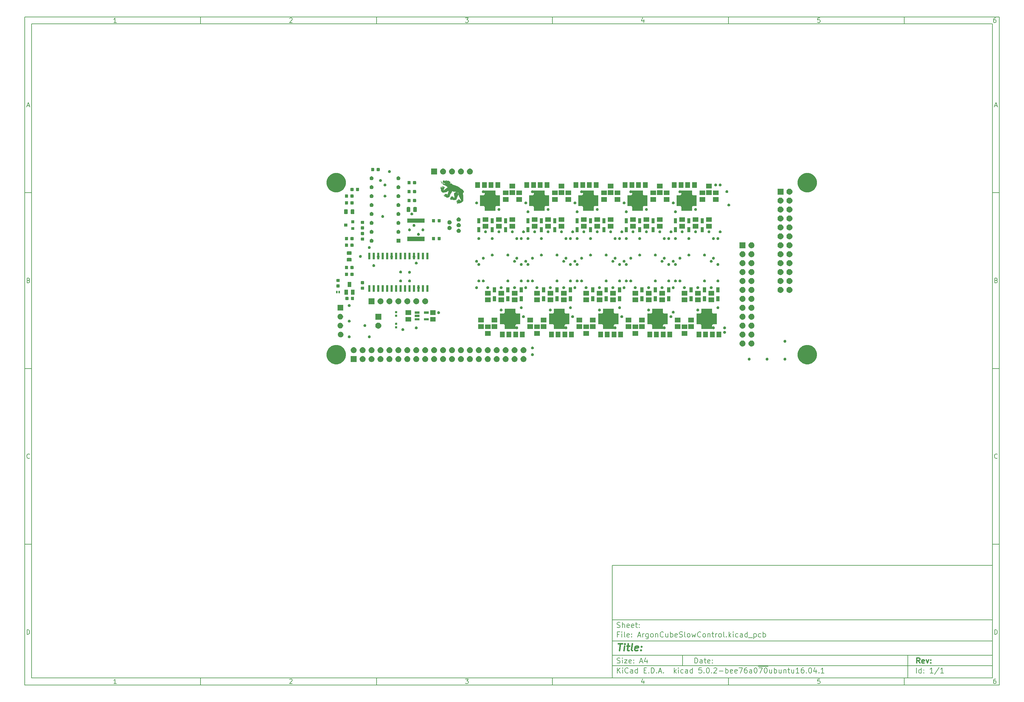
<source format=gbr>
G04 #@! TF.GenerationSoftware,KiCad,Pcbnew,5.0.2-bee76a0~70~ubuntu16.04.1*
G04 #@! TF.CreationDate,2020-09-03T14:39:46+02:00*
G04 #@! TF.ProjectId,ArgonCubeSlowControl,4172676f-6e43-4756-9265-536c6f77436f,rev?*
G04 #@! TF.SameCoordinates,Original*
G04 #@! TF.FileFunction,Soldermask,Top*
G04 #@! TF.FilePolarity,Negative*
%FSLAX46Y46*%
G04 Gerber Fmt 4.6, Leading zero omitted, Abs format (unit mm)*
G04 Created by KiCad (PCBNEW 5.0.2-bee76a0~70~ubuntu16.04.1) date Thu 03 Sep 2020 02:39:46 PM CEST*
%MOMM*%
%LPD*%
G01*
G04 APERTURE LIST*
%ADD10C,0.100000*%
%ADD11C,0.150000*%
%ADD12C,0.300000*%
%ADD13C,0.400000*%
%ADD14C,0.010000*%
G04 APERTURE END LIST*
D10*
D11*
X177002200Y-166007200D02*
X177002200Y-198007200D01*
X285002200Y-198007200D01*
X285002200Y-166007200D01*
X177002200Y-166007200D01*
D10*
D11*
X10000000Y-10000000D02*
X10000000Y-200007200D01*
X287002200Y-200007200D01*
X287002200Y-10000000D01*
X10000000Y-10000000D01*
D10*
D11*
X12000000Y-12000000D02*
X12000000Y-198007200D01*
X285002200Y-198007200D01*
X285002200Y-12000000D01*
X12000000Y-12000000D01*
D10*
D11*
X60000000Y-12000000D02*
X60000000Y-10000000D01*
D10*
D11*
X110000000Y-12000000D02*
X110000000Y-10000000D01*
D10*
D11*
X160000000Y-12000000D02*
X160000000Y-10000000D01*
D10*
D11*
X210000000Y-12000000D02*
X210000000Y-10000000D01*
D10*
D11*
X260000000Y-12000000D02*
X260000000Y-10000000D01*
D10*
D11*
X36065476Y-11588095D02*
X35322619Y-11588095D01*
X35694047Y-11588095D02*
X35694047Y-10288095D01*
X35570238Y-10473809D01*
X35446428Y-10597619D01*
X35322619Y-10659523D01*
D10*
D11*
X85322619Y-10411904D02*
X85384523Y-10350000D01*
X85508333Y-10288095D01*
X85817857Y-10288095D01*
X85941666Y-10350000D01*
X86003571Y-10411904D01*
X86065476Y-10535714D01*
X86065476Y-10659523D01*
X86003571Y-10845238D01*
X85260714Y-11588095D01*
X86065476Y-11588095D01*
D10*
D11*
X135260714Y-10288095D02*
X136065476Y-10288095D01*
X135632142Y-10783333D01*
X135817857Y-10783333D01*
X135941666Y-10845238D01*
X136003571Y-10907142D01*
X136065476Y-11030952D01*
X136065476Y-11340476D01*
X136003571Y-11464285D01*
X135941666Y-11526190D01*
X135817857Y-11588095D01*
X135446428Y-11588095D01*
X135322619Y-11526190D01*
X135260714Y-11464285D01*
D10*
D11*
X185941666Y-10721428D02*
X185941666Y-11588095D01*
X185632142Y-10226190D02*
X185322619Y-11154761D01*
X186127380Y-11154761D01*
D10*
D11*
X236003571Y-10288095D02*
X235384523Y-10288095D01*
X235322619Y-10907142D01*
X235384523Y-10845238D01*
X235508333Y-10783333D01*
X235817857Y-10783333D01*
X235941666Y-10845238D01*
X236003571Y-10907142D01*
X236065476Y-11030952D01*
X236065476Y-11340476D01*
X236003571Y-11464285D01*
X235941666Y-11526190D01*
X235817857Y-11588095D01*
X235508333Y-11588095D01*
X235384523Y-11526190D01*
X235322619Y-11464285D01*
D10*
D11*
X285941666Y-10288095D02*
X285694047Y-10288095D01*
X285570238Y-10350000D01*
X285508333Y-10411904D01*
X285384523Y-10597619D01*
X285322619Y-10845238D01*
X285322619Y-11340476D01*
X285384523Y-11464285D01*
X285446428Y-11526190D01*
X285570238Y-11588095D01*
X285817857Y-11588095D01*
X285941666Y-11526190D01*
X286003571Y-11464285D01*
X286065476Y-11340476D01*
X286065476Y-11030952D01*
X286003571Y-10907142D01*
X285941666Y-10845238D01*
X285817857Y-10783333D01*
X285570238Y-10783333D01*
X285446428Y-10845238D01*
X285384523Y-10907142D01*
X285322619Y-11030952D01*
D10*
D11*
X60000000Y-198007200D02*
X60000000Y-200007200D01*
D10*
D11*
X110000000Y-198007200D02*
X110000000Y-200007200D01*
D10*
D11*
X160000000Y-198007200D02*
X160000000Y-200007200D01*
D10*
D11*
X210000000Y-198007200D02*
X210000000Y-200007200D01*
D10*
D11*
X260000000Y-198007200D02*
X260000000Y-200007200D01*
D10*
D11*
X36065476Y-199595295D02*
X35322619Y-199595295D01*
X35694047Y-199595295D02*
X35694047Y-198295295D01*
X35570238Y-198481009D01*
X35446428Y-198604819D01*
X35322619Y-198666723D01*
D10*
D11*
X85322619Y-198419104D02*
X85384523Y-198357200D01*
X85508333Y-198295295D01*
X85817857Y-198295295D01*
X85941666Y-198357200D01*
X86003571Y-198419104D01*
X86065476Y-198542914D01*
X86065476Y-198666723D01*
X86003571Y-198852438D01*
X85260714Y-199595295D01*
X86065476Y-199595295D01*
D10*
D11*
X135260714Y-198295295D02*
X136065476Y-198295295D01*
X135632142Y-198790533D01*
X135817857Y-198790533D01*
X135941666Y-198852438D01*
X136003571Y-198914342D01*
X136065476Y-199038152D01*
X136065476Y-199347676D01*
X136003571Y-199471485D01*
X135941666Y-199533390D01*
X135817857Y-199595295D01*
X135446428Y-199595295D01*
X135322619Y-199533390D01*
X135260714Y-199471485D01*
D10*
D11*
X185941666Y-198728628D02*
X185941666Y-199595295D01*
X185632142Y-198233390D02*
X185322619Y-199161961D01*
X186127380Y-199161961D01*
D10*
D11*
X236003571Y-198295295D02*
X235384523Y-198295295D01*
X235322619Y-198914342D01*
X235384523Y-198852438D01*
X235508333Y-198790533D01*
X235817857Y-198790533D01*
X235941666Y-198852438D01*
X236003571Y-198914342D01*
X236065476Y-199038152D01*
X236065476Y-199347676D01*
X236003571Y-199471485D01*
X235941666Y-199533390D01*
X235817857Y-199595295D01*
X235508333Y-199595295D01*
X235384523Y-199533390D01*
X235322619Y-199471485D01*
D10*
D11*
X285941666Y-198295295D02*
X285694047Y-198295295D01*
X285570238Y-198357200D01*
X285508333Y-198419104D01*
X285384523Y-198604819D01*
X285322619Y-198852438D01*
X285322619Y-199347676D01*
X285384523Y-199471485D01*
X285446428Y-199533390D01*
X285570238Y-199595295D01*
X285817857Y-199595295D01*
X285941666Y-199533390D01*
X286003571Y-199471485D01*
X286065476Y-199347676D01*
X286065476Y-199038152D01*
X286003571Y-198914342D01*
X285941666Y-198852438D01*
X285817857Y-198790533D01*
X285570238Y-198790533D01*
X285446428Y-198852438D01*
X285384523Y-198914342D01*
X285322619Y-199038152D01*
D10*
D11*
X10000000Y-60000000D02*
X12000000Y-60000000D01*
D10*
D11*
X10000000Y-110000000D02*
X12000000Y-110000000D01*
D10*
D11*
X10000000Y-160000000D02*
X12000000Y-160000000D01*
D10*
D11*
X10690476Y-35216666D02*
X11309523Y-35216666D01*
X10566666Y-35588095D02*
X11000000Y-34288095D01*
X11433333Y-35588095D01*
D10*
D11*
X11092857Y-84907142D02*
X11278571Y-84969047D01*
X11340476Y-85030952D01*
X11402380Y-85154761D01*
X11402380Y-85340476D01*
X11340476Y-85464285D01*
X11278571Y-85526190D01*
X11154761Y-85588095D01*
X10659523Y-85588095D01*
X10659523Y-84288095D01*
X11092857Y-84288095D01*
X11216666Y-84350000D01*
X11278571Y-84411904D01*
X11340476Y-84535714D01*
X11340476Y-84659523D01*
X11278571Y-84783333D01*
X11216666Y-84845238D01*
X11092857Y-84907142D01*
X10659523Y-84907142D01*
D10*
D11*
X11402380Y-135464285D02*
X11340476Y-135526190D01*
X11154761Y-135588095D01*
X11030952Y-135588095D01*
X10845238Y-135526190D01*
X10721428Y-135402380D01*
X10659523Y-135278571D01*
X10597619Y-135030952D01*
X10597619Y-134845238D01*
X10659523Y-134597619D01*
X10721428Y-134473809D01*
X10845238Y-134350000D01*
X11030952Y-134288095D01*
X11154761Y-134288095D01*
X11340476Y-134350000D01*
X11402380Y-134411904D01*
D10*
D11*
X10659523Y-185588095D02*
X10659523Y-184288095D01*
X10969047Y-184288095D01*
X11154761Y-184350000D01*
X11278571Y-184473809D01*
X11340476Y-184597619D01*
X11402380Y-184845238D01*
X11402380Y-185030952D01*
X11340476Y-185278571D01*
X11278571Y-185402380D01*
X11154761Y-185526190D01*
X10969047Y-185588095D01*
X10659523Y-185588095D01*
D10*
D11*
X287002200Y-60000000D02*
X285002200Y-60000000D01*
D10*
D11*
X287002200Y-110000000D02*
X285002200Y-110000000D01*
D10*
D11*
X287002200Y-160000000D02*
X285002200Y-160000000D01*
D10*
D11*
X285692676Y-35216666D02*
X286311723Y-35216666D01*
X285568866Y-35588095D02*
X286002200Y-34288095D01*
X286435533Y-35588095D01*
D10*
D11*
X286095057Y-84907142D02*
X286280771Y-84969047D01*
X286342676Y-85030952D01*
X286404580Y-85154761D01*
X286404580Y-85340476D01*
X286342676Y-85464285D01*
X286280771Y-85526190D01*
X286156961Y-85588095D01*
X285661723Y-85588095D01*
X285661723Y-84288095D01*
X286095057Y-84288095D01*
X286218866Y-84350000D01*
X286280771Y-84411904D01*
X286342676Y-84535714D01*
X286342676Y-84659523D01*
X286280771Y-84783333D01*
X286218866Y-84845238D01*
X286095057Y-84907142D01*
X285661723Y-84907142D01*
D10*
D11*
X286404580Y-135464285D02*
X286342676Y-135526190D01*
X286156961Y-135588095D01*
X286033152Y-135588095D01*
X285847438Y-135526190D01*
X285723628Y-135402380D01*
X285661723Y-135278571D01*
X285599819Y-135030952D01*
X285599819Y-134845238D01*
X285661723Y-134597619D01*
X285723628Y-134473809D01*
X285847438Y-134350000D01*
X286033152Y-134288095D01*
X286156961Y-134288095D01*
X286342676Y-134350000D01*
X286404580Y-134411904D01*
D10*
D11*
X285661723Y-185588095D02*
X285661723Y-184288095D01*
X285971247Y-184288095D01*
X286156961Y-184350000D01*
X286280771Y-184473809D01*
X286342676Y-184597619D01*
X286404580Y-184845238D01*
X286404580Y-185030952D01*
X286342676Y-185278571D01*
X286280771Y-185402380D01*
X286156961Y-185526190D01*
X285971247Y-185588095D01*
X285661723Y-185588095D01*
D10*
D11*
X200434342Y-193785771D02*
X200434342Y-192285771D01*
X200791485Y-192285771D01*
X201005771Y-192357200D01*
X201148628Y-192500057D01*
X201220057Y-192642914D01*
X201291485Y-192928628D01*
X201291485Y-193142914D01*
X201220057Y-193428628D01*
X201148628Y-193571485D01*
X201005771Y-193714342D01*
X200791485Y-193785771D01*
X200434342Y-193785771D01*
X202577200Y-193785771D02*
X202577200Y-193000057D01*
X202505771Y-192857200D01*
X202362914Y-192785771D01*
X202077200Y-192785771D01*
X201934342Y-192857200D01*
X202577200Y-193714342D02*
X202434342Y-193785771D01*
X202077200Y-193785771D01*
X201934342Y-193714342D01*
X201862914Y-193571485D01*
X201862914Y-193428628D01*
X201934342Y-193285771D01*
X202077200Y-193214342D01*
X202434342Y-193214342D01*
X202577200Y-193142914D01*
X203077200Y-192785771D02*
X203648628Y-192785771D01*
X203291485Y-192285771D02*
X203291485Y-193571485D01*
X203362914Y-193714342D01*
X203505771Y-193785771D01*
X203648628Y-193785771D01*
X204720057Y-193714342D02*
X204577200Y-193785771D01*
X204291485Y-193785771D01*
X204148628Y-193714342D01*
X204077200Y-193571485D01*
X204077200Y-193000057D01*
X204148628Y-192857200D01*
X204291485Y-192785771D01*
X204577200Y-192785771D01*
X204720057Y-192857200D01*
X204791485Y-193000057D01*
X204791485Y-193142914D01*
X204077200Y-193285771D01*
X205434342Y-193642914D02*
X205505771Y-193714342D01*
X205434342Y-193785771D01*
X205362914Y-193714342D01*
X205434342Y-193642914D01*
X205434342Y-193785771D01*
X205434342Y-192857200D02*
X205505771Y-192928628D01*
X205434342Y-193000057D01*
X205362914Y-192928628D01*
X205434342Y-192857200D01*
X205434342Y-193000057D01*
D10*
D11*
X177002200Y-194507200D02*
X285002200Y-194507200D01*
D10*
D11*
X178434342Y-196585771D02*
X178434342Y-195085771D01*
X179291485Y-196585771D02*
X178648628Y-195728628D01*
X179291485Y-195085771D02*
X178434342Y-195942914D01*
X179934342Y-196585771D02*
X179934342Y-195585771D01*
X179934342Y-195085771D02*
X179862914Y-195157200D01*
X179934342Y-195228628D01*
X180005771Y-195157200D01*
X179934342Y-195085771D01*
X179934342Y-195228628D01*
X181505771Y-196442914D02*
X181434342Y-196514342D01*
X181220057Y-196585771D01*
X181077200Y-196585771D01*
X180862914Y-196514342D01*
X180720057Y-196371485D01*
X180648628Y-196228628D01*
X180577200Y-195942914D01*
X180577200Y-195728628D01*
X180648628Y-195442914D01*
X180720057Y-195300057D01*
X180862914Y-195157200D01*
X181077200Y-195085771D01*
X181220057Y-195085771D01*
X181434342Y-195157200D01*
X181505771Y-195228628D01*
X182791485Y-196585771D02*
X182791485Y-195800057D01*
X182720057Y-195657200D01*
X182577200Y-195585771D01*
X182291485Y-195585771D01*
X182148628Y-195657200D01*
X182791485Y-196514342D02*
X182648628Y-196585771D01*
X182291485Y-196585771D01*
X182148628Y-196514342D01*
X182077200Y-196371485D01*
X182077200Y-196228628D01*
X182148628Y-196085771D01*
X182291485Y-196014342D01*
X182648628Y-196014342D01*
X182791485Y-195942914D01*
X184148628Y-196585771D02*
X184148628Y-195085771D01*
X184148628Y-196514342D02*
X184005771Y-196585771D01*
X183720057Y-196585771D01*
X183577200Y-196514342D01*
X183505771Y-196442914D01*
X183434342Y-196300057D01*
X183434342Y-195871485D01*
X183505771Y-195728628D01*
X183577200Y-195657200D01*
X183720057Y-195585771D01*
X184005771Y-195585771D01*
X184148628Y-195657200D01*
X186005771Y-195800057D02*
X186505771Y-195800057D01*
X186720057Y-196585771D02*
X186005771Y-196585771D01*
X186005771Y-195085771D01*
X186720057Y-195085771D01*
X187362914Y-196442914D02*
X187434342Y-196514342D01*
X187362914Y-196585771D01*
X187291485Y-196514342D01*
X187362914Y-196442914D01*
X187362914Y-196585771D01*
X188077200Y-196585771D02*
X188077200Y-195085771D01*
X188434342Y-195085771D01*
X188648628Y-195157200D01*
X188791485Y-195300057D01*
X188862914Y-195442914D01*
X188934342Y-195728628D01*
X188934342Y-195942914D01*
X188862914Y-196228628D01*
X188791485Y-196371485D01*
X188648628Y-196514342D01*
X188434342Y-196585771D01*
X188077200Y-196585771D01*
X189577200Y-196442914D02*
X189648628Y-196514342D01*
X189577200Y-196585771D01*
X189505771Y-196514342D01*
X189577200Y-196442914D01*
X189577200Y-196585771D01*
X190220057Y-196157200D02*
X190934342Y-196157200D01*
X190077200Y-196585771D02*
X190577200Y-195085771D01*
X191077200Y-196585771D01*
X191577200Y-196442914D02*
X191648628Y-196514342D01*
X191577200Y-196585771D01*
X191505771Y-196514342D01*
X191577200Y-196442914D01*
X191577200Y-196585771D01*
X194577200Y-196585771D02*
X194577200Y-195085771D01*
X194720057Y-196014342D02*
X195148628Y-196585771D01*
X195148628Y-195585771D02*
X194577200Y-196157200D01*
X195791485Y-196585771D02*
X195791485Y-195585771D01*
X195791485Y-195085771D02*
X195720057Y-195157200D01*
X195791485Y-195228628D01*
X195862914Y-195157200D01*
X195791485Y-195085771D01*
X195791485Y-195228628D01*
X197148628Y-196514342D02*
X197005771Y-196585771D01*
X196720057Y-196585771D01*
X196577200Y-196514342D01*
X196505771Y-196442914D01*
X196434342Y-196300057D01*
X196434342Y-195871485D01*
X196505771Y-195728628D01*
X196577200Y-195657200D01*
X196720057Y-195585771D01*
X197005771Y-195585771D01*
X197148628Y-195657200D01*
X198434342Y-196585771D02*
X198434342Y-195800057D01*
X198362914Y-195657200D01*
X198220057Y-195585771D01*
X197934342Y-195585771D01*
X197791485Y-195657200D01*
X198434342Y-196514342D02*
X198291485Y-196585771D01*
X197934342Y-196585771D01*
X197791485Y-196514342D01*
X197720057Y-196371485D01*
X197720057Y-196228628D01*
X197791485Y-196085771D01*
X197934342Y-196014342D01*
X198291485Y-196014342D01*
X198434342Y-195942914D01*
X199791485Y-196585771D02*
X199791485Y-195085771D01*
X199791485Y-196514342D02*
X199648628Y-196585771D01*
X199362914Y-196585771D01*
X199220057Y-196514342D01*
X199148628Y-196442914D01*
X199077200Y-196300057D01*
X199077200Y-195871485D01*
X199148628Y-195728628D01*
X199220057Y-195657200D01*
X199362914Y-195585771D01*
X199648628Y-195585771D01*
X199791485Y-195657200D01*
X202362914Y-195085771D02*
X201648628Y-195085771D01*
X201577200Y-195800057D01*
X201648628Y-195728628D01*
X201791485Y-195657200D01*
X202148628Y-195657200D01*
X202291485Y-195728628D01*
X202362914Y-195800057D01*
X202434342Y-195942914D01*
X202434342Y-196300057D01*
X202362914Y-196442914D01*
X202291485Y-196514342D01*
X202148628Y-196585771D01*
X201791485Y-196585771D01*
X201648628Y-196514342D01*
X201577200Y-196442914D01*
X203077200Y-196442914D02*
X203148628Y-196514342D01*
X203077200Y-196585771D01*
X203005771Y-196514342D01*
X203077200Y-196442914D01*
X203077200Y-196585771D01*
X204077200Y-195085771D02*
X204220057Y-195085771D01*
X204362914Y-195157200D01*
X204434342Y-195228628D01*
X204505771Y-195371485D01*
X204577200Y-195657200D01*
X204577200Y-196014342D01*
X204505771Y-196300057D01*
X204434342Y-196442914D01*
X204362914Y-196514342D01*
X204220057Y-196585771D01*
X204077200Y-196585771D01*
X203934342Y-196514342D01*
X203862914Y-196442914D01*
X203791485Y-196300057D01*
X203720057Y-196014342D01*
X203720057Y-195657200D01*
X203791485Y-195371485D01*
X203862914Y-195228628D01*
X203934342Y-195157200D01*
X204077200Y-195085771D01*
X205220057Y-196442914D02*
X205291485Y-196514342D01*
X205220057Y-196585771D01*
X205148628Y-196514342D01*
X205220057Y-196442914D01*
X205220057Y-196585771D01*
X205862914Y-195228628D02*
X205934342Y-195157200D01*
X206077200Y-195085771D01*
X206434342Y-195085771D01*
X206577200Y-195157200D01*
X206648628Y-195228628D01*
X206720057Y-195371485D01*
X206720057Y-195514342D01*
X206648628Y-195728628D01*
X205791485Y-196585771D01*
X206720057Y-196585771D01*
X207362914Y-196014342D02*
X208505771Y-196014342D01*
X209220057Y-196585771D02*
X209220057Y-195085771D01*
X209220057Y-195657200D02*
X209362914Y-195585771D01*
X209648628Y-195585771D01*
X209791485Y-195657200D01*
X209862914Y-195728628D01*
X209934342Y-195871485D01*
X209934342Y-196300057D01*
X209862914Y-196442914D01*
X209791485Y-196514342D01*
X209648628Y-196585771D01*
X209362914Y-196585771D01*
X209220057Y-196514342D01*
X211148628Y-196514342D02*
X211005771Y-196585771D01*
X210720057Y-196585771D01*
X210577200Y-196514342D01*
X210505771Y-196371485D01*
X210505771Y-195800057D01*
X210577200Y-195657200D01*
X210720057Y-195585771D01*
X211005771Y-195585771D01*
X211148628Y-195657200D01*
X211220057Y-195800057D01*
X211220057Y-195942914D01*
X210505771Y-196085771D01*
X212434342Y-196514342D02*
X212291485Y-196585771D01*
X212005771Y-196585771D01*
X211862914Y-196514342D01*
X211791485Y-196371485D01*
X211791485Y-195800057D01*
X211862914Y-195657200D01*
X212005771Y-195585771D01*
X212291485Y-195585771D01*
X212434342Y-195657200D01*
X212505771Y-195800057D01*
X212505771Y-195942914D01*
X211791485Y-196085771D01*
X213005771Y-195085771D02*
X214005771Y-195085771D01*
X213362914Y-196585771D01*
X215220057Y-195085771D02*
X214934342Y-195085771D01*
X214791485Y-195157200D01*
X214720057Y-195228628D01*
X214577200Y-195442914D01*
X214505771Y-195728628D01*
X214505771Y-196300057D01*
X214577200Y-196442914D01*
X214648628Y-196514342D01*
X214791485Y-196585771D01*
X215077200Y-196585771D01*
X215220057Y-196514342D01*
X215291485Y-196442914D01*
X215362914Y-196300057D01*
X215362914Y-195942914D01*
X215291485Y-195800057D01*
X215220057Y-195728628D01*
X215077200Y-195657200D01*
X214791485Y-195657200D01*
X214648628Y-195728628D01*
X214577200Y-195800057D01*
X214505771Y-195942914D01*
X216648628Y-196585771D02*
X216648628Y-195800057D01*
X216577200Y-195657200D01*
X216434342Y-195585771D01*
X216148628Y-195585771D01*
X216005771Y-195657200D01*
X216648628Y-196514342D02*
X216505771Y-196585771D01*
X216148628Y-196585771D01*
X216005771Y-196514342D01*
X215934342Y-196371485D01*
X215934342Y-196228628D01*
X216005771Y-196085771D01*
X216148628Y-196014342D01*
X216505771Y-196014342D01*
X216648628Y-195942914D01*
X217648628Y-195085771D02*
X217791485Y-195085771D01*
X217934342Y-195157200D01*
X218005771Y-195228628D01*
X218077200Y-195371485D01*
X218148628Y-195657200D01*
X218148628Y-196014342D01*
X218077200Y-196300057D01*
X218005771Y-196442914D01*
X217934342Y-196514342D01*
X217791485Y-196585771D01*
X217648628Y-196585771D01*
X217505771Y-196514342D01*
X217434342Y-196442914D01*
X217362914Y-196300057D01*
X217291485Y-196014342D01*
X217291485Y-195657200D01*
X217362914Y-195371485D01*
X217434342Y-195228628D01*
X217505771Y-195157200D01*
X217648628Y-195085771D01*
X218434342Y-194677200D02*
X219862914Y-194677200D01*
X218648628Y-195085771D02*
X219648628Y-195085771D01*
X219005771Y-196585771D01*
X219862914Y-194677200D02*
X221291485Y-194677200D01*
X220505771Y-195085771D02*
X220648628Y-195085771D01*
X220791485Y-195157200D01*
X220862914Y-195228628D01*
X220934342Y-195371485D01*
X221005771Y-195657200D01*
X221005771Y-196014342D01*
X220934342Y-196300057D01*
X220862914Y-196442914D01*
X220791485Y-196514342D01*
X220648628Y-196585771D01*
X220505771Y-196585771D01*
X220362914Y-196514342D01*
X220291485Y-196442914D01*
X220220057Y-196300057D01*
X220148628Y-196014342D01*
X220148628Y-195657200D01*
X220220057Y-195371485D01*
X220291485Y-195228628D01*
X220362914Y-195157200D01*
X220505771Y-195085771D01*
X222291485Y-195585771D02*
X222291485Y-196585771D01*
X221648628Y-195585771D02*
X221648628Y-196371485D01*
X221720057Y-196514342D01*
X221862914Y-196585771D01*
X222077200Y-196585771D01*
X222220057Y-196514342D01*
X222291485Y-196442914D01*
X223005771Y-196585771D02*
X223005771Y-195085771D01*
X223005771Y-195657200D02*
X223148628Y-195585771D01*
X223434342Y-195585771D01*
X223577200Y-195657200D01*
X223648628Y-195728628D01*
X223720057Y-195871485D01*
X223720057Y-196300057D01*
X223648628Y-196442914D01*
X223577200Y-196514342D01*
X223434342Y-196585771D01*
X223148628Y-196585771D01*
X223005771Y-196514342D01*
X225005771Y-195585771D02*
X225005771Y-196585771D01*
X224362914Y-195585771D02*
X224362914Y-196371485D01*
X224434342Y-196514342D01*
X224577200Y-196585771D01*
X224791485Y-196585771D01*
X224934342Y-196514342D01*
X225005771Y-196442914D01*
X225720057Y-195585771D02*
X225720057Y-196585771D01*
X225720057Y-195728628D02*
X225791485Y-195657200D01*
X225934342Y-195585771D01*
X226148628Y-195585771D01*
X226291485Y-195657200D01*
X226362914Y-195800057D01*
X226362914Y-196585771D01*
X226862914Y-195585771D02*
X227434342Y-195585771D01*
X227077200Y-195085771D02*
X227077200Y-196371485D01*
X227148628Y-196514342D01*
X227291485Y-196585771D01*
X227434342Y-196585771D01*
X228577200Y-195585771D02*
X228577200Y-196585771D01*
X227934342Y-195585771D02*
X227934342Y-196371485D01*
X228005771Y-196514342D01*
X228148628Y-196585771D01*
X228362914Y-196585771D01*
X228505771Y-196514342D01*
X228577200Y-196442914D01*
X230077200Y-196585771D02*
X229220057Y-196585771D01*
X229648628Y-196585771D02*
X229648628Y-195085771D01*
X229505771Y-195300057D01*
X229362914Y-195442914D01*
X229220057Y-195514342D01*
X231362914Y-195085771D02*
X231077200Y-195085771D01*
X230934342Y-195157200D01*
X230862914Y-195228628D01*
X230720057Y-195442914D01*
X230648628Y-195728628D01*
X230648628Y-196300057D01*
X230720057Y-196442914D01*
X230791485Y-196514342D01*
X230934342Y-196585771D01*
X231220057Y-196585771D01*
X231362914Y-196514342D01*
X231434342Y-196442914D01*
X231505771Y-196300057D01*
X231505771Y-195942914D01*
X231434342Y-195800057D01*
X231362914Y-195728628D01*
X231220057Y-195657200D01*
X230934342Y-195657200D01*
X230791485Y-195728628D01*
X230720057Y-195800057D01*
X230648628Y-195942914D01*
X232148628Y-196442914D02*
X232220057Y-196514342D01*
X232148628Y-196585771D01*
X232077200Y-196514342D01*
X232148628Y-196442914D01*
X232148628Y-196585771D01*
X233148628Y-195085771D02*
X233291485Y-195085771D01*
X233434342Y-195157200D01*
X233505771Y-195228628D01*
X233577200Y-195371485D01*
X233648628Y-195657200D01*
X233648628Y-196014342D01*
X233577200Y-196300057D01*
X233505771Y-196442914D01*
X233434342Y-196514342D01*
X233291485Y-196585771D01*
X233148628Y-196585771D01*
X233005771Y-196514342D01*
X232934342Y-196442914D01*
X232862914Y-196300057D01*
X232791485Y-196014342D01*
X232791485Y-195657200D01*
X232862914Y-195371485D01*
X232934342Y-195228628D01*
X233005771Y-195157200D01*
X233148628Y-195085771D01*
X234934342Y-195585771D02*
X234934342Y-196585771D01*
X234577200Y-195014342D02*
X234220057Y-196085771D01*
X235148628Y-196085771D01*
X235720057Y-196442914D02*
X235791485Y-196514342D01*
X235720057Y-196585771D01*
X235648628Y-196514342D01*
X235720057Y-196442914D01*
X235720057Y-196585771D01*
X237220057Y-196585771D02*
X236362914Y-196585771D01*
X236791485Y-196585771D02*
X236791485Y-195085771D01*
X236648628Y-195300057D01*
X236505771Y-195442914D01*
X236362914Y-195514342D01*
D10*
D11*
X177002200Y-191507200D02*
X285002200Y-191507200D01*
D10*
D12*
X264411485Y-193785771D02*
X263911485Y-193071485D01*
X263554342Y-193785771D02*
X263554342Y-192285771D01*
X264125771Y-192285771D01*
X264268628Y-192357200D01*
X264340057Y-192428628D01*
X264411485Y-192571485D01*
X264411485Y-192785771D01*
X264340057Y-192928628D01*
X264268628Y-193000057D01*
X264125771Y-193071485D01*
X263554342Y-193071485D01*
X265625771Y-193714342D02*
X265482914Y-193785771D01*
X265197200Y-193785771D01*
X265054342Y-193714342D01*
X264982914Y-193571485D01*
X264982914Y-193000057D01*
X265054342Y-192857200D01*
X265197200Y-192785771D01*
X265482914Y-192785771D01*
X265625771Y-192857200D01*
X265697200Y-193000057D01*
X265697200Y-193142914D01*
X264982914Y-193285771D01*
X266197200Y-192785771D02*
X266554342Y-193785771D01*
X266911485Y-192785771D01*
X267482914Y-193642914D02*
X267554342Y-193714342D01*
X267482914Y-193785771D01*
X267411485Y-193714342D01*
X267482914Y-193642914D01*
X267482914Y-193785771D01*
X267482914Y-192857200D02*
X267554342Y-192928628D01*
X267482914Y-193000057D01*
X267411485Y-192928628D01*
X267482914Y-192857200D01*
X267482914Y-193000057D01*
D10*
D11*
X178362914Y-193714342D02*
X178577200Y-193785771D01*
X178934342Y-193785771D01*
X179077200Y-193714342D01*
X179148628Y-193642914D01*
X179220057Y-193500057D01*
X179220057Y-193357200D01*
X179148628Y-193214342D01*
X179077200Y-193142914D01*
X178934342Y-193071485D01*
X178648628Y-193000057D01*
X178505771Y-192928628D01*
X178434342Y-192857200D01*
X178362914Y-192714342D01*
X178362914Y-192571485D01*
X178434342Y-192428628D01*
X178505771Y-192357200D01*
X178648628Y-192285771D01*
X179005771Y-192285771D01*
X179220057Y-192357200D01*
X179862914Y-193785771D02*
X179862914Y-192785771D01*
X179862914Y-192285771D02*
X179791485Y-192357200D01*
X179862914Y-192428628D01*
X179934342Y-192357200D01*
X179862914Y-192285771D01*
X179862914Y-192428628D01*
X180434342Y-192785771D02*
X181220057Y-192785771D01*
X180434342Y-193785771D01*
X181220057Y-193785771D01*
X182362914Y-193714342D02*
X182220057Y-193785771D01*
X181934342Y-193785771D01*
X181791485Y-193714342D01*
X181720057Y-193571485D01*
X181720057Y-193000057D01*
X181791485Y-192857200D01*
X181934342Y-192785771D01*
X182220057Y-192785771D01*
X182362914Y-192857200D01*
X182434342Y-193000057D01*
X182434342Y-193142914D01*
X181720057Y-193285771D01*
X183077200Y-193642914D02*
X183148628Y-193714342D01*
X183077200Y-193785771D01*
X183005771Y-193714342D01*
X183077200Y-193642914D01*
X183077200Y-193785771D01*
X183077200Y-192857200D02*
X183148628Y-192928628D01*
X183077200Y-193000057D01*
X183005771Y-192928628D01*
X183077200Y-192857200D01*
X183077200Y-193000057D01*
X184862914Y-193357200D02*
X185577200Y-193357200D01*
X184720057Y-193785771D02*
X185220057Y-192285771D01*
X185720057Y-193785771D01*
X186862914Y-192785771D02*
X186862914Y-193785771D01*
X186505771Y-192214342D02*
X186148628Y-193285771D01*
X187077200Y-193285771D01*
D10*
D11*
X263434342Y-196585771D02*
X263434342Y-195085771D01*
X264791485Y-196585771D02*
X264791485Y-195085771D01*
X264791485Y-196514342D02*
X264648628Y-196585771D01*
X264362914Y-196585771D01*
X264220057Y-196514342D01*
X264148628Y-196442914D01*
X264077200Y-196300057D01*
X264077200Y-195871485D01*
X264148628Y-195728628D01*
X264220057Y-195657200D01*
X264362914Y-195585771D01*
X264648628Y-195585771D01*
X264791485Y-195657200D01*
X265505771Y-196442914D02*
X265577200Y-196514342D01*
X265505771Y-196585771D01*
X265434342Y-196514342D01*
X265505771Y-196442914D01*
X265505771Y-196585771D01*
X265505771Y-195657200D02*
X265577200Y-195728628D01*
X265505771Y-195800057D01*
X265434342Y-195728628D01*
X265505771Y-195657200D01*
X265505771Y-195800057D01*
X268148628Y-196585771D02*
X267291485Y-196585771D01*
X267720057Y-196585771D02*
X267720057Y-195085771D01*
X267577200Y-195300057D01*
X267434342Y-195442914D01*
X267291485Y-195514342D01*
X269862914Y-195014342D02*
X268577200Y-196942914D01*
X271148628Y-196585771D02*
X270291485Y-196585771D01*
X270720057Y-196585771D02*
X270720057Y-195085771D01*
X270577200Y-195300057D01*
X270434342Y-195442914D01*
X270291485Y-195514342D01*
D10*
D11*
X177002200Y-187507200D02*
X285002200Y-187507200D01*
D10*
D13*
X178714580Y-188211961D02*
X179857438Y-188211961D01*
X179036009Y-190211961D02*
X179286009Y-188211961D01*
X180274104Y-190211961D02*
X180440771Y-188878628D01*
X180524104Y-188211961D02*
X180416961Y-188307200D01*
X180500295Y-188402438D01*
X180607438Y-188307200D01*
X180524104Y-188211961D01*
X180500295Y-188402438D01*
X181107438Y-188878628D02*
X181869342Y-188878628D01*
X181476485Y-188211961D02*
X181262200Y-189926247D01*
X181333628Y-190116723D01*
X181512200Y-190211961D01*
X181702676Y-190211961D01*
X182655057Y-190211961D02*
X182476485Y-190116723D01*
X182405057Y-189926247D01*
X182619342Y-188211961D01*
X184190771Y-190116723D02*
X183988390Y-190211961D01*
X183607438Y-190211961D01*
X183428866Y-190116723D01*
X183357438Y-189926247D01*
X183452676Y-189164342D01*
X183571723Y-188973866D01*
X183774104Y-188878628D01*
X184155057Y-188878628D01*
X184333628Y-188973866D01*
X184405057Y-189164342D01*
X184381247Y-189354819D01*
X183405057Y-189545295D01*
X185155057Y-190021485D02*
X185238390Y-190116723D01*
X185131247Y-190211961D01*
X185047914Y-190116723D01*
X185155057Y-190021485D01*
X185131247Y-190211961D01*
X185286009Y-188973866D02*
X185369342Y-189069104D01*
X185262200Y-189164342D01*
X185178866Y-189069104D01*
X185286009Y-188973866D01*
X185262200Y-189164342D01*
D10*
D11*
X178934342Y-185600057D02*
X178434342Y-185600057D01*
X178434342Y-186385771D02*
X178434342Y-184885771D01*
X179148628Y-184885771D01*
X179720057Y-186385771D02*
X179720057Y-185385771D01*
X179720057Y-184885771D02*
X179648628Y-184957200D01*
X179720057Y-185028628D01*
X179791485Y-184957200D01*
X179720057Y-184885771D01*
X179720057Y-185028628D01*
X180648628Y-186385771D02*
X180505771Y-186314342D01*
X180434342Y-186171485D01*
X180434342Y-184885771D01*
X181791485Y-186314342D02*
X181648628Y-186385771D01*
X181362914Y-186385771D01*
X181220057Y-186314342D01*
X181148628Y-186171485D01*
X181148628Y-185600057D01*
X181220057Y-185457200D01*
X181362914Y-185385771D01*
X181648628Y-185385771D01*
X181791485Y-185457200D01*
X181862914Y-185600057D01*
X181862914Y-185742914D01*
X181148628Y-185885771D01*
X182505771Y-186242914D02*
X182577200Y-186314342D01*
X182505771Y-186385771D01*
X182434342Y-186314342D01*
X182505771Y-186242914D01*
X182505771Y-186385771D01*
X182505771Y-185457200D02*
X182577200Y-185528628D01*
X182505771Y-185600057D01*
X182434342Y-185528628D01*
X182505771Y-185457200D01*
X182505771Y-185600057D01*
X184291485Y-185957200D02*
X185005771Y-185957200D01*
X184148628Y-186385771D02*
X184648628Y-184885771D01*
X185148628Y-186385771D01*
X185648628Y-186385771D02*
X185648628Y-185385771D01*
X185648628Y-185671485D02*
X185720057Y-185528628D01*
X185791485Y-185457200D01*
X185934342Y-185385771D01*
X186077200Y-185385771D01*
X187220057Y-185385771D02*
X187220057Y-186600057D01*
X187148628Y-186742914D01*
X187077200Y-186814342D01*
X186934342Y-186885771D01*
X186720057Y-186885771D01*
X186577200Y-186814342D01*
X187220057Y-186314342D02*
X187077200Y-186385771D01*
X186791485Y-186385771D01*
X186648628Y-186314342D01*
X186577200Y-186242914D01*
X186505771Y-186100057D01*
X186505771Y-185671485D01*
X186577200Y-185528628D01*
X186648628Y-185457200D01*
X186791485Y-185385771D01*
X187077200Y-185385771D01*
X187220057Y-185457200D01*
X188148628Y-186385771D02*
X188005771Y-186314342D01*
X187934342Y-186242914D01*
X187862914Y-186100057D01*
X187862914Y-185671485D01*
X187934342Y-185528628D01*
X188005771Y-185457200D01*
X188148628Y-185385771D01*
X188362914Y-185385771D01*
X188505771Y-185457200D01*
X188577200Y-185528628D01*
X188648628Y-185671485D01*
X188648628Y-186100057D01*
X188577200Y-186242914D01*
X188505771Y-186314342D01*
X188362914Y-186385771D01*
X188148628Y-186385771D01*
X189291485Y-185385771D02*
X189291485Y-186385771D01*
X189291485Y-185528628D02*
X189362914Y-185457200D01*
X189505771Y-185385771D01*
X189720057Y-185385771D01*
X189862914Y-185457200D01*
X189934342Y-185600057D01*
X189934342Y-186385771D01*
X191505771Y-186242914D02*
X191434342Y-186314342D01*
X191220057Y-186385771D01*
X191077200Y-186385771D01*
X190862914Y-186314342D01*
X190720057Y-186171485D01*
X190648628Y-186028628D01*
X190577200Y-185742914D01*
X190577200Y-185528628D01*
X190648628Y-185242914D01*
X190720057Y-185100057D01*
X190862914Y-184957200D01*
X191077200Y-184885771D01*
X191220057Y-184885771D01*
X191434342Y-184957200D01*
X191505771Y-185028628D01*
X192791485Y-185385771D02*
X192791485Y-186385771D01*
X192148628Y-185385771D02*
X192148628Y-186171485D01*
X192220057Y-186314342D01*
X192362914Y-186385771D01*
X192577200Y-186385771D01*
X192720057Y-186314342D01*
X192791485Y-186242914D01*
X193505771Y-186385771D02*
X193505771Y-184885771D01*
X193505771Y-185457200D02*
X193648628Y-185385771D01*
X193934342Y-185385771D01*
X194077200Y-185457200D01*
X194148628Y-185528628D01*
X194220057Y-185671485D01*
X194220057Y-186100057D01*
X194148628Y-186242914D01*
X194077200Y-186314342D01*
X193934342Y-186385771D01*
X193648628Y-186385771D01*
X193505771Y-186314342D01*
X195434342Y-186314342D02*
X195291485Y-186385771D01*
X195005771Y-186385771D01*
X194862914Y-186314342D01*
X194791485Y-186171485D01*
X194791485Y-185600057D01*
X194862914Y-185457200D01*
X195005771Y-185385771D01*
X195291485Y-185385771D01*
X195434342Y-185457200D01*
X195505771Y-185600057D01*
X195505771Y-185742914D01*
X194791485Y-185885771D01*
X196077200Y-186314342D02*
X196291485Y-186385771D01*
X196648628Y-186385771D01*
X196791485Y-186314342D01*
X196862914Y-186242914D01*
X196934342Y-186100057D01*
X196934342Y-185957200D01*
X196862914Y-185814342D01*
X196791485Y-185742914D01*
X196648628Y-185671485D01*
X196362914Y-185600057D01*
X196220057Y-185528628D01*
X196148628Y-185457200D01*
X196077200Y-185314342D01*
X196077200Y-185171485D01*
X196148628Y-185028628D01*
X196220057Y-184957200D01*
X196362914Y-184885771D01*
X196720057Y-184885771D01*
X196934342Y-184957200D01*
X197791485Y-186385771D02*
X197648628Y-186314342D01*
X197577200Y-186171485D01*
X197577200Y-184885771D01*
X198577200Y-186385771D02*
X198434342Y-186314342D01*
X198362914Y-186242914D01*
X198291485Y-186100057D01*
X198291485Y-185671485D01*
X198362914Y-185528628D01*
X198434342Y-185457200D01*
X198577200Y-185385771D01*
X198791485Y-185385771D01*
X198934342Y-185457200D01*
X199005771Y-185528628D01*
X199077200Y-185671485D01*
X199077200Y-186100057D01*
X199005771Y-186242914D01*
X198934342Y-186314342D01*
X198791485Y-186385771D01*
X198577200Y-186385771D01*
X199577200Y-185385771D02*
X199862914Y-186385771D01*
X200148628Y-185671485D01*
X200434342Y-186385771D01*
X200720057Y-185385771D01*
X202148628Y-186242914D02*
X202077200Y-186314342D01*
X201862914Y-186385771D01*
X201720057Y-186385771D01*
X201505771Y-186314342D01*
X201362914Y-186171485D01*
X201291485Y-186028628D01*
X201220057Y-185742914D01*
X201220057Y-185528628D01*
X201291485Y-185242914D01*
X201362914Y-185100057D01*
X201505771Y-184957200D01*
X201720057Y-184885771D01*
X201862914Y-184885771D01*
X202077200Y-184957200D01*
X202148628Y-185028628D01*
X203005771Y-186385771D02*
X202862914Y-186314342D01*
X202791485Y-186242914D01*
X202720057Y-186100057D01*
X202720057Y-185671485D01*
X202791485Y-185528628D01*
X202862914Y-185457200D01*
X203005771Y-185385771D01*
X203220057Y-185385771D01*
X203362914Y-185457200D01*
X203434342Y-185528628D01*
X203505771Y-185671485D01*
X203505771Y-186100057D01*
X203434342Y-186242914D01*
X203362914Y-186314342D01*
X203220057Y-186385771D01*
X203005771Y-186385771D01*
X204148628Y-185385771D02*
X204148628Y-186385771D01*
X204148628Y-185528628D02*
X204220057Y-185457200D01*
X204362914Y-185385771D01*
X204577200Y-185385771D01*
X204720057Y-185457200D01*
X204791485Y-185600057D01*
X204791485Y-186385771D01*
X205291485Y-185385771D02*
X205862914Y-185385771D01*
X205505771Y-184885771D02*
X205505771Y-186171485D01*
X205577200Y-186314342D01*
X205720057Y-186385771D01*
X205862914Y-186385771D01*
X206362914Y-186385771D02*
X206362914Y-185385771D01*
X206362914Y-185671485D02*
X206434342Y-185528628D01*
X206505771Y-185457200D01*
X206648628Y-185385771D01*
X206791485Y-185385771D01*
X207505771Y-186385771D02*
X207362914Y-186314342D01*
X207291485Y-186242914D01*
X207220057Y-186100057D01*
X207220057Y-185671485D01*
X207291485Y-185528628D01*
X207362914Y-185457200D01*
X207505771Y-185385771D01*
X207720057Y-185385771D01*
X207862914Y-185457200D01*
X207934342Y-185528628D01*
X208005771Y-185671485D01*
X208005771Y-186100057D01*
X207934342Y-186242914D01*
X207862914Y-186314342D01*
X207720057Y-186385771D01*
X207505771Y-186385771D01*
X208862914Y-186385771D02*
X208720057Y-186314342D01*
X208648628Y-186171485D01*
X208648628Y-184885771D01*
X209434342Y-186242914D02*
X209505771Y-186314342D01*
X209434342Y-186385771D01*
X209362914Y-186314342D01*
X209434342Y-186242914D01*
X209434342Y-186385771D01*
X210148628Y-186385771D02*
X210148628Y-184885771D01*
X210291485Y-185814342D02*
X210720057Y-186385771D01*
X210720057Y-185385771D02*
X210148628Y-185957200D01*
X211362914Y-186385771D02*
X211362914Y-185385771D01*
X211362914Y-184885771D02*
X211291485Y-184957200D01*
X211362914Y-185028628D01*
X211434342Y-184957200D01*
X211362914Y-184885771D01*
X211362914Y-185028628D01*
X212720057Y-186314342D02*
X212577200Y-186385771D01*
X212291485Y-186385771D01*
X212148628Y-186314342D01*
X212077200Y-186242914D01*
X212005771Y-186100057D01*
X212005771Y-185671485D01*
X212077200Y-185528628D01*
X212148628Y-185457200D01*
X212291485Y-185385771D01*
X212577200Y-185385771D01*
X212720057Y-185457200D01*
X214005771Y-186385771D02*
X214005771Y-185600057D01*
X213934342Y-185457200D01*
X213791485Y-185385771D01*
X213505771Y-185385771D01*
X213362914Y-185457200D01*
X214005771Y-186314342D02*
X213862914Y-186385771D01*
X213505771Y-186385771D01*
X213362914Y-186314342D01*
X213291485Y-186171485D01*
X213291485Y-186028628D01*
X213362914Y-185885771D01*
X213505771Y-185814342D01*
X213862914Y-185814342D01*
X214005771Y-185742914D01*
X215362914Y-186385771D02*
X215362914Y-184885771D01*
X215362914Y-186314342D02*
X215220057Y-186385771D01*
X214934342Y-186385771D01*
X214791485Y-186314342D01*
X214720057Y-186242914D01*
X214648628Y-186100057D01*
X214648628Y-185671485D01*
X214720057Y-185528628D01*
X214791485Y-185457200D01*
X214934342Y-185385771D01*
X215220057Y-185385771D01*
X215362914Y-185457200D01*
X215720057Y-186528628D02*
X216862914Y-186528628D01*
X217220057Y-185385771D02*
X217220057Y-186885771D01*
X217220057Y-185457200D02*
X217362914Y-185385771D01*
X217648628Y-185385771D01*
X217791485Y-185457200D01*
X217862914Y-185528628D01*
X217934342Y-185671485D01*
X217934342Y-186100057D01*
X217862914Y-186242914D01*
X217791485Y-186314342D01*
X217648628Y-186385771D01*
X217362914Y-186385771D01*
X217220057Y-186314342D01*
X219220057Y-186314342D02*
X219077200Y-186385771D01*
X218791485Y-186385771D01*
X218648628Y-186314342D01*
X218577200Y-186242914D01*
X218505771Y-186100057D01*
X218505771Y-185671485D01*
X218577200Y-185528628D01*
X218648628Y-185457200D01*
X218791485Y-185385771D01*
X219077200Y-185385771D01*
X219220057Y-185457200D01*
X219862914Y-186385771D02*
X219862914Y-184885771D01*
X219862914Y-185457200D02*
X220005771Y-185385771D01*
X220291485Y-185385771D01*
X220434342Y-185457200D01*
X220505771Y-185528628D01*
X220577200Y-185671485D01*
X220577200Y-186100057D01*
X220505771Y-186242914D01*
X220434342Y-186314342D01*
X220291485Y-186385771D01*
X220005771Y-186385771D01*
X219862914Y-186314342D01*
D10*
D11*
X177002200Y-181507200D02*
X285002200Y-181507200D01*
D10*
D11*
X178362914Y-183614342D02*
X178577200Y-183685771D01*
X178934342Y-183685771D01*
X179077200Y-183614342D01*
X179148628Y-183542914D01*
X179220057Y-183400057D01*
X179220057Y-183257200D01*
X179148628Y-183114342D01*
X179077200Y-183042914D01*
X178934342Y-182971485D01*
X178648628Y-182900057D01*
X178505771Y-182828628D01*
X178434342Y-182757200D01*
X178362914Y-182614342D01*
X178362914Y-182471485D01*
X178434342Y-182328628D01*
X178505771Y-182257200D01*
X178648628Y-182185771D01*
X179005771Y-182185771D01*
X179220057Y-182257200D01*
X179862914Y-183685771D02*
X179862914Y-182185771D01*
X180505771Y-183685771D02*
X180505771Y-182900057D01*
X180434342Y-182757200D01*
X180291485Y-182685771D01*
X180077200Y-182685771D01*
X179934342Y-182757200D01*
X179862914Y-182828628D01*
X181791485Y-183614342D02*
X181648628Y-183685771D01*
X181362914Y-183685771D01*
X181220057Y-183614342D01*
X181148628Y-183471485D01*
X181148628Y-182900057D01*
X181220057Y-182757200D01*
X181362914Y-182685771D01*
X181648628Y-182685771D01*
X181791485Y-182757200D01*
X181862914Y-182900057D01*
X181862914Y-183042914D01*
X181148628Y-183185771D01*
X183077200Y-183614342D02*
X182934342Y-183685771D01*
X182648628Y-183685771D01*
X182505771Y-183614342D01*
X182434342Y-183471485D01*
X182434342Y-182900057D01*
X182505771Y-182757200D01*
X182648628Y-182685771D01*
X182934342Y-182685771D01*
X183077200Y-182757200D01*
X183148628Y-182900057D01*
X183148628Y-183042914D01*
X182434342Y-183185771D01*
X183577200Y-182685771D02*
X184148628Y-182685771D01*
X183791485Y-182185771D02*
X183791485Y-183471485D01*
X183862914Y-183614342D01*
X184005771Y-183685771D01*
X184148628Y-183685771D01*
X184648628Y-183542914D02*
X184720057Y-183614342D01*
X184648628Y-183685771D01*
X184577200Y-183614342D01*
X184648628Y-183542914D01*
X184648628Y-183685771D01*
X184648628Y-182757200D02*
X184720057Y-182828628D01*
X184648628Y-182900057D01*
X184577200Y-182828628D01*
X184648628Y-182757200D01*
X184648628Y-182900057D01*
D10*
D11*
X197002200Y-191507200D02*
X197002200Y-194507200D01*
D10*
D11*
X261002200Y-191507200D02*
X261002200Y-198007200D01*
D14*
G04 #@! TO.C,LOGO1*
G36*
X129937137Y-56550995D02*
X130038065Y-56590059D01*
X130243415Y-56693627D01*
X130372903Y-56791290D01*
X130381327Y-56802694D01*
X130503453Y-56889059D01*
X130539830Y-56893425D01*
X130562662Y-56858827D01*
X130492500Y-56804551D01*
X130364214Y-56687741D01*
X130367271Y-56591190D01*
X130479259Y-56557333D01*
X130607567Y-56628412D01*
X130658467Y-56726666D01*
X130743515Y-56864263D01*
X130819874Y-56895999D01*
X130918856Y-56953659D01*
X130925939Y-57076026D01*
X130843555Y-57187186D01*
X130810000Y-57204048D01*
X130686977Y-57283513D01*
X130707653Y-57348401D01*
X130846795Y-57372476D01*
X130959750Y-57359754D01*
X131217221Y-57356115D01*
X131432040Y-57477467D01*
X131438371Y-57482917D01*
X131556952Y-57611450D01*
X131529544Y-57662937D01*
X131521454Y-57663572D01*
X131529444Y-57684973D01*
X131670190Y-57734958D01*
X131868333Y-57790667D01*
X132331613Y-57940872D01*
X132816755Y-58148684D01*
X133298048Y-58397335D01*
X133749785Y-58670059D01*
X134146256Y-58950088D01*
X134461754Y-59220654D01*
X134670568Y-59464990D01*
X134746991Y-59666329D01*
X134747000Y-59668151D01*
X134707737Y-59851556D01*
X134616124Y-59899941D01*
X134511425Y-59799336D01*
X134491866Y-59758939D01*
X134444001Y-59662464D01*
X134442112Y-59712014D01*
X134471415Y-59859333D01*
X134496043Y-60057839D01*
X134516267Y-60381422D01*
X134530044Y-60785846D01*
X134535327Y-61226869D01*
X134535333Y-61241786D01*
X134535333Y-62327907D01*
X134219076Y-62617620D01*
X134020803Y-62778163D01*
X133822459Y-62874734D01*
X133571563Y-62922617D01*
X133215633Y-62937098D01*
X133121376Y-62937324D01*
X133018518Y-62966586D01*
X133016924Y-63001046D01*
X132996371Y-63095603D01*
X132964981Y-63121483D01*
X132911210Y-63101898D01*
X132920130Y-62932853D01*
X132929079Y-62881913D01*
X132948471Y-62662560D01*
X132888231Y-62539703D01*
X132829351Y-62498929D01*
X132730194Y-62406448D01*
X132734825Y-62351285D01*
X132839537Y-62347264D01*
X132924620Y-62397635D01*
X133026105Y-62459217D01*
X133053493Y-62387043D01*
X133053666Y-62371574D01*
X132987483Y-62222258D01*
X132905500Y-62152115D01*
X132827818Y-62083720D01*
X132858169Y-62063241D01*
X132993049Y-62122156D01*
X133011333Y-62145333D01*
X133096391Y-62214588D01*
X133184001Y-62226329D01*
X133199241Y-62171981D01*
X133196257Y-62166500D01*
X133191909Y-62043526D01*
X133198491Y-62018333D01*
X133307666Y-62018333D01*
X133350000Y-62060666D01*
X133392333Y-62018333D01*
X133350000Y-61976000D01*
X133307666Y-62018333D01*
X133198491Y-62018333D01*
X133219606Y-61937528D01*
X133269942Y-61829220D01*
X133333022Y-61842384D01*
X133439494Y-61958694D01*
X133588090Y-62094578D01*
X133701274Y-62145333D01*
X133804645Y-62215484D01*
X133838689Y-62293500D01*
X133873096Y-62394714D01*
X133917044Y-62341126D01*
X133940911Y-62287534D01*
X133944114Y-62125136D01*
X133853747Y-61852787D01*
X133700620Y-61525534D01*
X133412273Y-60799971D01*
X133270672Y-60206966D01*
X133202930Y-59870648D01*
X133129813Y-59595526D01*
X133064056Y-59427177D01*
X133045938Y-59402632D01*
X132980615Y-59363515D01*
X133001231Y-59458935D01*
X133008477Y-59478333D01*
X133106216Y-59762551D01*
X133127969Y-59905075D01*
X133075062Y-59914866D01*
X133072853Y-59913525D01*
X132955058Y-59913959D01*
X132927520Y-59942618D01*
X132945182Y-60016848D01*
X133002500Y-60028666D01*
X133112940Y-60101104D01*
X133182754Y-60275107D01*
X133201999Y-60485713D01*
X133160736Y-60667957D01*
X133110050Y-60731513D01*
X132959955Y-60923248D01*
X132846148Y-61206348D01*
X132799696Y-61502926D01*
X132799666Y-61509699D01*
X132723193Y-61750519D01*
X132518706Y-61931833D01*
X132223602Y-62030366D01*
X131955775Y-62034917D01*
X131722174Y-61992050D01*
X131572776Y-61933043D01*
X131548967Y-61906902D01*
X131449958Y-61862705D01*
X131255465Y-61897126D01*
X131031865Y-61940142D01*
X130941029Y-61908596D01*
X130994220Y-61807863D01*
X131018565Y-61784088D01*
X131094721Y-61723961D01*
X131067500Y-61791248D01*
X131063339Y-61798581D01*
X131040534Y-61876613D01*
X131093251Y-61857084D01*
X131182593Y-61772652D01*
X131176059Y-61764333D01*
X132207000Y-61764333D01*
X132249333Y-61806666D01*
X132291666Y-61764333D01*
X132249333Y-61722000D01*
X132207000Y-61764333D01*
X131176059Y-61764333D01*
X131124576Y-61698792D01*
X131081794Y-61679666D01*
X132037666Y-61679666D01*
X132080000Y-61722000D01*
X132122333Y-61679666D01*
X132080000Y-61637333D01*
X132037666Y-61679666D01*
X131081794Y-61679666D01*
X131000500Y-61643324D01*
X130875163Y-61587982D01*
X130888846Y-61544469D01*
X130959266Y-61514444D01*
X131649536Y-61514444D01*
X131657266Y-61553636D01*
X131747822Y-61623822D01*
X131844867Y-61635600D01*
X131868333Y-61604058D01*
X131801920Y-61549681D01*
X131736935Y-61520361D01*
X131649536Y-61514444D01*
X130959266Y-61514444D01*
X131002004Y-61496222D01*
X132235222Y-61496222D01*
X132246844Y-61546556D01*
X132291666Y-61552666D01*
X132361356Y-61521688D01*
X132348111Y-61496222D01*
X132247631Y-61486089D01*
X132235222Y-61496222D01*
X131002004Y-61496222D01*
X131042833Y-61478814D01*
X131208512Y-61397855D01*
X131268339Y-61341000D01*
X131529666Y-61341000D01*
X131572000Y-61383333D01*
X131614333Y-61341000D01*
X131572000Y-61298666D01*
X131529666Y-61341000D01*
X131268339Y-61341000D01*
X131275666Y-61334037D01*
X131211720Y-61313610D01*
X131136691Y-61333879D01*
X131045769Y-61353124D01*
X131091138Y-61274650D01*
X131093623Y-61271648D01*
X131148674Y-61147456D01*
X131133820Y-61100376D01*
X131152654Y-61054065D01*
X131224218Y-61044666D01*
X131322359Y-61082441D01*
X131318000Y-61129333D01*
X131322321Y-61207457D01*
X131351129Y-61214000D01*
X131459881Y-61149084D01*
X131513743Y-61076127D01*
X131598266Y-60993291D01*
X131649947Y-61033794D01*
X131668737Y-61120162D01*
X131648708Y-61129333D01*
X131661066Y-61176005D01*
X131772947Y-61289290D01*
X131783666Y-61298666D01*
X131945321Y-61419170D01*
X132054825Y-61468000D01*
X132080555Y-61392463D01*
X132087026Y-61199497D01*
X132077016Y-60939564D01*
X132053304Y-60663126D01*
X132018669Y-60420647D01*
X131990612Y-60301912D01*
X132021877Y-60155651D01*
X132158583Y-60001226D01*
X132346700Y-59887424D01*
X132482166Y-59858036D01*
X132688514Y-59825289D01*
X132788913Y-59783104D01*
X132777137Y-59737911D01*
X132603813Y-59694263D01*
X132276728Y-59654000D01*
X132222002Y-59648994D01*
X131862969Y-59609419D01*
X131643158Y-59562753D01*
X131532467Y-59500588D01*
X131504980Y-59448760D01*
X131461320Y-59472254D01*
X131365332Y-59615323D01*
X131234742Y-59843376D01*
X131087275Y-60121825D01*
X130940658Y-60416081D01*
X130812616Y-60691554D01*
X130720874Y-60913656D01*
X130683159Y-61047797D01*
X130683000Y-61052736D01*
X130612917Y-61138685D01*
X130465821Y-61216095D01*
X130082358Y-61296404D01*
X129748499Y-61237630D01*
X129549140Y-61103837D01*
X129383897Y-60979327D01*
X129249939Y-60944054D01*
X129244870Y-60945487D01*
X129177765Y-60931842D01*
X129194544Y-60886317D01*
X129194989Y-60800782D01*
X129158999Y-60790666D01*
X129105050Y-60738539D01*
X129119207Y-60701888D01*
X129215022Y-60664551D01*
X129295583Y-60713953D01*
X129424542Y-60770467D01*
X129478412Y-60753475D01*
X129467923Y-60664630D01*
X129379168Y-60574746D01*
X129279256Y-60487931D01*
X129308181Y-60430158D01*
X129456588Y-60366856D01*
X129662127Y-60318999D01*
X129786620Y-60376608D01*
X129833128Y-60442246D01*
X129772833Y-60417090D01*
X129679706Y-60410310D01*
X129667000Y-60444345D01*
X129605140Y-60495214D01*
X129540000Y-60482617D01*
X129430065Y-60461634D01*
X129413000Y-60476216D01*
X129477006Y-60555545D01*
X129623648Y-60560844D01*
X129784857Y-60495297D01*
X129831707Y-60456625D01*
X129955139Y-60354210D01*
X130020280Y-60377411D01*
X130040483Y-60420610D01*
X130045448Y-60504340D01*
X130012613Y-60498626D01*
X129987892Y-60527244D01*
X130034417Y-60658570D01*
X130089858Y-60758607D01*
X130135475Y-60764412D01*
X130188327Y-60654345D01*
X130265477Y-60406766D01*
X130284645Y-60341174D01*
X130394191Y-59755154D01*
X130388403Y-59183208D01*
X130360935Y-59066288D01*
X131360333Y-59066288D01*
X131408411Y-59200890D01*
X131416777Y-59210222D01*
X131507451Y-59230308D01*
X131516966Y-59222922D01*
X131505281Y-59135938D01*
X131460522Y-59078988D01*
X131375280Y-59031258D01*
X131360333Y-59066288D01*
X130360935Y-59066288D01*
X130269133Y-58675537D01*
X130218834Y-58558327D01*
X129984336Y-58226567D01*
X129646560Y-57938922D01*
X129266793Y-57741727D01*
X129070128Y-57689840D01*
X128865108Y-57641315D01*
X128791497Y-57566018D01*
X128800070Y-57472339D01*
X128855348Y-57370534D01*
X128902348Y-57399710D01*
X129019429Y-57452414D01*
X129116158Y-57434812D01*
X129223655Y-57416676D01*
X129213392Y-57469154D01*
X129227673Y-57540594D01*
X129326503Y-57550191D01*
X129468097Y-57499414D01*
X129469279Y-57393010D01*
X129341047Y-57251178D01*
X129094395Y-57094118D01*
X129071933Y-57082544D01*
X128846295Y-56944301D01*
X128793975Y-56858663D01*
X129667000Y-56858663D01*
X129736252Y-56961189D01*
X129815166Y-56979370D01*
X129913210Y-56965387D01*
X129852551Y-56906606D01*
X129836333Y-56896000D01*
X129763265Y-56828951D01*
X129820163Y-56812629D01*
X129889831Y-56763526D01*
X129877813Y-56725285D01*
X129783970Y-56676234D01*
X129694470Y-56747981D01*
X129667000Y-56858663D01*
X128793975Y-56858663D01*
X128768262Y-56816576D01*
X128822041Y-56665454D01*
X128855661Y-56618150D01*
X128962422Y-56519892D01*
X129097450Y-56529687D01*
X129197735Y-56571099D01*
X129404696Y-56632180D01*
X129573118Y-56582446D01*
X129589008Y-56572813D01*
X129744923Y-56516115D01*
X129937137Y-56550995D01*
X129937137Y-56550995D01*
G37*
X129937137Y-56550995D02*
X130038065Y-56590059D01*
X130243415Y-56693627D01*
X130372903Y-56791290D01*
X130381327Y-56802694D01*
X130503453Y-56889059D01*
X130539830Y-56893425D01*
X130562662Y-56858827D01*
X130492500Y-56804551D01*
X130364214Y-56687741D01*
X130367271Y-56591190D01*
X130479259Y-56557333D01*
X130607567Y-56628412D01*
X130658467Y-56726666D01*
X130743515Y-56864263D01*
X130819874Y-56895999D01*
X130918856Y-56953659D01*
X130925939Y-57076026D01*
X130843555Y-57187186D01*
X130810000Y-57204048D01*
X130686977Y-57283513D01*
X130707653Y-57348401D01*
X130846795Y-57372476D01*
X130959750Y-57359754D01*
X131217221Y-57356115D01*
X131432040Y-57477467D01*
X131438371Y-57482917D01*
X131556952Y-57611450D01*
X131529544Y-57662937D01*
X131521454Y-57663572D01*
X131529444Y-57684973D01*
X131670190Y-57734958D01*
X131868333Y-57790667D01*
X132331613Y-57940872D01*
X132816755Y-58148684D01*
X133298048Y-58397335D01*
X133749785Y-58670059D01*
X134146256Y-58950088D01*
X134461754Y-59220654D01*
X134670568Y-59464990D01*
X134746991Y-59666329D01*
X134747000Y-59668151D01*
X134707737Y-59851556D01*
X134616124Y-59899941D01*
X134511425Y-59799336D01*
X134491866Y-59758939D01*
X134444001Y-59662464D01*
X134442112Y-59712014D01*
X134471415Y-59859333D01*
X134496043Y-60057839D01*
X134516267Y-60381422D01*
X134530044Y-60785846D01*
X134535327Y-61226869D01*
X134535333Y-61241786D01*
X134535333Y-62327907D01*
X134219076Y-62617620D01*
X134020803Y-62778163D01*
X133822459Y-62874734D01*
X133571563Y-62922617D01*
X133215633Y-62937098D01*
X133121376Y-62937324D01*
X133018518Y-62966586D01*
X133016924Y-63001046D01*
X132996371Y-63095603D01*
X132964981Y-63121483D01*
X132911210Y-63101898D01*
X132920130Y-62932853D01*
X132929079Y-62881913D01*
X132948471Y-62662560D01*
X132888231Y-62539703D01*
X132829351Y-62498929D01*
X132730194Y-62406448D01*
X132734825Y-62351285D01*
X132839537Y-62347264D01*
X132924620Y-62397635D01*
X133026105Y-62459217D01*
X133053493Y-62387043D01*
X133053666Y-62371574D01*
X132987483Y-62222258D01*
X132905500Y-62152115D01*
X132827818Y-62083720D01*
X132858169Y-62063241D01*
X132993049Y-62122156D01*
X133011333Y-62145333D01*
X133096391Y-62214588D01*
X133184001Y-62226329D01*
X133199241Y-62171981D01*
X133196257Y-62166500D01*
X133191909Y-62043526D01*
X133198491Y-62018333D01*
X133307666Y-62018333D01*
X133350000Y-62060666D01*
X133392333Y-62018333D01*
X133350000Y-61976000D01*
X133307666Y-62018333D01*
X133198491Y-62018333D01*
X133219606Y-61937528D01*
X133269942Y-61829220D01*
X133333022Y-61842384D01*
X133439494Y-61958694D01*
X133588090Y-62094578D01*
X133701274Y-62145333D01*
X133804645Y-62215484D01*
X133838689Y-62293500D01*
X133873096Y-62394714D01*
X133917044Y-62341126D01*
X133940911Y-62287534D01*
X133944114Y-62125136D01*
X133853747Y-61852787D01*
X133700620Y-61525534D01*
X133412273Y-60799971D01*
X133270672Y-60206966D01*
X133202930Y-59870648D01*
X133129813Y-59595526D01*
X133064056Y-59427177D01*
X133045938Y-59402632D01*
X132980615Y-59363515D01*
X133001231Y-59458935D01*
X133008477Y-59478333D01*
X133106216Y-59762551D01*
X133127969Y-59905075D01*
X133075062Y-59914866D01*
X133072853Y-59913525D01*
X132955058Y-59913959D01*
X132927520Y-59942618D01*
X132945182Y-60016848D01*
X133002500Y-60028666D01*
X133112940Y-60101104D01*
X133182754Y-60275107D01*
X133201999Y-60485713D01*
X133160736Y-60667957D01*
X133110050Y-60731513D01*
X132959955Y-60923248D01*
X132846148Y-61206348D01*
X132799696Y-61502926D01*
X132799666Y-61509699D01*
X132723193Y-61750519D01*
X132518706Y-61931833D01*
X132223602Y-62030366D01*
X131955775Y-62034917D01*
X131722174Y-61992050D01*
X131572776Y-61933043D01*
X131548967Y-61906902D01*
X131449958Y-61862705D01*
X131255465Y-61897126D01*
X131031865Y-61940142D01*
X130941029Y-61908596D01*
X130994220Y-61807863D01*
X131018565Y-61784088D01*
X131094721Y-61723961D01*
X131067500Y-61791248D01*
X131063339Y-61798581D01*
X131040534Y-61876613D01*
X131093251Y-61857084D01*
X131182593Y-61772652D01*
X131176059Y-61764333D01*
X132207000Y-61764333D01*
X132249333Y-61806666D01*
X132291666Y-61764333D01*
X132249333Y-61722000D01*
X132207000Y-61764333D01*
X131176059Y-61764333D01*
X131124576Y-61698792D01*
X131081794Y-61679666D01*
X132037666Y-61679666D01*
X132080000Y-61722000D01*
X132122333Y-61679666D01*
X132080000Y-61637333D01*
X132037666Y-61679666D01*
X131081794Y-61679666D01*
X131000500Y-61643324D01*
X130875163Y-61587982D01*
X130888846Y-61544469D01*
X130959266Y-61514444D01*
X131649536Y-61514444D01*
X131657266Y-61553636D01*
X131747822Y-61623822D01*
X131844867Y-61635600D01*
X131868333Y-61604058D01*
X131801920Y-61549681D01*
X131736935Y-61520361D01*
X131649536Y-61514444D01*
X130959266Y-61514444D01*
X131002004Y-61496222D01*
X132235222Y-61496222D01*
X132246844Y-61546556D01*
X132291666Y-61552666D01*
X132361356Y-61521688D01*
X132348111Y-61496222D01*
X132247631Y-61486089D01*
X132235222Y-61496222D01*
X131002004Y-61496222D01*
X131042833Y-61478814D01*
X131208512Y-61397855D01*
X131268339Y-61341000D01*
X131529666Y-61341000D01*
X131572000Y-61383333D01*
X131614333Y-61341000D01*
X131572000Y-61298666D01*
X131529666Y-61341000D01*
X131268339Y-61341000D01*
X131275666Y-61334037D01*
X131211720Y-61313610D01*
X131136691Y-61333879D01*
X131045769Y-61353124D01*
X131091138Y-61274650D01*
X131093623Y-61271648D01*
X131148674Y-61147456D01*
X131133820Y-61100376D01*
X131152654Y-61054065D01*
X131224218Y-61044666D01*
X131322359Y-61082441D01*
X131318000Y-61129333D01*
X131322321Y-61207457D01*
X131351129Y-61214000D01*
X131459881Y-61149084D01*
X131513743Y-61076127D01*
X131598266Y-60993291D01*
X131649947Y-61033794D01*
X131668737Y-61120162D01*
X131648708Y-61129333D01*
X131661066Y-61176005D01*
X131772947Y-61289290D01*
X131783666Y-61298666D01*
X131945321Y-61419170D01*
X132054825Y-61468000D01*
X132080555Y-61392463D01*
X132087026Y-61199497D01*
X132077016Y-60939564D01*
X132053304Y-60663126D01*
X132018669Y-60420647D01*
X131990612Y-60301912D01*
X132021877Y-60155651D01*
X132158583Y-60001226D01*
X132346700Y-59887424D01*
X132482166Y-59858036D01*
X132688514Y-59825289D01*
X132788913Y-59783104D01*
X132777137Y-59737911D01*
X132603813Y-59694263D01*
X132276728Y-59654000D01*
X132222002Y-59648994D01*
X131862969Y-59609419D01*
X131643158Y-59562753D01*
X131532467Y-59500588D01*
X131504980Y-59448760D01*
X131461320Y-59472254D01*
X131365332Y-59615323D01*
X131234742Y-59843376D01*
X131087275Y-60121825D01*
X130940658Y-60416081D01*
X130812616Y-60691554D01*
X130720874Y-60913656D01*
X130683159Y-61047797D01*
X130683000Y-61052736D01*
X130612917Y-61138685D01*
X130465821Y-61216095D01*
X130082358Y-61296404D01*
X129748499Y-61237630D01*
X129549140Y-61103837D01*
X129383897Y-60979327D01*
X129249939Y-60944054D01*
X129244870Y-60945487D01*
X129177765Y-60931842D01*
X129194544Y-60886317D01*
X129194989Y-60800782D01*
X129158999Y-60790666D01*
X129105050Y-60738539D01*
X129119207Y-60701888D01*
X129215022Y-60664551D01*
X129295583Y-60713953D01*
X129424542Y-60770467D01*
X129478412Y-60753475D01*
X129467923Y-60664630D01*
X129379168Y-60574746D01*
X129279256Y-60487931D01*
X129308181Y-60430158D01*
X129456588Y-60366856D01*
X129662127Y-60318999D01*
X129786620Y-60376608D01*
X129833128Y-60442246D01*
X129772833Y-60417090D01*
X129679706Y-60410310D01*
X129667000Y-60444345D01*
X129605140Y-60495214D01*
X129540000Y-60482617D01*
X129430065Y-60461634D01*
X129413000Y-60476216D01*
X129477006Y-60555545D01*
X129623648Y-60560844D01*
X129784857Y-60495297D01*
X129831707Y-60456625D01*
X129955139Y-60354210D01*
X130020280Y-60377411D01*
X130040483Y-60420610D01*
X130045448Y-60504340D01*
X130012613Y-60498626D01*
X129987892Y-60527244D01*
X130034417Y-60658570D01*
X130089858Y-60758607D01*
X130135475Y-60764412D01*
X130188327Y-60654345D01*
X130265477Y-60406766D01*
X130284645Y-60341174D01*
X130394191Y-59755154D01*
X130388403Y-59183208D01*
X130360935Y-59066288D01*
X131360333Y-59066288D01*
X131408411Y-59200890D01*
X131416777Y-59210222D01*
X131507451Y-59230308D01*
X131516966Y-59222922D01*
X131505281Y-59135938D01*
X131460522Y-59078988D01*
X131375280Y-59031258D01*
X131360333Y-59066288D01*
X130360935Y-59066288D01*
X130269133Y-58675537D01*
X130218834Y-58558327D01*
X129984336Y-58226567D01*
X129646560Y-57938922D01*
X129266793Y-57741727D01*
X129070128Y-57689840D01*
X128865108Y-57641315D01*
X128791497Y-57566018D01*
X128800070Y-57472339D01*
X128855348Y-57370534D01*
X128902348Y-57399710D01*
X129019429Y-57452414D01*
X129116158Y-57434812D01*
X129223655Y-57416676D01*
X129213392Y-57469154D01*
X129227673Y-57540594D01*
X129326503Y-57550191D01*
X129468097Y-57499414D01*
X129469279Y-57393010D01*
X129341047Y-57251178D01*
X129094395Y-57094118D01*
X129071933Y-57082544D01*
X128846295Y-56944301D01*
X128793975Y-56858663D01*
X129667000Y-56858663D01*
X129736252Y-56961189D01*
X129815166Y-56979370D01*
X129913210Y-56965387D01*
X129852551Y-56906606D01*
X129836333Y-56896000D01*
X129763265Y-56828951D01*
X129820163Y-56812629D01*
X129889831Y-56763526D01*
X129877813Y-56725285D01*
X129783970Y-56676234D01*
X129694470Y-56747981D01*
X129667000Y-56858663D01*
X128793975Y-56858663D01*
X128768262Y-56816576D01*
X128822041Y-56665454D01*
X128855661Y-56618150D01*
X128962422Y-56519892D01*
X129097450Y-56529687D01*
X129197735Y-56571099D01*
X129404696Y-56632180D01*
X129573118Y-56582446D01*
X129589008Y-56572813D01*
X129744923Y-56516115D01*
X129937137Y-56550995D01*
G36*
X132857770Y-62623356D02*
X132842000Y-62653333D01*
X132762225Y-62734190D01*
X132747339Y-62738000D01*
X132741563Y-62683309D01*
X132757333Y-62653333D01*
X132837107Y-62572476D01*
X132851993Y-62568666D01*
X132857770Y-62623356D01*
X132857770Y-62623356D01*
G37*
X132857770Y-62623356D02*
X132842000Y-62653333D01*
X132762225Y-62734190D01*
X132747339Y-62738000D01*
X132741563Y-62683309D01*
X132757333Y-62653333D01*
X132837107Y-62572476D01*
X132851993Y-62568666D01*
X132857770Y-62623356D01*
G36*
X129049424Y-58231660D02*
X129035182Y-58325306D01*
X129047079Y-58483340D01*
X129118540Y-58536003D01*
X129208297Y-58544137D01*
X129204349Y-58509547D01*
X129215548Y-58401694D01*
X129242285Y-58378520D01*
X129319849Y-58368435D01*
X129315646Y-58462439D01*
X129238733Y-58621704D01*
X129159000Y-58735563D01*
X129025557Y-59016917D01*
X128995033Y-59256918D01*
X129003424Y-59443303D01*
X129026843Y-59476592D01*
X129076776Y-59372985D01*
X129076971Y-59372500D01*
X129163201Y-59226024D01*
X129229018Y-59182000D01*
X129328405Y-59129940D01*
X129509181Y-58994916D01*
X129685885Y-58846284D01*
X130067277Y-58510569D01*
X130213263Y-58834308D01*
X130327536Y-59167428D01*
X130313547Y-59407377D01*
X130162055Y-59581434D01*
X129921000Y-59696960D01*
X129484864Y-59826818D01*
X129088942Y-59891525D01*
X128778364Y-59885145D01*
X128683943Y-59859726D01*
X128518611Y-59732333D01*
X128735666Y-59732333D01*
X128778000Y-59774666D01*
X128820333Y-59732333D01*
X128778000Y-59690000D01*
X128735666Y-59732333D01*
X128518611Y-59732333D01*
X128490299Y-59710518D01*
X128355075Y-59436000D01*
X128341925Y-59386611D01*
X128742350Y-59386611D01*
X128757917Y-59496425D01*
X128786819Y-59497736D01*
X128807030Y-59384419D01*
X128793503Y-59335458D01*
X128755908Y-59303388D01*
X128742350Y-59386611D01*
X128341925Y-59386611D01*
X128262939Y-59089967D01*
X128260951Y-58963277D01*
X128657684Y-58963277D01*
X128673250Y-59073091D01*
X128702152Y-59074402D01*
X128722364Y-58961085D01*
X128708836Y-58912125D01*
X128671242Y-58880054D01*
X128657684Y-58963277D01*
X128260951Y-58963277D01*
X128259005Y-58839304D01*
X128291719Y-58734681D01*
X128744251Y-58734681D01*
X128829088Y-58716917D01*
X128845151Y-58710889D01*
X128948829Y-58643817D01*
X128949573Y-58605684D01*
X128860008Y-58615181D01*
X128797755Y-58663493D01*
X128744251Y-58734681D01*
X128291719Y-58734681D01*
X128298614Y-58712632D01*
X128346826Y-58546893D01*
X128280747Y-58447258D01*
X128245859Y-58425117D01*
X128158919Y-58361788D01*
X128222187Y-58340129D01*
X128296163Y-58337907D01*
X128427400Y-58363555D01*
X128442949Y-58414149D01*
X128453566Y-58522889D01*
X128480285Y-58546146D01*
X128559063Y-58535715D01*
X128566333Y-58500605D01*
X128628040Y-58440799D01*
X128701168Y-58453624D01*
X128829550Y-58436899D01*
X128880376Y-58335682D01*
X128949800Y-58198187D01*
X129005246Y-58166000D01*
X129049424Y-58231660D01*
X129049424Y-58231660D01*
G37*
X129049424Y-58231660D02*
X129035182Y-58325306D01*
X129047079Y-58483340D01*
X129118540Y-58536003D01*
X129208297Y-58544137D01*
X129204349Y-58509547D01*
X129215548Y-58401694D01*
X129242285Y-58378520D01*
X129319849Y-58368435D01*
X129315646Y-58462439D01*
X129238733Y-58621704D01*
X129159000Y-58735563D01*
X129025557Y-59016917D01*
X128995033Y-59256918D01*
X129003424Y-59443303D01*
X129026843Y-59476592D01*
X129076776Y-59372985D01*
X129076971Y-59372500D01*
X129163201Y-59226024D01*
X129229018Y-59182000D01*
X129328405Y-59129940D01*
X129509181Y-58994916D01*
X129685885Y-58846284D01*
X130067277Y-58510569D01*
X130213263Y-58834308D01*
X130327536Y-59167428D01*
X130313547Y-59407377D01*
X130162055Y-59581434D01*
X129921000Y-59696960D01*
X129484864Y-59826818D01*
X129088942Y-59891525D01*
X128778364Y-59885145D01*
X128683943Y-59859726D01*
X128518611Y-59732333D01*
X128735666Y-59732333D01*
X128778000Y-59774666D01*
X128820333Y-59732333D01*
X128778000Y-59690000D01*
X128735666Y-59732333D01*
X128518611Y-59732333D01*
X128490299Y-59710518D01*
X128355075Y-59436000D01*
X128341925Y-59386611D01*
X128742350Y-59386611D01*
X128757917Y-59496425D01*
X128786819Y-59497736D01*
X128807030Y-59384419D01*
X128793503Y-59335458D01*
X128755908Y-59303388D01*
X128742350Y-59386611D01*
X128341925Y-59386611D01*
X128262939Y-59089967D01*
X128260951Y-58963277D01*
X128657684Y-58963277D01*
X128673250Y-59073091D01*
X128702152Y-59074402D01*
X128722364Y-58961085D01*
X128708836Y-58912125D01*
X128671242Y-58880054D01*
X128657684Y-58963277D01*
X128260951Y-58963277D01*
X128259005Y-58839304D01*
X128291719Y-58734681D01*
X128744251Y-58734681D01*
X128829088Y-58716917D01*
X128845151Y-58710889D01*
X128948829Y-58643817D01*
X128949573Y-58605684D01*
X128860008Y-58615181D01*
X128797755Y-58663493D01*
X128744251Y-58734681D01*
X128291719Y-58734681D01*
X128298614Y-58712632D01*
X128346826Y-58546893D01*
X128280747Y-58447258D01*
X128245859Y-58425117D01*
X128158919Y-58361788D01*
X128222187Y-58340129D01*
X128296163Y-58337907D01*
X128427400Y-58363555D01*
X128442949Y-58414149D01*
X128453566Y-58522889D01*
X128480285Y-58546146D01*
X128559063Y-58535715D01*
X128566333Y-58500605D01*
X128628040Y-58440799D01*
X128701168Y-58453624D01*
X128829550Y-58436899D01*
X128880376Y-58335682D01*
X128949800Y-58198187D01*
X129005246Y-58166000D01*
X129049424Y-58231660D01*
G36*
X128224221Y-58650793D02*
X128227666Y-58674000D01*
X128198779Y-58756465D01*
X128190330Y-58758666D01*
X128118044Y-58699337D01*
X128100666Y-58674000D01*
X128107379Y-58595981D01*
X128138003Y-58589333D01*
X128224221Y-58650793D01*
X128224221Y-58650793D01*
G37*
X128224221Y-58650793D02*
X128227666Y-58674000D01*
X128198779Y-58756465D01*
X128190330Y-58758666D01*
X128118044Y-58699337D01*
X128100666Y-58674000D01*
X128107379Y-58595981D01*
X128138003Y-58589333D01*
X128224221Y-58650793D01*
G36*
X128662712Y-58140584D02*
X128733968Y-58206287D01*
X128809411Y-58315874D01*
X128759090Y-58315167D01*
X128653451Y-58253973D01*
X128571115Y-58164668D01*
X128577886Y-58126224D01*
X128662712Y-58140584D01*
X128662712Y-58140584D01*
G37*
X128662712Y-58140584D02*
X128733968Y-58206287D01*
X128809411Y-58315874D01*
X128759090Y-58315167D01*
X128653451Y-58253973D01*
X128571115Y-58164668D01*
X128577886Y-58126224D01*
X128662712Y-58140584D01*
G36*
X128651000Y-57277000D02*
X128608666Y-57319333D01*
X128566333Y-57277000D01*
X128608666Y-57234666D01*
X128651000Y-57277000D01*
X128651000Y-57277000D01*
G37*
X128651000Y-57277000D02*
X128608666Y-57319333D01*
X128566333Y-57277000D01*
X128608666Y-57234666D01*
X128651000Y-57277000D01*
G36*
X129046111Y-57178222D02*
X129056244Y-57278701D01*
X129046111Y-57291111D01*
X128995776Y-57279488D01*
X128989666Y-57234666D01*
X129020644Y-57164976D01*
X129046111Y-57178222D01*
X129046111Y-57178222D01*
G37*
X129046111Y-57178222D02*
X129056244Y-57278701D01*
X129046111Y-57291111D01*
X128995776Y-57279488D01*
X128989666Y-57234666D01*
X129020644Y-57164976D01*
X129046111Y-57178222D01*
G36*
X128383918Y-57099581D02*
X128474811Y-57184832D01*
X128456166Y-57233842D01*
X128444330Y-57234666D01*
X128372717Y-57174529D01*
X128346581Y-57136918D01*
X128336602Y-57078981D01*
X128383918Y-57099581D01*
X128383918Y-57099581D01*
G37*
X128383918Y-57099581D02*
X128474811Y-57184832D01*
X128456166Y-57233842D01*
X128444330Y-57234666D01*
X128372717Y-57174529D01*
X128346581Y-57136918D01*
X128336602Y-57078981D01*
X128383918Y-57099581D01*
G36*
X128904029Y-57130839D02*
X128905000Y-57150000D01*
X128839912Y-57231413D01*
X128815336Y-57234666D01*
X128764770Y-57182796D01*
X128778000Y-57150000D01*
X128854082Y-57069229D01*
X128867663Y-57065333D01*
X128904029Y-57130839D01*
X128904029Y-57130839D01*
G37*
X128904029Y-57130839D02*
X128905000Y-57150000D01*
X128839912Y-57231413D01*
X128815336Y-57234666D01*
X128764770Y-57182796D01*
X128778000Y-57150000D01*
X128854082Y-57069229D01*
X128867663Y-57065333D01*
X128904029Y-57130839D01*
G36*
X128441487Y-56922570D02*
X128502833Y-56969866D01*
X128634462Y-57093447D01*
X128633890Y-57148609D01*
X128619033Y-57150000D01*
X128548359Y-57092140D01*
X128470866Y-57001833D01*
X128397643Y-56901546D01*
X128441487Y-56922570D01*
X128441487Y-56922570D01*
G37*
X128441487Y-56922570D02*
X128502833Y-56969866D01*
X128634462Y-57093447D01*
X128633890Y-57148609D01*
X128619033Y-57150000D01*
X128548359Y-57092140D01*
X128470866Y-57001833D01*
X128397643Y-56901546D01*
X128441487Y-56922570D01*
G36*
X128299251Y-56676248D02*
X128390145Y-56761498D01*
X128371499Y-56810509D01*
X128359663Y-56811333D01*
X128288050Y-56751196D01*
X128261915Y-56713584D01*
X128251935Y-56655647D01*
X128299251Y-56676248D01*
X128299251Y-56676248D01*
G37*
X128299251Y-56676248D02*
X128390145Y-56761498D01*
X128371499Y-56810509D01*
X128359663Y-56811333D01*
X128288050Y-56751196D01*
X128261915Y-56713584D01*
X128251935Y-56655647D01*
X128299251Y-56676248D01*
D10*
G36*
X233212145Y-103400681D02*
X233712612Y-103607981D01*
X234163026Y-103908938D01*
X234546062Y-104291974D01*
X234847019Y-104742388D01*
X235054319Y-105242855D01*
X235160000Y-105774147D01*
X235160000Y-106315853D01*
X235054319Y-106847145D01*
X234847019Y-107347612D01*
X234546062Y-107798026D01*
X234163026Y-108181062D01*
X233712612Y-108482019D01*
X233212145Y-108689319D01*
X232680853Y-108795000D01*
X232139147Y-108795000D01*
X231607855Y-108689319D01*
X231107388Y-108482019D01*
X230656974Y-108181062D01*
X230273938Y-107798026D01*
X229972981Y-107347612D01*
X229765681Y-106847145D01*
X229660000Y-106315853D01*
X229660000Y-105774147D01*
X229765681Y-105242855D01*
X229972981Y-104742388D01*
X230273938Y-104291974D01*
X230656974Y-103908938D01*
X231107388Y-103607981D01*
X231607855Y-103400681D01*
X232139147Y-103295000D01*
X232680853Y-103295000D01*
X233212145Y-103400681D01*
X233212145Y-103400681D01*
G37*
G36*
X99354145Y-103400681D02*
X99854612Y-103607981D01*
X100305026Y-103908938D01*
X100688062Y-104291974D01*
X100989019Y-104742388D01*
X101196319Y-105242855D01*
X101302000Y-105774147D01*
X101302000Y-106315853D01*
X101196319Y-106847145D01*
X100989019Y-107347612D01*
X100688062Y-107798026D01*
X100305026Y-108181062D01*
X99854612Y-108482019D01*
X99354145Y-108689319D01*
X98822853Y-108795000D01*
X98281147Y-108795000D01*
X97749855Y-108689319D01*
X97249388Y-108482019D01*
X96798974Y-108181062D01*
X96415938Y-107798026D01*
X96114981Y-107347612D01*
X95907681Y-106847145D01*
X95802000Y-106315853D01*
X95802000Y-105774147D01*
X95907681Y-105242855D01*
X96114981Y-104742388D01*
X96415938Y-104291974D01*
X96798974Y-103908938D01*
X97249388Y-103607981D01*
X97749855Y-103400681D01*
X98281147Y-103295000D01*
X98822853Y-103295000D01*
X99354145Y-103400681D01*
X99354145Y-103400681D01*
G37*
G36*
X134151630Y-106477299D02*
X134311855Y-106525903D01*
X134459520Y-106604831D01*
X134588949Y-106711051D01*
X134695169Y-106840480D01*
X134774097Y-106988145D01*
X134822701Y-107148370D01*
X134839112Y-107315000D01*
X134822701Y-107481630D01*
X134774097Y-107641855D01*
X134695169Y-107789520D01*
X134588949Y-107918949D01*
X134459520Y-108025169D01*
X134311855Y-108104097D01*
X134151630Y-108152701D01*
X134026752Y-108165000D01*
X133943248Y-108165000D01*
X133818370Y-108152701D01*
X133658145Y-108104097D01*
X133510480Y-108025169D01*
X133381051Y-107918949D01*
X133274831Y-107789520D01*
X133195903Y-107641855D01*
X133147299Y-107481630D01*
X133130888Y-107315000D01*
X133147299Y-107148370D01*
X133195903Y-106988145D01*
X133274831Y-106840480D01*
X133381051Y-106711051D01*
X133510480Y-106604831D01*
X133658145Y-106525903D01*
X133818370Y-106477299D01*
X133943248Y-106465000D01*
X134026752Y-106465000D01*
X134151630Y-106477299D01*
X134151630Y-106477299D01*
G37*
G36*
X104355000Y-108165000D02*
X102655000Y-108165000D01*
X102655000Y-106465000D01*
X104355000Y-106465000D01*
X104355000Y-108165000D01*
X104355000Y-108165000D01*
G37*
G36*
X136691630Y-106477299D02*
X136851855Y-106525903D01*
X136999520Y-106604831D01*
X137128949Y-106711051D01*
X137235169Y-106840480D01*
X137314097Y-106988145D01*
X137362701Y-107148370D01*
X137379112Y-107315000D01*
X137362701Y-107481630D01*
X137314097Y-107641855D01*
X137235169Y-107789520D01*
X137128949Y-107918949D01*
X136999520Y-108025169D01*
X136851855Y-108104097D01*
X136691630Y-108152701D01*
X136566752Y-108165000D01*
X136483248Y-108165000D01*
X136358370Y-108152701D01*
X136198145Y-108104097D01*
X136050480Y-108025169D01*
X135921051Y-107918949D01*
X135814831Y-107789520D01*
X135735903Y-107641855D01*
X135687299Y-107481630D01*
X135670888Y-107315000D01*
X135687299Y-107148370D01*
X135735903Y-106988145D01*
X135814831Y-106840480D01*
X135921051Y-106711051D01*
X136050480Y-106604831D01*
X136198145Y-106525903D01*
X136358370Y-106477299D01*
X136483248Y-106465000D01*
X136566752Y-106465000D01*
X136691630Y-106477299D01*
X136691630Y-106477299D01*
G37*
G36*
X139231630Y-106477299D02*
X139391855Y-106525903D01*
X139539520Y-106604831D01*
X139668949Y-106711051D01*
X139775169Y-106840480D01*
X139854097Y-106988145D01*
X139902701Y-107148370D01*
X139919112Y-107315000D01*
X139902701Y-107481630D01*
X139854097Y-107641855D01*
X139775169Y-107789520D01*
X139668949Y-107918949D01*
X139539520Y-108025169D01*
X139391855Y-108104097D01*
X139231630Y-108152701D01*
X139106752Y-108165000D01*
X139023248Y-108165000D01*
X138898370Y-108152701D01*
X138738145Y-108104097D01*
X138590480Y-108025169D01*
X138461051Y-107918949D01*
X138354831Y-107789520D01*
X138275903Y-107641855D01*
X138227299Y-107481630D01*
X138210888Y-107315000D01*
X138227299Y-107148370D01*
X138275903Y-106988145D01*
X138354831Y-106840480D01*
X138461051Y-106711051D01*
X138590480Y-106604831D01*
X138738145Y-106525903D01*
X138898370Y-106477299D01*
X139023248Y-106465000D01*
X139106752Y-106465000D01*
X139231630Y-106477299D01*
X139231630Y-106477299D01*
G37*
G36*
X141771630Y-106477299D02*
X141931855Y-106525903D01*
X142079520Y-106604831D01*
X142208949Y-106711051D01*
X142315169Y-106840480D01*
X142394097Y-106988145D01*
X142442701Y-107148370D01*
X142459112Y-107315000D01*
X142442701Y-107481630D01*
X142394097Y-107641855D01*
X142315169Y-107789520D01*
X142208949Y-107918949D01*
X142079520Y-108025169D01*
X141931855Y-108104097D01*
X141771630Y-108152701D01*
X141646752Y-108165000D01*
X141563248Y-108165000D01*
X141438370Y-108152701D01*
X141278145Y-108104097D01*
X141130480Y-108025169D01*
X141001051Y-107918949D01*
X140894831Y-107789520D01*
X140815903Y-107641855D01*
X140767299Y-107481630D01*
X140750888Y-107315000D01*
X140767299Y-107148370D01*
X140815903Y-106988145D01*
X140894831Y-106840480D01*
X141001051Y-106711051D01*
X141130480Y-106604831D01*
X141278145Y-106525903D01*
X141438370Y-106477299D01*
X141563248Y-106465000D01*
X141646752Y-106465000D01*
X141771630Y-106477299D01*
X141771630Y-106477299D01*
G37*
G36*
X144311630Y-106477299D02*
X144471855Y-106525903D01*
X144619520Y-106604831D01*
X144748949Y-106711051D01*
X144855169Y-106840480D01*
X144934097Y-106988145D01*
X144982701Y-107148370D01*
X144999112Y-107315000D01*
X144982701Y-107481630D01*
X144934097Y-107641855D01*
X144855169Y-107789520D01*
X144748949Y-107918949D01*
X144619520Y-108025169D01*
X144471855Y-108104097D01*
X144311630Y-108152701D01*
X144186752Y-108165000D01*
X144103248Y-108165000D01*
X143978370Y-108152701D01*
X143818145Y-108104097D01*
X143670480Y-108025169D01*
X143541051Y-107918949D01*
X143434831Y-107789520D01*
X143355903Y-107641855D01*
X143307299Y-107481630D01*
X143290888Y-107315000D01*
X143307299Y-107148370D01*
X143355903Y-106988145D01*
X143434831Y-106840480D01*
X143541051Y-106711051D01*
X143670480Y-106604831D01*
X143818145Y-106525903D01*
X143978370Y-106477299D01*
X144103248Y-106465000D01*
X144186752Y-106465000D01*
X144311630Y-106477299D01*
X144311630Y-106477299D01*
G37*
G36*
X146851630Y-106477299D02*
X147011855Y-106525903D01*
X147159520Y-106604831D01*
X147288949Y-106711051D01*
X147395169Y-106840480D01*
X147474097Y-106988145D01*
X147522701Y-107148370D01*
X147539112Y-107315000D01*
X147522701Y-107481630D01*
X147474097Y-107641855D01*
X147395169Y-107789520D01*
X147288949Y-107918949D01*
X147159520Y-108025169D01*
X147011855Y-108104097D01*
X146851630Y-108152701D01*
X146726752Y-108165000D01*
X146643248Y-108165000D01*
X146518370Y-108152701D01*
X146358145Y-108104097D01*
X146210480Y-108025169D01*
X146081051Y-107918949D01*
X145974831Y-107789520D01*
X145895903Y-107641855D01*
X145847299Y-107481630D01*
X145830888Y-107315000D01*
X145847299Y-107148370D01*
X145895903Y-106988145D01*
X145974831Y-106840480D01*
X146081051Y-106711051D01*
X146210480Y-106604831D01*
X146358145Y-106525903D01*
X146518370Y-106477299D01*
X146643248Y-106465000D01*
X146726752Y-106465000D01*
X146851630Y-106477299D01*
X146851630Y-106477299D01*
G37*
G36*
X149391630Y-106477299D02*
X149551855Y-106525903D01*
X149699520Y-106604831D01*
X149828949Y-106711051D01*
X149935169Y-106840480D01*
X150014097Y-106988145D01*
X150062701Y-107148370D01*
X150079112Y-107315000D01*
X150062701Y-107481630D01*
X150014097Y-107641855D01*
X149935169Y-107789520D01*
X149828949Y-107918949D01*
X149699520Y-108025169D01*
X149551855Y-108104097D01*
X149391630Y-108152701D01*
X149266752Y-108165000D01*
X149183248Y-108165000D01*
X149058370Y-108152701D01*
X148898145Y-108104097D01*
X148750480Y-108025169D01*
X148621051Y-107918949D01*
X148514831Y-107789520D01*
X148435903Y-107641855D01*
X148387299Y-107481630D01*
X148370888Y-107315000D01*
X148387299Y-107148370D01*
X148435903Y-106988145D01*
X148514831Y-106840480D01*
X148621051Y-106711051D01*
X148750480Y-106604831D01*
X148898145Y-106525903D01*
X149058370Y-106477299D01*
X149183248Y-106465000D01*
X149266752Y-106465000D01*
X149391630Y-106477299D01*
X149391630Y-106477299D01*
G37*
G36*
X151931630Y-106477299D02*
X152091855Y-106525903D01*
X152239520Y-106604831D01*
X152368949Y-106711051D01*
X152475169Y-106840480D01*
X152554097Y-106988145D01*
X152602701Y-107148370D01*
X152619112Y-107315000D01*
X152602701Y-107481630D01*
X152554097Y-107641855D01*
X152475169Y-107789520D01*
X152368949Y-107918949D01*
X152239520Y-108025169D01*
X152091855Y-108104097D01*
X151931630Y-108152701D01*
X151806752Y-108165000D01*
X151723248Y-108165000D01*
X151598370Y-108152701D01*
X151438145Y-108104097D01*
X151290480Y-108025169D01*
X151161051Y-107918949D01*
X151054831Y-107789520D01*
X150975903Y-107641855D01*
X150927299Y-107481630D01*
X150910888Y-107315000D01*
X150927299Y-107148370D01*
X150975903Y-106988145D01*
X151054831Y-106840480D01*
X151161051Y-106711051D01*
X151290480Y-106604831D01*
X151438145Y-106525903D01*
X151598370Y-106477299D01*
X151723248Y-106465000D01*
X151806752Y-106465000D01*
X151931630Y-106477299D01*
X151931630Y-106477299D01*
G37*
G36*
X131611630Y-106477299D02*
X131771855Y-106525903D01*
X131919520Y-106604831D01*
X132048949Y-106711051D01*
X132155169Y-106840480D01*
X132234097Y-106988145D01*
X132282701Y-107148370D01*
X132299112Y-107315000D01*
X132282701Y-107481630D01*
X132234097Y-107641855D01*
X132155169Y-107789520D01*
X132048949Y-107918949D01*
X131919520Y-108025169D01*
X131771855Y-108104097D01*
X131611630Y-108152701D01*
X131486752Y-108165000D01*
X131403248Y-108165000D01*
X131278370Y-108152701D01*
X131118145Y-108104097D01*
X130970480Y-108025169D01*
X130841051Y-107918949D01*
X130734831Y-107789520D01*
X130655903Y-107641855D01*
X130607299Y-107481630D01*
X130590888Y-107315000D01*
X130607299Y-107148370D01*
X130655903Y-106988145D01*
X130734831Y-106840480D01*
X130841051Y-106711051D01*
X130970480Y-106604831D01*
X131118145Y-106525903D01*
X131278370Y-106477299D01*
X131403248Y-106465000D01*
X131486752Y-106465000D01*
X131611630Y-106477299D01*
X131611630Y-106477299D01*
G37*
G36*
X129071630Y-106477299D02*
X129231855Y-106525903D01*
X129379520Y-106604831D01*
X129508949Y-106711051D01*
X129615169Y-106840480D01*
X129694097Y-106988145D01*
X129742701Y-107148370D01*
X129759112Y-107315000D01*
X129742701Y-107481630D01*
X129694097Y-107641855D01*
X129615169Y-107789520D01*
X129508949Y-107918949D01*
X129379520Y-108025169D01*
X129231855Y-108104097D01*
X129071630Y-108152701D01*
X128946752Y-108165000D01*
X128863248Y-108165000D01*
X128738370Y-108152701D01*
X128578145Y-108104097D01*
X128430480Y-108025169D01*
X128301051Y-107918949D01*
X128194831Y-107789520D01*
X128115903Y-107641855D01*
X128067299Y-107481630D01*
X128050888Y-107315000D01*
X128067299Y-107148370D01*
X128115903Y-106988145D01*
X128194831Y-106840480D01*
X128301051Y-106711051D01*
X128430480Y-106604831D01*
X128578145Y-106525903D01*
X128738370Y-106477299D01*
X128863248Y-106465000D01*
X128946752Y-106465000D01*
X129071630Y-106477299D01*
X129071630Y-106477299D01*
G37*
G36*
X123991630Y-106477299D02*
X124151855Y-106525903D01*
X124299520Y-106604831D01*
X124428949Y-106711051D01*
X124535169Y-106840480D01*
X124614097Y-106988145D01*
X124662701Y-107148370D01*
X124679112Y-107315000D01*
X124662701Y-107481630D01*
X124614097Y-107641855D01*
X124535169Y-107789520D01*
X124428949Y-107918949D01*
X124299520Y-108025169D01*
X124151855Y-108104097D01*
X123991630Y-108152701D01*
X123866752Y-108165000D01*
X123783248Y-108165000D01*
X123658370Y-108152701D01*
X123498145Y-108104097D01*
X123350480Y-108025169D01*
X123221051Y-107918949D01*
X123114831Y-107789520D01*
X123035903Y-107641855D01*
X122987299Y-107481630D01*
X122970888Y-107315000D01*
X122987299Y-107148370D01*
X123035903Y-106988145D01*
X123114831Y-106840480D01*
X123221051Y-106711051D01*
X123350480Y-106604831D01*
X123498145Y-106525903D01*
X123658370Y-106477299D01*
X123783248Y-106465000D01*
X123866752Y-106465000D01*
X123991630Y-106477299D01*
X123991630Y-106477299D01*
G37*
G36*
X121451630Y-106477299D02*
X121611855Y-106525903D01*
X121759520Y-106604831D01*
X121888949Y-106711051D01*
X121995169Y-106840480D01*
X122074097Y-106988145D01*
X122122701Y-107148370D01*
X122139112Y-107315000D01*
X122122701Y-107481630D01*
X122074097Y-107641855D01*
X121995169Y-107789520D01*
X121888949Y-107918949D01*
X121759520Y-108025169D01*
X121611855Y-108104097D01*
X121451630Y-108152701D01*
X121326752Y-108165000D01*
X121243248Y-108165000D01*
X121118370Y-108152701D01*
X120958145Y-108104097D01*
X120810480Y-108025169D01*
X120681051Y-107918949D01*
X120574831Y-107789520D01*
X120495903Y-107641855D01*
X120447299Y-107481630D01*
X120430888Y-107315000D01*
X120447299Y-107148370D01*
X120495903Y-106988145D01*
X120574831Y-106840480D01*
X120681051Y-106711051D01*
X120810480Y-106604831D01*
X120958145Y-106525903D01*
X121118370Y-106477299D01*
X121243248Y-106465000D01*
X121326752Y-106465000D01*
X121451630Y-106477299D01*
X121451630Y-106477299D01*
G37*
G36*
X118911630Y-106477299D02*
X119071855Y-106525903D01*
X119219520Y-106604831D01*
X119348949Y-106711051D01*
X119455169Y-106840480D01*
X119534097Y-106988145D01*
X119582701Y-107148370D01*
X119599112Y-107315000D01*
X119582701Y-107481630D01*
X119534097Y-107641855D01*
X119455169Y-107789520D01*
X119348949Y-107918949D01*
X119219520Y-108025169D01*
X119071855Y-108104097D01*
X118911630Y-108152701D01*
X118786752Y-108165000D01*
X118703248Y-108165000D01*
X118578370Y-108152701D01*
X118418145Y-108104097D01*
X118270480Y-108025169D01*
X118141051Y-107918949D01*
X118034831Y-107789520D01*
X117955903Y-107641855D01*
X117907299Y-107481630D01*
X117890888Y-107315000D01*
X117907299Y-107148370D01*
X117955903Y-106988145D01*
X118034831Y-106840480D01*
X118141051Y-106711051D01*
X118270480Y-106604831D01*
X118418145Y-106525903D01*
X118578370Y-106477299D01*
X118703248Y-106465000D01*
X118786752Y-106465000D01*
X118911630Y-106477299D01*
X118911630Y-106477299D01*
G37*
G36*
X116371630Y-106477299D02*
X116531855Y-106525903D01*
X116679520Y-106604831D01*
X116808949Y-106711051D01*
X116915169Y-106840480D01*
X116994097Y-106988145D01*
X117042701Y-107148370D01*
X117059112Y-107315000D01*
X117042701Y-107481630D01*
X116994097Y-107641855D01*
X116915169Y-107789520D01*
X116808949Y-107918949D01*
X116679520Y-108025169D01*
X116531855Y-108104097D01*
X116371630Y-108152701D01*
X116246752Y-108165000D01*
X116163248Y-108165000D01*
X116038370Y-108152701D01*
X115878145Y-108104097D01*
X115730480Y-108025169D01*
X115601051Y-107918949D01*
X115494831Y-107789520D01*
X115415903Y-107641855D01*
X115367299Y-107481630D01*
X115350888Y-107315000D01*
X115367299Y-107148370D01*
X115415903Y-106988145D01*
X115494831Y-106840480D01*
X115601051Y-106711051D01*
X115730480Y-106604831D01*
X115878145Y-106525903D01*
X116038370Y-106477299D01*
X116163248Y-106465000D01*
X116246752Y-106465000D01*
X116371630Y-106477299D01*
X116371630Y-106477299D01*
G37*
G36*
X113831630Y-106477299D02*
X113991855Y-106525903D01*
X114139520Y-106604831D01*
X114268949Y-106711051D01*
X114375169Y-106840480D01*
X114454097Y-106988145D01*
X114502701Y-107148370D01*
X114519112Y-107315000D01*
X114502701Y-107481630D01*
X114454097Y-107641855D01*
X114375169Y-107789520D01*
X114268949Y-107918949D01*
X114139520Y-108025169D01*
X113991855Y-108104097D01*
X113831630Y-108152701D01*
X113706752Y-108165000D01*
X113623248Y-108165000D01*
X113498370Y-108152701D01*
X113338145Y-108104097D01*
X113190480Y-108025169D01*
X113061051Y-107918949D01*
X112954831Y-107789520D01*
X112875903Y-107641855D01*
X112827299Y-107481630D01*
X112810888Y-107315000D01*
X112827299Y-107148370D01*
X112875903Y-106988145D01*
X112954831Y-106840480D01*
X113061051Y-106711051D01*
X113190480Y-106604831D01*
X113338145Y-106525903D01*
X113498370Y-106477299D01*
X113623248Y-106465000D01*
X113706752Y-106465000D01*
X113831630Y-106477299D01*
X113831630Y-106477299D01*
G37*
G36*
X111291630Y-106477299D02*
X111451855Y-106525903D01*
X111599520Y-106604831D01*
X111728949Y-106711051D01*
X111835169Y-106840480D01*
X111914097Y-106988145D01*
X111962701Y-107148370D01*
X111979112Y-107315000D01*
X111962701Y-107481630D01*
X111914097Y-107641855D01*
X111835169Y-107789520D01*
X111728949Y-107918949D01*
X111599520Y-108025169D01*
X111451855Y-108104097D01*
X111291630Y-108152701D01*
X111166752Y-108165000D01*
X111083248Y-108165000D01*
X110958370Y-108152701D01*
X110798145Y-108104097D01*
X110650480Y-108025169D01*
X110521051Y-107918949D01*
X110414831Y-107789520D01*
X110335903Y-107641855D01*
X110287299Y-107481630D01*
X110270888Y-107315000D01*
X110287299Y-107148370D01*
X110335903Y-106988145D01*
X110414831Y-106840480D01*
X110521051Y-106711051D01*
X110650480Y-106604831D01*
X110798145Y-106525903D01*
X110958370Y-106477299D01*
X111083248Y-106465000D01*
X111166752Y-106465000D01*
X111291630Y-106477299D01*
X111291630Y-106477299D01*
G37*
G36*
X108751630Y-106477299D02*
X108911855Y-106525903D01*
X109059520Y-106604831D01*
X109188949Y-106711051D01*
X109295169Y-106840480D01*
X109374097Y-106988145D01*
X109422701Y-107148370D01*
X109439112Y-107315000D01*
X109422701Y-107481630D01*
X109374097Y-107641855D01*
X109295169Y-107789520D01*
X109188949Y-107918949D01*
X109059520Y-108025169D01*
X108911855Y-108104097D01*
X108751630Y-108152701D01*
X108626752Y-108165000D01*
X108543248Y-108165000D01*
X108418370Y-108152701D01*
X108258145Y-108104097D01*
X108110480Y-108025169D01*
X107981051Y-107918949D01*
X107874831Y-107789520D01*
X107795903Y-107641855D01*
X107747299Y-107481630D01*
X107730888Y-107315000D01*
X107747299Y-107148370D01*
X107795903Y-106988145D01*
X107874831Y-106840480D01*
X107981051Y-106711051D01*
X108110480Y-106604831D01*
X108258145Y-106525903D01*
X108418370Y-106477299D01*
X108543248Y-106465000D01*
X108626752Y-106465000D01*
X108751630Y-106477299D01*
X108751630Y-106477299D01*
G37*
G36*
X106211630Y-106477299D02*
X106371855Y-106525903D01*
X106519520Y-106604831D01*
X106648949Y-106711051D01*
X106755169Y-106840480D01*
X106834097Y-106988145D01*
X106882701Y-107148370D01*
X106899112Y-107315000D01*
X106882701Y-107481630D01*
X106834097Y-107641855D01*
X106755169Y-107789520D01*
X106648949Y-107918949D01*
X106519520Y-108025169D01*
X106371855Y-108104097D01*
X106211630Y-108152701D01*
X106086752Y-108165000D01*
X106003248Y-108165000D01*
X105878370Y-108152701D01*
X105718145Y-108104097D01*
X105570480Y-108025169D01*
X105441051Y-107918949D01*
X105334831Y-107789520D01*
X105255903Y-107641855D01*
X105207299Y-107481630D01*
X105190888Y-107315000D01*
X105207299Y-107148370D01*
X105255903Y-106988145D01*
X105334831Y-106840480D01*
X105441051Y-106711051D01*
X105570480Y-106604831D01*
X105718145Y-106525903D01*
X105878370Y-106477299D01*
X106003248Y-106465000D01*
X106086752Y-106465000D01*
X106211630Y-106477299D01*
X106211630Y-106477299D01*
G37*
G36*
X126531630Y-106477299D02*
X126691855Y-106525903D01*
X126839520Y-106604831D01*
X126968949Y-106711051D01*
X127075169Y-106840480D01*
X127154097Y-106988145D01*
X127202701Y-107148370D01*
X127219112Y-107315000D01*
X127202701Y-107481630D01*
X127154097Y-107641855D01*
X127075169Y-107789520D01*
X126968949Y-107918949D01*
X126839520Y-108025169D01*
X126691855Y-108104097D01*
X126531630Y-108152701D01*
X126406752Y-108165000D01*
X126323248Y-108165000D01*
X126198370Y-108152701D01*
X126038145Y-108104097D01*
X125890480Y-108025169D01*
X125761051Y-107918949D01*
X125654831Y-107789520D01*
X125575903Y-107641855D01*
X125527299Y-107481630D01*
X125510888Y-107315000D01*
X125527299Y-107148370D01*
X125575903Y-106988145D01*
X125654831Y-106840480D01*
X125761051Y-106711051D01*
X125890480Y-106604831D01*
X126038145Y-106525903D01*
X126198370Y-106477299D01*
X126323248Y-106465000D01*
X126406752Y-106465000D01*
X126531630Y-106477299D01*
X126531630Y-106477299D01*
G37*
G36*
X221096676Y-106930372D02*
X221169468Y-106960523D01*
X221234989Y-107004303D01*
X221290697Y-107060011D01*
X221334477Y-107125532D01*
X221364628Y-107198324D01*
X221380000Y-107275604D01*
X221380000Y-107354396D01*
X221364628Y-107431676D01*
X221334477Y-107504468D01*
X221290697Y-107569989D01*
X221234989Y-107625697D01*
X221169468Y-107669477D01*
X221096676Y-107699628D01*
X221019397Y-107715000D01*
X220940603Y-107715000D01*
X220863324Y-107699628D01*
X220790532Y-107669477D01*
X220725011Y-107625697D01*
X220669303Y-107569989D01*
X220625523Y-107504468D01*
X220595372Y-107431676D01*
X220580000Y-107354396D01*
X220580000Y-107275604D01*
X220595372Y-107198324D01*
X220625523Y-107125532D01*
X220669303Y-107060011D01*
X220725011Y-107004303D01*
X220790532Y-106960523D01*
X220863324Y-106930372D01*
X220940603Y-106915000D01*
X221019397Y-106915000D01*
X221096676Y-106930372D01*
X221096676Y-106930372D01*
G37*
G36*
X226176676Y-106930372D02*
X226249468Y-106960523D01*
X226314989Y-107004303D01*
X226370697Y-107060011D01*
X226414477Y-107125532D01*
X226444628Y-107198324D01*
X226460000Y-107275604D01*
X226460000Y-107354396D01*
X226444628Y-107431676D01*
X226414477Y-107504468D01*
X226370697Y-107569989D01*
X226314989Y-107625697D01*
X226249468Y-107669477D01*
X226176676Y-107699628D01*
X226099397Y-107715000D01*
X226020603Y-107715000D01*
X225943324Y-107699628D01*
X225870532Y-107669477D01*
X225805011Y-107625697D01*
X225749303Y-107569989D01*
X225705523Y-107504468D01*
X225675372Y-107431676D01*
X225660000Y-107354396D01*
X225660000Y-107275604D01*
X225675372Y-107198324D01*
X225705523Y-107125532D01*
X225749303Y-107060011D01*
X225805011Y-107004303D01*
X225870532Y-106960523D01*
X225943324Y-106930372D01*
X226020603Y-106915000D01*
X226099397Y-106915000D01*
X226176676Y-106930372D01*
X226176676Y-106930372D01*
G37*
G36*
X216016676Y-106930372D02*
X216089468Y-106960523D01*
X216154989Y-107004303D01*
X216210697Y-107060011D01*
X216254477Y-107125532D01*
X216284628Y-107198324D01*
X216300000Y-107275604D01*
X216300000Y-107354396D01*
X216284628Y-107431676D01*
X216254477Y-107504468D01*
X216210697Y-107569989D01*
X216154989Y-107625697D01*
X216089468Y-107669477D01*
X216016676Y-107699628D01*
X215939397Y-107715000D01*
X215860603Y-107715000D01*
X215783324Y-107699628D01*
X215710532Y-107669477D01*
X215645011Y-107625697D01*
X215589303Y-107569989D01*
X215545523Y-107504468D01*
X215515372Y-107431676D01*
X215500000Y-107354396D01*
X215500000Y-107275604D01*
X215515372Y-107198324D01*
X215545523Y-107125532D01*
X215589303Y-107060011D01*
X215645011Y-107004303D01*
X215710532Y-106960523D01*
X215783324Y-106930372D01*
X215860603Y-106915000D01*
X215939397Y-106915000D01*
X216016676Y-106930372D01*
X216016676Y-106930372D01*
G37*
G36*
X154421676Y-105660372D02*
X154494468Y-105690523D01*
X154559989Y-105734303D01*
X154615697Y-105790011D01*
X154659477Y-105855532D01*
X154689628Y-105928324D01*
X154705000Y-106005604D01*
X154705000Y-106084396D01*
X154689628Y-106161676D01*
X154659477Y-106234468D01*
X154615697Y-106299989D01*
X154559989Y-106355697D01*
X154494468Y-106399477D01*
X154421676Y-106429628D01*
X154344397Y-106445000D01*
X154265603Y-106445000D01*
X154188324Y-106429628D01*
X154115532Y-106399477D01*
X154050011Y-106355697D01*
X153994303Y-106299989D01*
X153950523Y-106234468D01*
X153920372Y-106161676D01*
X153905000Y-106084396D01*
X153905000Y-106005604D01*
X153920372Y-105928324D01*
X153950523Y-105855532D01*
X153994303Y-105790011D01*
X154050011Y-105734303D01*
X154115532Y-105690523D01*
X154188324Y-105660372D01*
X154265603Y-105645000D01*
X154344397Y-105645000D01*
X154421676Y-105660372D01*
X154421676Y-105660372D01*
G37*
G36*
X149391630Y-103937299D02*
X149551855Y-103985903D01*
X149699520Y-104064831D01*
X149828949Y-104171051D01*
X149935169Y-104300480D01*
X150014097Y-104448145D01*
X150062701Y-104608370D01*
X150079112Y-104775000D01*
X150062701Y-104941630D01*
X150014097Y-105101855D01*
X149935169Y-105249520D01*
X149828949Y-105378949D01*
X149699520Y-105485169D01*
X149551855Y-105564097D01*
X149391630Y-105612701D01*
X149266752Y-105625000D01*
X149183248Y-105625000D01*
X149058370Y-105612701D01*
X148898145Y-105564097D01*
X148750480Y-105485169D01*
X148621051Y-105378949D01*
X148514831Y-105249520D01*
X148435903Y-105101855D01*
X148387299Y-104941630D01*
X148370888Y-104775000D01*
X148387299Y-104608370D01*
X148435903Y-104448145D01*
X148514831Y-104300480D01*
X148621051Y-104171051D01*
X148750480Y-104064831D01*
X148898145Y-103985903D01*
X149058370Y-103937299D01*
X149183248Y-103925000D01*
X149266752Y-103925000D01*
X149391630Y-103937299D01*
X149391630Y-103937299D01*
G37*
G36*
X121451630Y-103937299D02*
X121611855Y-103985903D01*
X121759520Y-104064831D01*
X121888949Y-104171051D01*
X121995169Y-104300480D01*
X122074097Y-104448145D01*
X122122701Y-104608370D01*
X122139112Y-104775000D01*
X122122701Y-104941630D01*
X122074097Y-105101855D01*
X121995169Y-105249520D01*
X121888949Y-105378949D01*
X121759520Y-105485169D01*
X121611855Y-105564097D01*
X121451630Y-105612701D01*
X121326752Y-105625000D01*
X121243248Y-105625000D01*
X121118370Y-105612701D01*
X120958145Y-105564097D01*
X120810480Y-105485169D01*
X120681051Y-105378949D01*
X120574831Y-105249520D01*
X120495903Y-105101855D01*
X120447299Y-104941630D01*
X120430888Y-104775000D01*
X120447299Y-104608370D01*
X120495903Y-104448145D01*
X120574831Y-104300480D01*
X120681051Y-104171051D01*
X120810480Y-104064831D01*
X120958145Y-103985903D01*
X121118370Y-103937299D01*
X121243248Y-103925000D01*
X121326752Y-103925000D01*
X121451630Y-103937299D01*
X121451630Y-103937299D01*
G37*
G36*
X118911630Y-103937299D02*
X119071855Y-103985903D01*
X119219520Y-104064831D01*
X119348949Y-104171051D01*
X119455169Y-104300480D01*
X119534097Y-104448145D01*
X119582701Y-104608370D01*
X119599112Y-104775000D01*
X119582701Y-104941630D01*
X119534097Y-105101855D01*
X119455169Y-105249520D01*
X119348949Y-105378949D01*
X119219520Y-105485169D01*
X119071855Y-105564097D01*
X118911630Y-105612701D01*
X118786752Y-105625000D01*
X118703248Y-105625000D01*
X118578370Y-105612701D01*
X118418145Y-105564097D01*
X118270480Y-105485169D01*
X118141051Y-105378949D01*
X118034831Y-105249520D01*
X117955903Y-105101855D01*
X117907299Y-104941630D01*
X117890888Y-104775000D01*
X117907299Y-104608370D01*
X117955903Y-104448145D01*
X118034831Y-104300480D01*
X118141051Y-104171051D01*
X118270480Y-104064831D01*
X118418145Y-103985903D01*
X118578370Y-103937299D01*
X118703248Y-103925000D01*
X118786752Y-103925000D01*
X118911630Y-103937299D01*
X118911630Y-103937299D01*
G37*
G36*
X116371630Y-103937299D02*
X116531855Y-103985903D01*
X116679520Y-104064831D01*
X116808949Y-104171051D01*
X116915169Y-104300480D01*
X116994097Y-104448145D01*
X117042701Y-104608370D01*
X117059112Y-104775000D01*
X117042701Y-104941630D01*
X116994097Y-105101855D01*
X116915169Y-105249520D01*
X116808949Y-105378949D01*
X116679520Y-105485169D01*
X116531855Y-105564097D01*
X116371630Y-105612701D01*
X116246752Y-105625000D01*
X116163248Y-105625000D01*
X116038370Y-105612701D01*
X115878145Y-105564097D01*
X115730480Y-105485169D01*
X115601051Y-105378949D01*
X115494831Y-105249520D01*
X115415903Y-105101855D01*
X115367299Y-104941630D01*
X115350888Y-104775000D01*
X115367299Y-104608370D01*
X115415903Y-104448145D01*
X115494831Y-104300480D01*
X115601051Y-104171051D01*
X115730480Y-104064831D01*
X115878145Y-103985903D01*
X116038370Y-103937299D01*
X116163248Y-103925000D01*
X116246752Y-103925000D01*
X116371630Y-103937299D01*
X116371630Y-103937299D01*
G37*
G36*
X113831630Y-103937299D02*
X113991855Y-103985903D01*
X114139520Y-104064831D01*
X114268949Y-104171051D01*
X114375169Y-104300480D01*
X114454097Y-104448145D01*
X114502701Y-104608370D01*
X114519112Y-104775000D01*
X114502701Y-104941630D01*
X114454097Y-105101855D01*
X114375169Y-105249520D01*
X114268949Y-105378949D01*
X114139520Y-105485169D01*
X113991855Y-105564097D01*
X113831630Y-105612701D01*
X113706752Y-105625000D01*
X113623248Y-105625000D01*
X113498370Y-105612701D01*
X113338145Y-105564097D01*
X113190480Y-105485169D01*
X113061051Y-105378949D01*
X112954831Y-105249520D01*
X112875903Y-105101855D01*
X112827299Y-104941630D01*
X112810888Y-104775000D01*
X112827299Y-104608370D01*
X112875903Y-104448145D01*
X112954831Y-104300480D01*
X113061051Y-104171051D01*
X113190480Y-104064831D01*
X113338145Y-103985903D01*
X113498370Y-103937299D01*
X113623248Y-103925000D01*
X113706752Y-103925000D01*
X113831630Y-103937299D01*
X113831630Y-103937299D01*
G37*
G36*
X111291630Y-103937299D02*
X111451855Y-103985903D01*
X111599520Y-104064831D01*
X111728949Y-104171051D01*
X111835169Y-104300480D01*
X111914097Y-104448145D01*
X111962701Y-104608370D01*
X111979112Y-104775000D01*
X111962701Y-104941630D01*
X111914097Y-105101855D01*
X111835169Y-105249520D01*
X111728949Y-105378949D01*
X111599520Y-105485169D01*
X111451855Y-105564097D01*
X111291630Y-105612701D01*
X111166752Y-105625000D01*
X111083248Y-105625000D01*
X110958370Y-105612701D01*
X110798145Y-105564097D01*
X110650480Y-105485169D01*
X110521051Y-105378949D01*
X110414831Y-105249520D01*
X110335903Y-105101855D01*
X110287299Y-104941630D01*
X110270888Y-104775000D01*
X110287299Y-104608370D01*
X110335903Y-104448145D01*
X110414831Y-104300480D01*
X110521051Y-104171051D01*
X110650480Y-104064831D01*
X110798145Y-103985903D01*
X110958370Y-103937299D01*
X111083248Y-103925000D01*
X111166752Y-103925000D01*
X111291630Y-103937299D01*
X111291630Y-103937299D01*
G37*
G36*
X103671630Y-103937299D02*
X103831855Y-103985903D01*
X103979520Y-104064831D01*
X104108949Y-104171051D01*
X104215169Y-104300480D01*
X104294097Y-104448145D01*
X104342701Y-104608370D01*
X104359112Y-104775000D01*
X104342701Y-104941630D01*
X104294097Y-105101855D01*
X104215169Y-105249520D01*
X104108949Y-105378949D01*
X103979520Y-105485169D01*
X103831855Y-105564097D01*
X103671630Y-105612701D01*
X103546752Y-105625000D01*
X103463248Y-105625000D01*
X103338370Y-105612701D01*
X103178145Y-105564097D01*
X103030480Y-105485169D01*
X102901051Y-105378949D01*
X102794831Y-105249520D01*
X102715903Y-105101855D01*
X102667299Y-104941630D01*
X102650888Y-104775000D01*
X102667299Y-104608370D01*
X102715903Y-104448145D01*
X102794831Y-104300480D01*
X102901051Y-104171051D01*
X103030480Y-104064831D01*
X103178145Y-103985903D01*
X103338370Y-103937299D01*
X103463248Y-103925000D01*
X103546752Y-103925000D01*
X103671630Y-103937299D01*
X103671630Y-103937299D01*
G37*
G36*
X108751630Y-103937299D02*
X108911855Y-103985903D01*
X109059520Y-104064831D01*
X109188949Y-104171051D01*
X109295169Y-104300480D01*
X109374097Y-104448145D01*
X109422701Y-104608370D01*
X109439112Y-104775000D01*
X109422701Y-104941630D01*
X109374097Y-105101855D01*
X109295169Y-105249520D01*
X109188949Y-105378949D01*
X109059520Y-105485169D01*
X108911855Y-105564097D01*
X108751630Y-105612701D01*
X108626752Y-105625000D01*
X108543248Y-105625000D01*
X108418370Y-105612701D01*
X108258145Y-105564097D01*
X108110480Y-105485169D01*
X107981051Y-105378949D01*
X107874831Y-105249520D01*
X107795903Y-105101855D01*
X107747299Y-104941630D01*
X107730888Y-104775000D01*
X107747299Y-104608370D01*
X107795903Y-104448145D01*
X107874831Y-104300480D01*
X107981051Y-104171051D01*
X108110480Y-104064831D01*
X108258145Y-103985903D01*
X108418370Y-103937299D01*
X108543248Y-103925000D01*
X108626752Y-103925000D01*
X108751630Y-103937299D01*
X108751630Y-103937299D01*
G37*
G36*
X123991630Y-103937299D02*
X124151855Y-103985903D01*
X124299520Y-104064831D01*
X124428949Y-104171051D01*
X124535169Y-104300480D01*
X124614097Y-104448145D01*
X124662701Y-104608370D01*
X124679112Y-104775000D01*
X124662701Y-104941630D01*
X124614097Y-105101855D01*
X124535169Y-105249520D01*
X124428949Y-105378949D01*
X124299520Y-105485169D01*
X124151855Y-105564097D01*
X123991630Y-105612701D01*
X123866752Y-105625000D01*
X123783248Y-105625000D01*
X123658370Y-105612701D01*
X123498145Y-105564097D01*
X123350480Y-105485169D01*
X123221051Y-105378949D01*
X123114831Y-105249520D01*
X123035903Y-105101855D01*
X122987299Y-104941630D01*
X122970888Y-104775000D01*
X122987299Y-104608370D01*
X123035903Y-104448145D01*
X123114831Y-104300480D01*
X123221051Y-104171051D01*
X123350480Y-104064831D01*
X123498145Y-103985903D01*
X123658370Y-103937299D01*
X123783248Y-103925000D01*
X123866752Y-103925000D01*
X123991630Y-103937299D01*
X123991630Y-103937299D01*
G37*
G36*
X144311630Y-103937299D02*
X144471855Y-103985903D01*
X144619520Y-104064831D01*
X144748949Y-104171051D01*
X144855169Y-104300480D01*
X144934097Y-104448145D01*
X144982701Y-104608370D01*
X144999112Y-104775000D01*
X144982701Y-104941630D01*
X144934097Y-105101855D01*
X144855169Y-105249520D01*
X144748949Y-105378949D01*
X144619520Y-105485169D01*
X144471855Y-105564097D01*
X144311630Y-105612701D01*
X144186752Y-105625000D01*
X144103248Y-105625000D01*
X143978370Y-105612701D01*
X143818145Y-105564097D01*
X143670480Y-105485169D01*
X143541051Y-105378949D01*
X143434831Y-105249520D01*
X143355903Y-105101855D01*
X143307299Y-104941630D01*
X143290888Y-104775000D01*
X143307299Y-104608370D01*
X143355903Y-104448145D01*
X143434831Y-104300480D01*
X143541051Y-104171051D01*
X143670480Y-104064831D01*
X143818145Y-103985903D01*
X143978370Y-103937299D01*
X144103248Y-103925000D01*
X144186752Y-103925000D01*
X144311630Y-103937299D01*
X144311630Y-103937299D01*
G37*
G36*
X146851630Y-103937299D02*
X147011855Y-103985903D01*
X147159520Y-104064831D01*
X147288949Y-104171051D01*
X147395169Y-104300480D01*
X147474097Y-104448145D01*
X147522701Y-104608370D01*
X147539112Y-104775000D01*
X147522701Y-104941630D01*
X147474097Y-105101855D01*
X147395169Y-105249520D01*
X147288949Y-105378949D01*
X147159520Y-105485169D01*
X147011855Y-105564097D01*
X146851630Y-105612701D01*
X146726752Y-105625000D01*
X146643248Y-105625000D01*
X146518370Y-105612701D01*
X146358145Y-105564097D01*
X146210480Y-105485169D01*
X146081051Y-105378949D01*
X145974831Y-105249520D01*
X145895903Y-105101855D01*
X145847299Y-104941630D01*
X145830888Y-104775000D01*
X145847299Y-104608370D01*
X145895903Y-104448145D01*
X145974831Y-104300480D01*
X146081051Y-104171051D01*
X146210480Y-104064831D01*
X146358145Y-103985903D01*
X146518370Y-103937299D01*
X146643248Y-103925000D01*
X146726752Y-103925000D01*
X146851630Y-103937299D01*
X146851630Y-103937299D01*
G37*
G36*
X141771630Y-103937299D02*
X141931855Y-103985903D01*
X142079520Y-104064831D01*
X142208949Y-104171051D01*
X142315169Y-104300480D01*
X142394097Y-104448145D01*
X142442701Y-104608370D01*
X142459112Y-104775000D01*
X142442701Y-104941630D01*
X142394097Y-105101855D01*
X142315169Y-105249520D01*
X142208949Y-105378949D01*
X142079520Y-105485169D01*
X141931855Y-105564097D01*
X141771630Y-105612701D01*
X141646752Y-105625000D01*
X141563248Y-105625000D01*
X141438370Y-105612701D01*
X141278145Y-105564097D01*
X141130480Y-105485169D01*
X141001051Y-105378949D01*
X140894831Y-105249520D01*
X140815903Y-105101855D01*
X140767299Y-104941630D01*
X140750888Y-104775000D01*
X140767299Y-104608370D01*
X140815903Y-104448145D01*
X140894831Y-104300480D01*
X141001051Y-104171051D01*
X141130480Y-104064831D01*
X141278145Y-103985903D01*
X141438370Y-103937299D01*
X141563248Y-103925000D01*
X141646752Y-103925000D01*
X141771630Y-103937299D01*
X141771630Y-103937299D01*
G37*
G36*
X126531630Y-103937299D02*
X126691855Y-103985903D01*
X126839520Y-104064831D01*
X126968949Y-104171051D01*
X127075169Y-104300480D01*
X127154097Y-104448145D01*
X127202701Y-104608370D01*
X127219112Y-104775000D01*
X127202701Y-104941630D01*
X127154097Y-105101855D01*
X127075169Y-105249520D01*
X126968949Y-105378949D01*
X126839520Y-105485169D01*
X126691855Y-105564097D01*
X126531630Y-105612701D01*
X126406752Y-105625000D01*
X126323248Y-105625000D01*
X126198370Y-105612701D01*
X126038145Y-105564097D01*
X125890480Y-105485169D01*
X125761051Y-105378949D01*
X125654831Y-105249520D01*
X125575903Y-105101855D01*
X125527299Y-104941630D01*
X125510888Y-104775000D01*
X125527299Y-104608370D01*
X125575903Y-104448145D01*
X125654831Y-104300480D01*
X125761051Y-104171051D01*
X125890480Y-104064831D01*
X126038145Y-103985903D01*
X126198370Y-103937299D01*
X126323248Y-103925000D01*
X126406752Y-103925000D01*
X126531630Y-103937299D01*
X126531630Y-103937299D01*
G37*
G36*
X131611630Y-103937299D02*
X131771855Y-103985903D01*
X131919520Y-104064831D01*
X132048949Y-104171051D01*
X132155169Y-104300480D01*
X132234097Y-104448145D01*
X132282701Y-104608370D01*
X132299112Y-104775000D01*
X132282701Y-104941630D01*
X132234097Y-105101855D01*
X132155169Y-105249520D01*
X132048949Y-105378949D01*
X131919520Y-105485169D01*
X131771855Y-105564097D01*
X131611630Y-105612701D01*
X131486752Y-105625000D01*
X131403248Y-105625000D01*
X131278370Y-105612701D01*
X131118145Y-105564097D01*
X130970480Y-105485169D01*
X130841051Y-105378949D01*
X130734831Y-105249520D01*
X130655903Y-105101855D01*
X130607299Y-104941630D01*
X130590888Y-104775000D01*
X130607299Y-104608370D01*
X130655903Y-104448145D01*
X130734831Y-104300480D01*
X130841051Y-104171051D01*
X130970480Y-104064831D01*
X131118145Y-103985903D01*
X131278370Y-103937299D01*
X131403248Y-103925000D01*
X131486752Y-103925000D01*
X131611630Y-103937299D01*
X131611630Y-103937299D01*
G37*
G36*
X129071630Y-103937299D02*
X129231855Y-103985903D01*
X129379520Y-104064831D01*
X129508949Y-104171051D01*
X129615169Y-104300480D01*
X129694097Y-104448145D01*
X129742701Y-104608370D01*
X129759112Y-104775000D01*
X129742701Y-104941630D01*
X129694097Y-105101855D01*
X129615169Y-105249520D01*
X129508949Y-105378949D01*
X129379520Y-105485169D01*
X129231855Y-105564097D01*
X129071630Y-105612701D01*
X128946752Y-105625000D01*
X128863248Y-105625000D01*
X128738370Y-105612701D01*
X128578145Y-105564097D01*
X128430480Y-105485169D01*
X128301051Y-105378949D01*
X128194831Y-105249520D01*
X128115903Y-105101855D01*
X128067299Y-104941630D01*
X128050888Y-104775000D01*
X128067299Y-104608370D01*
X128115903Y-104448145D01*
X128194831Y-104300480D01*
X128301051Y-104171051D01*
X128430480Y-104064831D01*
X128578145Y-103985903D01*
X128738370Y-103937299D01*
X128863248Y-103925000D01*
X128946752Y-103925000D01*
X129071630Y-103937299D01*
X129071630Y-103937299D01*
G37*
G36*
X134151630Y-103937299D02*
X134311855Y-103985903D01*
X134459520Y-104064831D01*
X134588949Y-104171051D01*
X134695169Y-104300480D01*
X134774097Y-104448145D01*
X134822701Y-104608370D01*
X134839112Y-104775000D01*
X134822701Y-104941630D01*
X134774097Y-105101855D01*
X134695169Y-105249520D01*
X134588949Y-105378949D01*
X134459520Y-105485169D01*
X134311855Y-105564097D01*
X134151630Y-105612701D01*
X134026752Y-105625000D01*
X133943248Y-105625000D01*
X133818370Y-105612701D01*
X133658145Y-105564097D01*
X133510480Y-105485169D01*
X133381051Y-105378949D01*
X133274831Y-105249520D01*
X133195903Y-105101855D01*
X133147299Y-104941630D01*
X133130888Y-104775000D01*
X133147299Y-104608370D01*
X133195903Y-104448145D01*
X133274831Y-104300480D01*
X133381051Y-104171051D01*
X133510480Y-104064831D01*
X133658145Y-103985903D01*
X133818370Y-103937299D01*
X133943248Y-103925000D01*
X134026752Y-103925000D01*
X134151630Y-103937299D01*
X134151630Y-103937299D01*
G37*
G36*
X151931630Y-103937299D02*
X152091855Y-103985903D01*
X152239520Y-104064831D01*
X152368949Y-104171051D01*
X152475169Y-104300480D01*
X152554097Y-104448145D01*
X152602701Y-104608370D01*
X152619112Y-104775000D01*
X152602701Y-104941630D01*
X152554097Y-105101855D01*
X152475169Y-105249520D01*
X152368949Y-105378949D01*
X152239520Y-105485169D01*
X152091855Y-105564097D01*
X151931630Y-105612701D01*
X151806752Y-105625000D01*
X151723248Y-105625000D01*
X151598370Y-105612701D01*
X151438145Y-105564097D01*
X151290480Y-105485169D01*
X151161051Y-105378949D01*
X151054831Y-105249520D01*
X150975903Y-105101855D01*
X150927299Y-104941630D01*
X150910888Y-104775000D01*
X150927299Y-104608370D01*
X150975903Y-104448145D01*
X151054831Y-104300480D01*
X151161051Y-104171051D01*
X151290480Y-104064831D01*
X151438145Y-103985903D01*
X151598370Y-103937299D01*
X151723248Y-103925000D01*
X151806752Y-103925000D01*
X151931630Y-103937299D01*
X151931630Y-103937299D01*
G37*
G36*
X136691630Y-103937299D02*
X136851855Y-103985903D01*
X136999520Y-104064831D01*
X137128949Y-104171051D01*
X137235169Y-104300480D01*
X137314097Y-104448145D01*
X137362701Y-104608370D01*
X137379112Y-104775000D01*
X137362701Y-104941630D01*
X137314097Y-105101855D01*
X137235169Y-105249520D01*
X137128949Y-105378949D01*
X136999520Y-105485169D01*
X136851855Y-105564097D01*
X136691630Y-105612701D01*
X136566752Y-105625000D01*
X136483248Y-105625000D01*
X136358370Y-105612701D01*
X136198145Y-105564097D01*
X136050480Y-105485169D01*
X135921051Y-105378949D01*
X135814831Y-105249520D01*
X135735903Y-105101855D01*
X135687299Y-104941630D01*
X135670888Y-104775000D01*
X135687299Y-104608370D01*
X135735903Y-104448145D01*
X135814831Y-104300480D01*
X135921051Y-104171051D01*
X136050480Y-104064831D01*
X136198145Y-103985903D01*
X136358370Y-103937299D01*
X136483248Y-103925000D01*
X136566752Y-103925000D01*
X136691630Y-103937299D01*
X136691630Y-103937299D01*
G37*
G36*
X139231630Y-103937299D02*
X139391855Y-103985903D01*
X139539520Y-104064831D01*
X139668949Y-104171051D01*
X139775169Y-104300480D01*
X139854097Y-104448145D01*
X139902701Y-104608370D01*
X139919112Y-104775000D01*
X139902701Y-104941630D01*
X139854097Y-105101855D01*
X139775169Y-105249520D01*
X139668949Y-105378949D01*
X139539520Y-105485169D01*
X139391855Y-105564097D01*
X139231630Y-105612701D01*
X139106752Y-105625000D01*
X139023248Y-105625000D01*
X138898370Y-105612701D01*
X138738145Y-105564097D01*
X138590480Y-105485169D01*
X138461051Y-105378949D01*
X138354831Y-105249520D01*
X138275903Y-105101855D01*
X138227299Y-104941630D01*
X138210888Y-104775000D01*
X138227299Y-104608370D01*
X138275903Y-104448145D01*
X138354831Y-104300480D01*
X138461051Y-104171051D01*
X138590480Y-104064831D01*
X138738145Y-103985903D01*
X138898370Y-103937299D01*
X139023248Y-103925000D01*
X139106752Y-103925000D01*
X139231630Y-103937299D01*
X139231630Y-103937299D01*
G37*
G36*
X106211630Y-103937299D02*
X106371855Y-103985903D01*
X106519520Y-104064831D01*
X106648949Y-104171051D01*
X106755169Y-104300480D01*
X106834097Y-104448145D01*
X106882701Y-104608370D01*
X106899112Y-104775000D01*
X106882701Y-104941630D01*
X106834097Y-105101855D01*
X106755169Y-105249520D01*
X106648949Y-105378949D01*
X106519520Y-105485169D01*
X106371855Y-105564097D01*
X106211630Y-105612701D01*
X106086752Y-105625000D01*
X106003248Y-105625000D01*
X105878370Y-105612701D01*
X105718145Y-105564097D01*
X105570480Y-105485169D01*
X105441051Y-105378949D01*
X105334831Y-105249520D01*
X105255903Y-105101855D01*
X105207299Y-104941630D01*
X105190888Y-104775000D01*
X105207299Y-104608370D01*
X105255903Y-104448145D01*
X105334831Y-104300480D01*
X105441051Y-104171051D01*
X105570480Y-104064831D01*
X105718145Y-103985903D01*
X105878370Y-103937299D01*
X106003248Y-103925000D01*
X106086752Y-103925000D01*
X106211630Y-103937299D01*
X106211630Y-103937299D01*
G37*
G36*
X154421676Y-103755372D02*
X154494468Y-103785523D01*
X154559989Y-103829303D01*
X154615697Y-103885011D01*
X154659477Y-103950532D01*
X154674128Y-103985903D01*
X154689628Y-104023324D01*
X154697885Y-104064832D01*
X154705000Y-104100604D01*
X154705000Y-104179396D01*
X154689628Y-104256676D01*
X154659477Y-104329468D01*
X154615697Y-104394989D01*
X154559989Y-104450697D01*
X154494468Y-104494477D01*
X154421676Y-104524628D01*
X154344397Y-104540000D01*
X154265603Y-104540000D01*
X154188324Y-104524628D01*
X154115532Y-104494477D01*
X154050011Y-104450697D01*
X153994303Y-104394989D01*
X153950523Y-104329468D01*
X153920372Y-104256676D01*
X153905000Y-104179396D01*
X153905000Y-104100604D01*
X153912116Y-104064832D01*
X153920372Y-104023324D01*
X153935872Y-103985903D01*
X153950523Y-103950532D01*
X153994303Y-103885011D01*
X154050011Y-103829303D01*
X154115532Y-103785523D01*
X154188324Y-103755372D01*
X154265603Y-103740000D01*
X154344397Y-103740000D01*
X154421676Y-103755372D01*
X154421676Y-103755372D01*
G37*
G36*
X216701630Y-102032299D02*
X216861855Y-102080903D01*
X217009520Y-102159831D01*
X217138949Y-102266051D01*
X217245169Y-102395480D01*
X217324097Y-102543145D01*
X217372701Y-102703370D01*
X217389112Y-102870000D01*
X217372701Y-103036630D01*
X217324097Y-103196855D01*
X217245169Y-103344520D01*
X217138949Y-103473949D01*
X217009520Y-103580169D01*
X216861855Y-103659097D01*
X216701630Y-103707701D01*
X216576752Y-103720000D01*
X216493248Y-103720000D01*
X216368370Y-103707701D01*
X216208145Y-103659097D01*
X216060480Y-103580169D01*
X215931051Y-103473949D01*
X215824831Y-103344520D01*
X215745903Y-103196855D01*
X215697299Y-103036630D01*
X215680888Y-102870000D01*
X215697299Y-102703370D01*
X215745903Y-102543145D01*
X215824831Y-102395480D01*
X215931051Y-102266051D01*
X216060480Y-102159831D01*
X216208145Y-102080903D01*
X216368370Y-102032299D01*
X216493248Y-102020000D01*
X216576752Y-102020000D01*
X216701630Y-102032299D01*
X216701630Y-102032299D01*
G37*
G36*
X214161630Y-102032299D02*
X214321855Y-102080903D01*
X214469520Y-102159831D01*
X214598949Y-102266051D01*
X214705169Y-102395480D01*
X214784097Y-102543145D01*
X214832701Y-102703370D01*
X214849112Y-102870000D01*
X214832701Y-103036630D01*
X214784097Y-103196855D01*
X214705169Y-103344520D01*
X214598949Y-103473949D01*
X214469520Y-103580169D01*
X214321855Y-103659097D01*
X214161630Y-103707701D01*
X214036752Y-103720000D01*
X213953248Y-103720000D01*
X213828370Y-103707701D01*
X213668145Y-103659097D01*
X213520480Y-103580169D01*
X213391051Y-103473949D01*
X213284831Y-103344520D01*
X213205903Y-103196855D01*
X213157299Y-103036630D01*
X213140888Y-102870000D01*
X213157299Y-102703370D01*
X213205903Y-102543145D01*
X213284831Y-102395480D01*
X213391051Y-102266051D01*
X213520480Y-102159831D01*
X213668145Y-102080903D01*
X213828370Y-102032299D01*
X213953248Y-102020000D01*
X214036752Y-102020000D01*
X214161630Y-102032299D01*
X214161630Y-102032299D01*
G37*
G36*
X226176676Y-101850372D02*
X226249468Y-101880523D01*
X226314989Y-101924303D01*
X226370697Y-101980011D01*
X226414477Y-102045532D01*
X226429128Y-102080903D01*
X226444628Y-102118324D01*
X226452885Y-102159832D01*
X226460000Y-102195604D01*
X226460000Y-102274396D01*
X226444628Y-102351676D01*
X226414477Y-102424468D01*
X226370697Y-102489989D01*
X226314989Y-102545697D01*
X226249468Y-102589477D01*
X226176676Y-102619628D01*
X226099397Y-102635000D01*
X226020603Y-102635000D01*
X225943324Y-102619628D01*
X225870532Y-102589477D01*
X225805011Y-102545697D01*
X225749303Y-102489989D01*
X225705523Y-102424468D01*
X225675372Y-102351676D01*
X225660000Y-102274396D01*
X225660000Y-102195604D01*
X225667116Y-102159832D01*
X225675372Y-102118324D01*
X225690872Y-102080903D01*
X225705523Y-102045532D01*
X225749303Y-101980011D01*
X225805011Y-101924303D01*
X225870532Y-101880523D01*
X225943324Y-101850372D01*
X226020603Y-101835000D01*
X226099397Y-101835000D01*
X226176676Y-101850372D01*
X226176676Y-101850372D01*
G37*
G36*
X108066676Y-100580372D02*
X108139468Y-100610523D01*
X108204989Y-100654303D01*
X108260697Y-100710011D01*
X108260699Y-100710014D01*
X108260700Y-100710015D01*
X108304475Y-100775529D01*
X108304477Y-100775532D01*
X108316484Y-100804520D01*
X108334628Y-100848324D01*
X108350000Y-100925603D01*
X108350000Y-101004397D01*
X108342884Y-101040169D01*
X108334628Y-101081676D01*
X108304477Y-101154468D01*
X108260697Y-101219989D01*
X108204989Y-101275697D01*
X108139468Y-101319477D01*
X108066676Y-101349628D01*
X107989397Y-101365000D01*
X107910603Y-101365000D01*
X107833324Y-101349628D01*
X107760532Y-101319477D01*
X107695011Y-101275697D01*
X107639303Y-101219989D01*
X107595523Y-101154468D01*
X107565372Y-101081676D01*
X107557116Y-101040169D01*
X107550000Y-101004397D01*
X107550000Y-100925603D01*
X107565372Y-100848324D01*
X107583516Y-100804520D01*
X107595523Y-100775532D01*
X107595525Y-100775529D01*
X107639300Y-100710015D01*
X107639301Y-100710014D01*
X107639303Y-100710011D01*
X107695011Y-100654303D01*
X107760532Y-100610523D01*
X107833324Y-100580372D01*
X107910603Y-100565000D01*
X107989397Y-100565000D01*
X108066676Y-100580372D01*
X108066676Y-100580372D01*
G37*
G36*
X102351676Y-100580372D02*
X102424468Y-100610523D01*
X102489989Y-100654303D01*
X102545697Y-100710011D01*
X102545699Y-100710014D01*
X102545700Y-100710015D01*
X102589475Y-100775529D01*
X102589477Y-100775532D01*
X102601484Y-100804520D01*
X102619628Y-100848324D01*
X102635000Y-100925603D01*
X102635000Y-101004397D01*
X102627884Y-101040169D01*
X102619628Y-101081676D01*
X102589477Y-101154468D01*
X102545697Y-101219989D01*
X102489989Y-101275697D01*
X102424468Y-101319477D01*
X102351676Y-101349628D01*
X102274397Y-101365000D01*
X102195603Y-101365000D01*
X102118324Y-101349628D01*
X102045532Y-101319477D01*
X101980011Y-101275697D01*
X101924303Y-101219989D01*
X101880523Y-101154468D01*
X101850372Y-101081676D01*
X101842116Y-101040169D01*
X101835000Y-101004397D01*
X101835000Y-100925603D01*
X101850372Y-100848324D01*
X101868516Y-100804520D01*
X101880523Y-100775532D01*
X101880525Y-100775529D01*
X101924300Y-100710015D01*
X101924301Y-100710014D01*
X101924303Y-100710011D01*
X101980011Y-100654303D01*
X102045532Y-100610523D01*
X102118324Y-100580372D01*
X102195603Y-100565000D01*
X102274397Y-100565000D01*
X102351676Y-100580372D01*
X102351676Y-100580372D01*
G37*
G36*
X214161630Y-99492299D02*
X214321855Y-99540903D01*
X214469520Y-99619831D01*
X214598949Y-99726051D01*
X214705169Y-99855480D01*
X214784097Y-100003145D01*
X214832701Y-100163370D01*
X214849112Y-100330000D01*
X214832701Y-100496630D01*
X214784097Y-100656855D01*
X214705169Y-100804520D01*
X214598949Y-100933949D01*
X214469520Y-101040169D01*
X214321855Y-101119097D01*
X214161630Y-101167701D01*
X214036752Y-101180000D01*
X213953248Y-101180000D01*
X213828370Y-101167701D01*
X213668145Y-101119097D01*
X213520480Y-101040169D01*
X213391051Y-100933949D01*
X213284831Y-100804520D01*
X213205903Y-100656855D01*
X213157299Y-100496630D01*
X213140888Y-100330000D01*
X213157299Y-100163370D01*
X213205903Y-100003145D01*
X213284831Y-99855480D01*
X213391051Y-99726051D01*
X213520480Y-99619831D01*
X213668145Y-99540903D01*
X213828370Y-99492299D01*
X213953248Y-99480000D01*
X214036752Y-99480000D01*
X214161630Y-99492299D01*
X214161630Y-99492299D01*
G37*
G36*
X216701630Y-99492299D02*
X216861855Y-99540903D01*
X217009520Y-99619831D01*
X217138949Y-99726051D01*
X217245169Y-99855480D01*
X217324097Y-100003145D01*
X217372701Y-100163370D01*
X217389112Y-100330000D01*
X217372701Y-100496630D01*
X217324097Y-100656855D01*
X217245169Y-100804520D01*
X217138949Y-100933949D01*
X217009520Y-101040169D01*
X216861855Y-101119097D01*
X216701630Y-101167701D01*
X216576752Y-101180000D01*
X216493248Y-101180000D01*
X216368370Y-101167701D01*
X216208145Y-101119097D01*
X216060480Y-101040169D01*
X215931051Y-100933949D01*
X215824831Y-100804520D01*
X215745903Y-100656855D01*
X215697299Y-100496630D01*
X215680888Y-100330000D01*
X215697299Y-100163370D01*
X215745903Y-100003145D01*
X215824831Y-99855480D01*
X215931051Y-99726051D01*
X216060480Y-99619831D01*
X216208145Y-99540903D01*
X216368370Y-99492299D01*
X216493248Y-99480000D01*
X216576752Y-99480000D01*
X216701630Y-99492299D01*
X216701630Y-99492299D01*
G37*
G36*
X206095800Y-101130800D02*
X204754200Y-101130800D01*
X204754200Y-99529200D01*
X206095800Y-99529200D01*
X206095800Y-101130800D01*
X206095800Y-101130800D01*
G37*
G36*
X202285800Y-101130800D02*
X200944200Y-101130800D01*
X200944200Y-99529200D01*
X202285800Y-99529200D01*
X202285800Y-101130800D01*
X202285800Y-101130800D01*
G37*
G36*
X190215800Y-101130800D02*
X188874200Y-101130800D01*
X188874200Y-99529200D01*
X190215800Y-99529200D01*
X190215800Y-101130800D01*
X190215800Y-101130800D01*
G37*
G36*
X188315800Y-101130800D02*
X186974200Y-101130800D01*
X186974200Y-99529200D01*
X188315800Y-99529200D01*
X188315800Y-101130800D01*
X188315800Y-101130800D01*
G37*
G36*
X176245800Y-101130800D02*
X174904200Y-101130800D01*
X174904200Y-99529200D01*
X176245800Y-99529200D01*
X176245800Y-101130800D01*
X176245800Y-101130800D01*
G37*
G36*
X174345800Y-101130800D02*
X173004200Y-101130800D01*
X173004200Y-99529200D01*
X174345800Y-99529200D01*
X174345800Y-101130800D01*
X174345800Y-101130800D01*
G37*
G36*
X162275800Y-101130800D02*
X160934200Y-101130800D01*
X160934200Y-99529200D01*
X162275800Y-99529200D01*
X162275800Y-101130800D01*
X162275800Y-101130800D01*
G37*
G36*
X160375800Y-101130800D02*
X159034200Y-101130800D01*
X159034200Y-99529200D01*
X160375800Y-99529200D01*
X160375800Y-101130800D01*
X160375800Y-101130800D01*
G37*
G36*
X148305800Y-101130800D02*
X146964200Y-101130800D01*
X146964200Y-99529200D01*
X148305800Y-99529200D01*
X148305800Y-101130800D01*
X148305800Y-101130800D01*
G37*
G36*
X146405800Y-101130800D02*
X145064200Y-101130800D01*
X145064200Y-99529200D01*
X146405800Y-99529200D01*
X146405800Y-101130800D01*
X146405800Y-101130800D01*
G37*
G36*
X194025800Y-101130800D02*
X192684200Y-101130800D01*
X192684200Y-99529200D01*
X194025800Y-99529200D01*
X194025800Y-101130800D01*
X194025800Y-101130800D01*
G37*
G36*
X204185800Y-101130800D02*
X202844200Y-101130800D01*
X202844200Y-99529200D01*
X204185800Y-99529200D01*
X204185800Y-101130800D01*
X204185800Y-101130800D01*
G37*
G36*
X207995800Y-101130800D02*
X206654200Y-101130800D01*
X206654200Y-99529200D01*
X207995800Y-99529200D01*
X207995800Y-101130800D01*
X207995800Y-101130800D01*
G37*
G36*
X192125800Y-101130800D02*
X190784200Y-101130800D01*
X190784200Y-99529200D01*
X192125800Y-99529200D01*
X192125800Y-101130800D01*
X192125800Y-101130800D01*
G37*
G36*
X178155800Y-101130800D02*
X176814200Y-101130800D01*
X176814200Y-99529200D01*
X178155800Y-99529200D01*
X178155800Y-101130800D01*
X178155800Y-101130800D01*
G37*
G36*
X180055800Y-101130800D02*
X178714200Y-101130800D01*
X178714200Y-99529200D01*
X180055800Y-99529200D01*
X180055800Y-101130800D01*
X180055800Y-101130800D01*
G37*
G36*
X164185800Y-101130800D02*
X162844200Y-101130800D01*
X162844200Y-99529200D01*
X164185800Y-99529200D01*
X164185800Y-101130800D01*
X164185800Y-101130800D01*
G37*
G36*
X166085800Y-101130800D02*
X164744200Y-101130800D01*
X164744200Y-99529200D01*
X166085800Y-99529200D01*
X166085800Y-101130800D01*
X166085800Y-101130800D01*
G37*
G36*
X150215800Y-101130800D02*
X148874200Y-101130800D01*
X148874200Y-99529200D01*
X150215800Y-99529200D01*
X150215800Y-101130800D01*
X150215800Y-101130800D01*
G37*
G36*
X152115800Y-101130800D02*
X150774200Y-101130800D01*
X150774200Y-99529200D01*
X152115800Y-99529200D01*
X152115800Y-101130800D01*
X152115800Y-101130800D01*
G37*
G36*
X100026893Y-99565551D02*
X100171574Y-99625480D01*
X100301783Y-99712483D01*
X100412517Y-99823217D01*
X100499520Y-99953426D01*
X100559449Y-100098107D01*
X100590000Y-100251699D01*
X100590000Y-100408301D01*
X100559449Y-100561893D01*
X100499520Y-100706574D01*
X100412517Y-100836783D01*
X100301783Y-100947517D01*
X100171574Y-101034520D01*
X100026893Y-101094449D01*
X99873301Y-101125000D01*
X99716699Y-101125000D01*
X99563107Y-101094449D01*
X99418426Y-101034520D01*
X99288217Y-100947517D01*
X99177483Y-100836783D01*
X99090480Y-100706574D01*
X99030551Y-100561893D01*
X99000000Y-100408301D01*
X99000000Y-100251699D01*
X99030551Y-100098107D01*
X99090480Y-99953426D01*
X99177483Y-99823217D01*
X99288217Y-99712483D01*
X99418426Y-99625480D01*
X99563107Y-99565551D01*
X99716699Y-99535000D01*
X99873301Y-99535000D01*
X100026893Y-99565551D01*
X100026893Y-99565551D01*
G37*
G36*
X170345800Y-100680800D02*
X168744200Y-100680800D01*
X168744200Y-99339200D01*
X170345800Y-99339200D01*
X170345800Y-100680800D01*
X170345800Y-100680800D01*
G37*
G36*
X198285800Y-100680800D02*
X196684200Y-100680800D01*
X196684200Y-99339200D01*
X198285800Y-99339200D01*
X198285800Y-100680800D01*
X198285800Y-100680800D01*
G37*
G36*
X142405800Y-100680800D02*
X140804200Y-100680800D01*
X140804200Y-99339200D01*
X142405800Y-99339200D01*
X142405800Y-100680800D01*
X142405800Y-100680800D01*
G37*
G36*
X184315800Y-100680800D02*
X182714200Y-100680800D01*
X182714200Y-99339200D01*
X184315800Y-99339200D01*
X184315800Y-100680800D01*
X184315800Y-100680800D01*
G37*
G36*
X156375800Y-100680800D02*
X154774200Y-100680800D01*
X154774200Y-99339200D01*
X156375800Y-99339200D01*
X156375800Y-100680800D01*
X156375800Y-100680800D01*
G37*
G36*
X209029806Y-99310000D02*
X209031676Y-99310372D01*
X209104468Y-99340523D01*
X209169989Y-99384303D01*
X209225697Y-99440011D01*
X209269477Y-99505532D01*
X209284128Y-99540903D01*
X209299628Y-99578324D01*
X209307885Y-99619832D01*
X209315000Y-99655604D01*
X209315000Y-99734396D01*
X209299628Y-99811676D01*
X209269477Y-99884468D01*
X209269475Y-99884471D01*
X209239054Y-99930000D01*
X209225697Y-99949989D01*
X209169989Y-100005697D01*
X209104468Y-100049477D01*
X209042813Y-100075015D01*
X209031676Y-100079628D01*
X208954397Y-100095000D01*
X208875603Y-100095000D01*
X208798324Y-100079628D01*
X208787187Y-100075015D01*
X208725532Y-100049477D01*
X208660011Y-100005697D01*
X208604303Y-99949989D01*
X208590947Y-99930000D01*
X208560525Y-99884471D01*
X208560523Y-99884468D01*
X208530372Y-99811676D01*
X208515000Y-99734396D01*
X208515000Y-99655604D01*
X208522116Y-99619832D01*
X208530372Y-99578324D01*
X208545872Y-99540903D01*
X208560523Y-99505532D01*
X208604303Y-99440011D01*
X208660011Y-99384303D01*
X208725532Y-99340523D01*
X208798324Y-99310372D01*
X208800194Y-99310000D01*
X208875603Y-99295000D01*
X208954397Y-99295000D01*
X209029806Y-99310000D01*
X209029806Y-99310000D01*
G37*
G36*
X117573095Y-98521676D02*
X117591676Y-98525372D01*
X117664468Y-98555523D01*
X117664471Y-98555525D01*
X117722758Y-98594471D01*
X117729989Y-98599303D01*
X117785697Y-98655011D01*
X117785699Y-98655014D01*
X117785700Y-98655015D01*
X117802384Y-98679985D01*
X117829477Y-98720532D01*
X117859628Y-98793324D01*
X117875000Y-98870604D01*
X117875000Y-98949396D01*
X117859628Y-99026676D01*
X117829477Y-99099468D01*
X117785697Y-99164989D01*
X117729989Y-99220697D01*
X117664468Y-99264477D01*
X117591676Y-99294628D01*
X117514397Y-99310000D01*
X117435603Y-99310000D01*
X117358324Y-99294628D01*
X117285532Y-99264477D01*
X117220011Y-99220697D01*
X117164303Y-99164989D01*
X117120523Y-99099468D01*
X117090372Y-99026676D01*
X117075000Y-98949396D01*
X117075000Y-98870604D01*
X117090372Y-98793324D01*
X117120523Y-98720532D01*
X117147616Y-98679985D01*
X117164300Y-98655015D01*
X117164301Y-98655014D01*
X117164303Y-98655011D01*
X117220011Y-98599303D01*
X117227243Y-98594471D01*
X117285529Y-98555525D01*
X117285532Y-98555523D01*
X117358324Y-98525372D01*
X117376905Y-98521676D01*
X117435603Y-98510000D01*
X117514397Y-98510000D01*
X117573095Y-98521676D01*
X117573095Y-98521676D01*
G37*
G36*
X121401676Y-98040372D02*
X121474468Y-98070523D01*
X121474471Y-98070525D01*
X121519627Y-98100697D01*
X121539989Y-98114303D01*
X121595697Y-98170011D01*
X121595699Y-98170014D01*
X121595700Y-98170015D01*
X121626111Y-98215529D01*
X121639477Y-98235532D01*
X121651484Y-98264520D01*
X121669628Y-98308324D01*
X121685000Y-98385603D01*
X121685000Y-98464397D01*
X121677884Y-98500169D01*
X121669628Y-98541676D01*
X121639477Y-98614468D01*
X121639475Y-98614471D01*
X121609064Y-98659985D01*
X121595697Y-98679989D01*
X121539989Y-98735697D01*
X121474468Y-98779477D01*
X121412849Y-98805000D01*
X121401676Y-98809628D01*
X121324397Y-98825000D01*
X121245603Y-98825000D01*
X121168324Y-98809628D01*
X121157151Y-98805000D01*
X121095532Y-98779477D01*
X121030011Y-98735697D01*
X120974303Y-98679989D01*
X120960937Y-98659985D01*
X120930525Y-98614471D01*
X120930523Y-98614468D01*
X120900372Y-98541676D01*
X120892116Y-98500169D01*
X120885000Y-98464397D01*
X120885000Y-98385603D01*
X120900372Y-98308324D01*
X120918516Y-98264520D01*
X120930523Y-98235532D01*
X120943889Y-98215529D01*
X120974300Y-98170015D01*
X120974301Y-98170014D01*
X120974303Y-98170011D01*
X121030011Y-98114303D01*
X121050374Y-98100697D01*
X121095529Y-98070525D01*
X121095532Y-98070523D01*
X121168324Y-98040372D01*
X121245603Y-98025000D01*
X121324397Y-98025000D01*
X121401676Y-98040372D01*
X121401676Y-98040372D01*
G37*
G36*
X209031676Y-98040372D02*
X209104468Y-98070523D01*
X209104471Y-98070525D01*
X209149627Y-98100697D01*
X209169989Y-98114303D01*
X209225697Y-98170011D01*
X209225699Y-98170014D01*
X209225700Y-98170015D01*
X209256111Y-98215529D01*
X209269477Y-98235532D01*
X209281484Y-98264520D01*
X209299628Y-98308324D01*
X209315000Y-98385603D01*
X209315000Y-98464397D01*
X209307884Y-98500169D01*
X209299628Y-98541676D01*
X209269477Y-98614468D01*
X209269475Y-98614471D01*
X209239064Y-98659985D01*
X209225697Y-98679989D01*
X209169989Y-98735697D01*
X209104468Y-98779477D01*
X209042849Y-98805000D01*
X209031676Y-98809628D01*
X208954397Y-98825000D01*
X208875603Y-98825000D01*
X208798324Y-98809628D01*
X208787151Y-98805000D01*
X208725532Y-98779477D01*
X208660011Y-98735697D01*
X208604303Y-98679989D01*
X208590937Y-98659985D01*
X208560525Y-98614471D01*
X208560523Y-98614468D01*
X208530372Y-98541676D01*
X208522116Y-98500169D01*
X208515000Y-98464397D01*
X208515000Y-98385603D01*
X208530372Y-98308324D01*
X208548516Y-98264520D01*
X208560523Y-98235532D01*
X208573889Y-98215529D01*
X208604300Y-98170015D01*
X208604301Y-98170014D01*
X208604303Y-98170011D01*
X208660011Y-98114303D01*
X208680374Y-98100697D01*
X208725529Y-98070525D01*
X208725532Y-98070523D01*
X208798324Y-98040372D01*
X208875603Y-98025000D01*
X208954397Y-98025000D01*
X209031676Y-98040372D01*
X209031676Y-98040372D01*
G37*
G36*
X191390800Y-94084200D02*
X191393202Y-94108586D01*
X191400315Y-94132035D01*
X191411866Y-94153646D01*
X191427412Y-94172588D01*
X191446354Y-94188134D01*
X191467965Y-94199685D01*
X191491414Y-94206798D01*
X191515800Y-94209200D01*
X191540800Y-94209200D01*
X191540800Y-94234200D01*
X191543202Y-94258586D01*
X191550315Y-94282035D01*
X191561866Y-94303646D01*
X191577412Y-94322588D01*
X191596354Y-94338134D01*
X191617965Y-94349685D01*
X191641414Y-94356798D01*
X191665800Y-94359200D01*
X192730800Y-94359200D01*
X192730800Y-97410800D01*
X191665800Y-97410800D01*
X191641414Y-97413202D01*
X191617965Y-97420315D01*
X191596354Y-97431866D01*
X191577412Y-97447412D01*
X191561866Y-97466354D01*
X191550315Y-97487965D01*
X191543202Y-97511414D01*
X191540800Y-97535800D01*
X191540800Y-97560800D01*
X191515800Y-97560800D01*
X191491414Y-97563202D01*
X191467965Y-97570315D01*
X191446354Y-97581866D01*
X191427412Y-97597412D01*
X191411866Y-97616354D01*
X191400315Y-97637965D01*
X191393202Y-97661414D01*
X191390800Y-97685800D01*
X191390800Y-97943439D01*
X191393202Y-97967825D01*
X191400315Y-97991274D01*
X191411866Y-98012885D01*
X191427412Y-98031827D01*
X191446354Y-98047373D01*
X191467965Y-98058924D01*
X191491414Y-98066037D01*
X191515800Y-98068439D01*
X191540186Y-98066037D01*
X191563635Y-98058924D01*
X191575286Y-98052696D01*
X191653324Y-98020372D01*
X191664676Y-98018114D01*
X191730603Y-98005000D01*
X191809397Y-98005000D01*
X191875324Y-98018114D01*
X191886676Y-98020372D01*
X191959468Y-98050523D01*
X191959471Y-98050525D01*
X191990324Y-98071140D01*
X192024989Y-98094303D01*
X192080697Y-98150011D01*
X192080699Y-98150014D01*
X192080700Y-98150015D01*
X192097146Y-98174628D01*
X192124477Y-98215532D01*
X192132761Y-98235532D01*
X192154628Y-98288324D01*
X192170000Y-98365603D01*
X192170000Y-98444397D01*
X192167001Y-98459475D01*
X192154628Y-98521676D01*
X192124477Y-98594468D01*
X192124475Y-98594471D01*
X192084024Y-98655011D01*
X192080697Y-98659989D01*
X192024989Y-98715697D01*
X192024986Y-98715699D01*
X192024985Y-98715700D01*
X192017753Y-98720532D01*
X191959468Y-98759477D01*
X191886676Y-98789628D01*
X191809397Y-98805000D01*
X191730603Y-98805000D01*
X191653324Y-98789628D01*
X191575289Y-98757305D01*
X191563640Y-98751078D01*
X191540191Y-98743964D01*
X191515805Y-98741561D01*
X191491419Y-98743962D01*
X191468872Y-98750800D01*
X188339200Y-98750800D01*
X188339200Y-97685800D01*
X188336798Y-97661414D01*
X188329685Y-97637965D01*
X188318134Y-97616354D01*
X188302588Y-97597412D01*
X188283646Y-97581866D01*
X188262035Y-97570315D01*
X188238586Y-97563202D01*
X188214200Y-97560800D01*
X188189200Y-97560800D01*
X188189200Y-97535800D01*
X188186798Y-97511414D01*
X188179685Y-97487965D01*
X188168134Y-97466354D01*
X188152588Y-97447412D01*
X188133646Y-97431866D01*
X188112035Y-97420315D01*
X188088586Y-97413202D01*
X188064200Y-97410800D01*
X186999200Y-97410800D01*
X186999200Y-94359200D01*
X188064200Y-94359200D01*
X188088586Y-94356798D01*
X188112035Y-94349685D01*
X188133646Y-94338134D01*
X188152588Y-94322588D01*
X188168134Y-94303646D01*
X188179685Y-94282035D01*
X188186798Y-94258586D01*
X188189200Y-94234200D01*
X188189200Y-94209200D01*
X188214200Y-94209200D01*
X188238586Y-94206798D01*
X188262035Y-94199685D01*
X188283646Y-94188134D01*
X188302588Y-94172588D01*
X188318134Y-94153646D01*
X188329685Y-94132035D01*
X188336798Y-94108586D01*
X188339200Y-94084200D01*
X188339200Y-93019200D01*
X191390800Y-93019200D01*
X191390800Y-94084200D01*
X191390800Y-94084200D01*
G37*
G36*
X149480800Y-94084200D02*
X149483202Y-94108586D01*
X149490315Y-94132035D01*
X149501866Y-94153646D01*
X149517412Y-94172588D01*
X149536354Y-94188134D01*
X149557965Y-94199685D01*
X149581414Y-94206798D01*
X149605800Y-94209200D01*
X149630800Y-94209200D01*
X149630800Y-94234200D01*
X149633202Y-94258586D01*
X149640315Y-94282035D01*
X149651866Y-94303646D01*
X149667412Y-94322588D01*
X149686354Y-94338134D01*
X149707965Y-94349685D01*
X149731414Y-94356798D01*
X149755800Y-94359200D01*
X150820800Y-94359200D01*
X150820800Y-97410800D01*
X149755800Y-97410800D01*
X149731414Y-97413202D01*
X149707965Y-97420315D01*
X149686354Y-97431866D01*
X149667412Y-97447412D01*
X149651866Y-97466354D01*
X149640315Y-97487965D01*
X149633202Y-97511414D01*
X149630800Y-97535800D01*
X149630800Y-97560800D01*
X149605800Y-97560800D01*
X149581414Y-97563202D01*
X149557965Y-97570315D01*
X149536354Y-97581866D01*
X149517412Y-97597412D01*
X149501866Y-97616354D01*
X149490315Y-97637965D01*
X149483202Y-97661414D01*
X149480800Y-97685800D01*
X149480800Y-97943439D01*
X149483202Y-97967825D01*
X149490315Y-97991274D01*
X149501866Y-98012885D01*
X149517412Y-98031827D01*
X149536354Y-98047373D01*
X149557965Y-98058924D01*
X149581414Y-98066037D01*
X149605800Y-98068439D01*
X149630186Y-98066037D01*
X149653635Y-98058924D01*
X149665286Y-98052696D01*
X149743324Y-98020372D01*
X149754676Y-98018114D01*
X149820603Y-98005000D01*
X149899397Y-98005000D01*
X149965324Y-98018114D01*
X149976676Y-98020372D01*
X150049468Y-98050523D01*
X150049471Y-98050525D01*
X150080324Y-98071140D01*
X150114989Y-98094303D01*
X150170697Y-98150011D01*
X150170699Y-98150014D01*
X150170700Y-98150015D01*
X150187146Y-98174628D01*
X150214477Y-98215532D01*
X150222761Y-98235532D01*
X150244628Y-98288324D01*
X150260000Y-98365603D01*
X150260000Y-98444397D01*
X150257001Y-98459475D01*
X150244628Y-98521676D01*
X150214477Y-98594468D01*
X150214475Y-98594471D01*
X150174024Y-98655011D01*
X150170697Y-98659989D01*
X150114989Y-98715697D01*
X150114986Y-98715699D01*
X150114985Y-98715700D01*
X150107753Y-98720532D01*
X150049468Y-98759477D01*
X149976676Y-98789628D01*
X149899397Y-98805000D01*
X149820603Y-98805000D01*
X149743324Y-98789628D01*
X149665289Y-98757305D01*
X149653640Y-98751078D01*
X149630191Y-98743964D01*
X149605805Y-98741561D01*
X149581419Y-98743962D01*
X149558872Y-98750800D01*
X146429200Y-98750800D01*
X146429200Y-97685800D01*
X146426798Y-97661414D01*
X146419685Y-97637965D01*
X146408134Y-97616354D01*
X146392588Y-97597412D01*
X146373646Y-97581866D01*
X146352035Y-97570315D01*
X146328586Y-97563202D01*
X146304200Y-97560800D01*
X146279200Y-97560800D01*
X146279200Y-97535800D01*
X146276798Y-97511414D01*
X146269685Y-97487965D01*
X146258134Y-97466354D01*
X146242588Y-97447412D01*
X146223646Y-97431866D01*
X146202035Y-97420315D01*
X146178586Y-97413202D01*
X146154200Y-97410800D01*
X145089200Y-97410800D01*
X145089200Y-94359200D01*
X146154200Y-94359200D01*
X146178586Y-94356798D01*
X146202035Y-94349685D01*
X146223646Y-94338134D01*
X146242588Y-94322588D01*
X146258134Y-94303646D01*
X146269685Y-94282035D01*
X146276798Y-94258586D01*
X146279200Y-94234200D01*
X146279200Y-94209200D01*
X146304200Y-94209200D01*
X146328586Y-94206798D01*
X146352035Y-94199685D01*
X146373646Y-94188134D01*
X146392588Y-94172588D01*
X146408134Y-94153646D01*
X146419685Y-94132035D01*
X146426798Y-94108586D01*
X146429200Y-94084200D01*
X146429200Y-93019200D01*
X149480800Y-93019200D01*
X149480800Y-94084200D01*
X149480800Y-94084200D01*
G37*
G36*
X205360800Y-94084200D02*
X205363202Y-94108586D01*
X205370315Y-94132035D01*
X205381866Y-94153646D01*
X205397412Y-94172588D01*
X205416354Y-94188134D01*
X205437965Y-94199685D01*
X205461414Y-94206798D01*
X205485800Y-94209200D01*
X205510800Y-94209200D01*
X205510800Y-94234200D01*
X205513202Y-94258586D01*
X205520315Y-94282035D01*
X205531866Y-94303646D01*
X205547412Y-94322588D01*
X205566354Y-94338134D01*
X205587965Y-94349685D01*
X205611414Y-94356798D01*
X205635800Y-94359200D01*
X206700800Y-94359200D01*
X206700800Y-97410800D01*
X205635800Y-97410800D01*
X205611414Y-97413202D01*
X205587965Y-97420315D01*
X205566354Y-97431866D01*
X205547412Y-97447412D01*
X205531866Y-97466354D01*
X205520315Y-97487965D01*
X205513202Y-97511414D01*
X205510800Y-97535800D01*
X205510800Y-97560800D01*
X205485800Y-97560800D01*
X205461414Y-97563202D01*
X205437965Y-97570315D01*
X205416354Y-97581866D01*
X205397412Y-97597412D01*
X205381866Y-97616354D01*
X205370315Y-97637965D01*
X205363202Y-97661414D01*
X205360800Y-97685800D01*
X205360800Y-97943439D01*
X205363202Y-97967825D01*
X205370315Y-97991274D01*
X205381866Y-98012885D01*
X205397412Y-98031827D01*
X205416354Y-98047373D01*
X205437965Y-98058924D01*
X205461414Y-98066037D01*
X205485800Y-98068439D01*
X205510186Y-98066037D01*
X205533635Y-98058924D01*
X205545286Y-98052696D01*
X205623324Y-98020372D01*
X205634676Y-98018114D01*
X205700603Y-98005000D01*
X205779397Y-98005000D01*
X205845324Y-98018114D01*
X205856676Y-98020372D01*
X205929468Y-98050523D01*
X205929471Y-98050525D01*
X205960324Y-98071140D01*
X205994989Y-98094303D01*
X206050697Y-98150011D01*
X206050699Y-98150014D01*
X206050700Y-98150015D01*
X206067146Y-98174628D01*
X206094477Y-98215532D01*
X206102761Y-98235532D01*
X206124628Y-98288324D01*
X206140000Y-98365603D01*
X206140000Y-98444397D01*
X206137001Y-98459475D01*
X206124628Y-98521676D01*
X206094477Y-98594468D01*
X206094475Y-98594471D01*
X206054024Y-98655011D01*
X206050697Y-98659989D01*
X205994989Y-98715697D01*
X205994986Y-98715699D01*
X205994985Y-98715700D01*
X205987753Y-98720532D01*
X205929468Y-98759477D01*
X205856676Y-98789628D01*
X205779397Y-98805000D01*
X205700603Y-98805000D01*
X205623324Y-98789628D01*
X205545289Y-98757305D01*
X205533640Y-98751078D01*
X205510191Y-98743964D01*
X205485805Y-98741561D01*
X205461419Y-98743962D01*
X205438872Y-98750800D01*
X202309200Y-98750800D01*
X202309200Y-97685800D01*
X202306798Y-97661414D01*
X202299685Y-97637965D01*
X202288134Y-97616354D01*
X202272588Y-97597412D01*
X202253646Y-97581866D01*
X202232035Y-97570315D01*
X202208586Y-97563202D01*
X202184200Y-97560800D01*
X202159200Y-97560800D01*
X202159200Y-97535800D01*
X202156798Y-97511414D01*
X202149685Y-97487965D01*
X202138134Y-97466354D01*
X202122588Y-97447412D01*
X202103646Y-97431866D01*
X202082035Y-97420315D01*
X202058586Y-97413202D01*
X202034200Y-97410800D01*
X200969200Y-97410800D01*
X200969200Y-94359200D01*
X202034200Y-94359200D01*
X202058586Y-94356798D01*
X202082035Y-94349685D01*
X202103646Y-94338134D01*
X202122588Y-94322588D01*
X202138134Y-94303646D01*
X202149685Y-94282035D01*
X202156798Y-94258586D01*
X202159200Y-94234200D01*
X202159200Y-94209200D01*
X202184200Y-94209200D01*
X202208586Y-94206798D01*
X202232035Y-94199685D01*
X202253646Y-94188134D01*
X202272588Y-94172588D01*
X202288134Y-94153646D01*
X202299685Y-94132035D01*
X202306798Y-94108586D01*
X202309200Y-94084200D01*
X202309200Y-93019200D01*
X205360800Y-93019200D01*
X205360800Y-94084200D01*
X205360800Y-94084200D01*
G37*
G36*
X177420800Y-94084200D02*
X177423202Y-94108586D01*
X177430315Y-94132035D01*
X177441866Y-94153646D01*
X177457412Y-94172588D01*
X177476354Y-94188134D01*
X177497965Y-94199685D01*
X177521414Y-94206798D01*
X177545800Y-94209200D01*
X177570800Y-94209200D01*
X177570800Y-94234200D01*
X177573202Y-94258586D01*
X177580315Y-94282035D01*
X177591866Y-94303646D01*
X177607412Y-94322588D01*
X177626354Y-94338134D01*
X177647965Y-94349685D01*
X177671414Y-94356798D01*
X177695800Y-94359200D01*
X178760800Y-94359200D01*
X178760800Y-97410800D01*
X177695800Y-97410800D01*
X177671414Y-97413202D01*
X177647965Y-97420315D01*
X177626354Y-97431866D01*
X177607412Y-97447412D01*
X177591866Y-97466354D01*
X177580315Y-97487965D01*
X177573202Y-97511414D01*
X177570800Y-97535800D01*
X177570800Y-97560800D01*
X177545800Y-97560800D01*
X177521414Y-97563202D01*
X177497965Y-97570315D01*
X177476354Y-97581866D01*
X177457412Y-97597412D01*
X177441866Y-97616354D01*
X177430315Y-97637965D01*
X177423202Y-97661414D01*
X177420800Y-97685800D01*
X177420800Y-97943439D01*
X177423202Y-97967825D01*
X177430315Y-97991274D01*
X177441866Y-98012885D01*
X177457412Y-98031827D01*
X177476354Y-98047373D01*
X177497965Y-98058924D01*
X177521414Y-98066037D01*
X177545800Y-98068439D01*
X177570186Y-98066037D01*
X177593635Y-98058924D01*
X177605286Y-98052696D01*
X177683324Y-98020372D01*
X177694676Y-98018114D01*
X177760603Y-98005000D01*
X177839397Y-98005000D01*
X177905324Y-98018114D01*
X177916676Y-98020372D01*
X177989468Y-98050523D01*
X177989471Y-98050525D01*
X178020324Y-98071140D01*
X178054989Y-98094303D01*
X178110697Y-98150011D01*
X178110699Y-98150014D01*
X178110700Y-98150015D01*
X178127146Y-98174628D01*
X178154477Y-98215532D01*
X178162761Y-98235532D01*
X178184628Y-98288324D01*
X178200000Y-98365603D01*
X178200000Y-98444397D01*
X178197001Y-98459475D01*
X178184628Y-98521676D01*
X178154477Y-98594468D01*
X178154475Y-98594471D01*
X178114024Y-98655011D01*
X178110697Y-98659989D01*
X178054989Y-98715697D01*
X178054986Y-98715699D01*
X178054985Y-98715700D01*
X178047753Y-98720532D01*
X177989468Y-98759477D01*
X177916676Y-98789628D01*
X177839397Y-98805000D01*
X177760603Y-98805000D01*
X177683324Y-98789628D01*
X177605289Y-98757305D01*
X177593640Y-98751078D01*
X177570191Y-98743964D01*
X177545805Y-98741561D01*
X177521419Y-98743962D01*
X177498872Y-98750800D01*
X174369200Y-98750800D01*
X174369200Y-97685800D01*
X174366798Y-97661414D01*
X174359685Y-97637965D01*
X174348134Y-97616354D01*
X174332588Y-97597412D01*
X174313646Y-97581866D01*
X174292035Y-97570315D01*
X174268586Y-97563202D01*
X174244200Y-97560800D01*
X174219200Y-97560800D01*
X174219200Y-97535800D01*
X174216798Y-97511414D01*
X174209685Y-97487965D01*
X174198134Y-97466354D01*
X174182588Y-97447412D01*
X174163646Y-97431866D01*
X174142035Y-97420315D01*
X174118586Y-97413202D01*
X174094200Y-97410800D01*
X173029200Y-97410800D01*
X173029200Y-94359200D01*
X174094200Y-94359200D01*
X174118586Y-94356798D01*
X174142035Y-94349685D01*
X174163646Y-94338134D01*
X174182588Y-94322588D01*
X174198134Y-94303646D01*
X174209685Y-94282035D01*
X174216798Y-94258586D01*
X174219200Y-94234200D01*
X174219200Y-94209200D01*
X174244200Y-94209200D01*
X174268586Y-94206798D01*
X174292035Y-94199685D01*
X174313646Y-94188134D01*
X174332588Y-94172588D01*
X174348134Y-94153646D01*
X174359685Y-94132035D01*
X174366798Y-94108586D01*
X174369200Y-94084200D01*
X174369200Y-93019200D01*
X177420800Y-93019200D01*
X177420800Y-94084200D01*
X177420800Y-94084200D01*
G37*
G36*
X163450800Y-94084200D02*
X163453202Y-94108586D01*
X163460315Y-94132035D01*
X163471866Y-94153646D01*
X163487412Y-94172588D01*
X163506354Y-94188134D01*
X163527965Y-94199685D01*
X163551414Y-94206798D01*
X163575800Y-94209200D01*
X163600800Y-94209200D01*
X163600800Y-94234200D01*
X163603202Y-94258586D01*
X163610315Y-94282035D01*
X163621866Y-94303646D01*
X163637412Y-94322588D01*
X163656354Y-94338134D01*
X163677965Y-94349685D01*
X163701414Y-94356798D01*
X163725800Y-94359200D01*
X164790800Y-94359200D01*
X164790800Y-97410800D01*
X163725800Y-97410800D01*
X163701414Y-97413202D01*
X163677965Y-97420315D01*
X163656354Y-97431866D01*
X163637412Y-97447412D01*
X163621866Y-97466354D01*
X163610315Y-97487965D01*
X163603202Y-97511414D01*
X163600800Y-97535800D01*
X163600800Y-97560800D01*
X163575800Y-97560800D01*
X163551414Y-97563202D01*
X163527965Y-97570315D01*
X163506354Y-97581866D01*
X163487412Y-97597412D01*
X163471866Y-97616354D01*
X163460315Y-97637965D01*
X163453202Y-97661414D01*
X163450800Y-97685800D01*
X163450800Y-97943439D01*
X163453202Y-97967825D01*
X163460315Y-97991274D01*
X163471866Y-98012885D01*
X163487412Y-98031827D01*
X163506354Y-98047373D01*
X163527965Y-98058924D01*
X163551414Y-98066037D01*
X163575800Y-98068439D01*
X163600186Y-98066037D01*
X163623635Y-98058924D01*
X163635286Y-98052696D01*
X163713324Y-98020372D01*
X163724676Y-98018114D01*
X163790603Y-98005000D01*
X163869397Y-98005000D01*
X163935324Y-98018114D01*
X163946676Y-98020372D01*
X164019468Y-98050523D01*
X164019471Y-98050525D01*
X164050324Y-98071140D01*
X164084989Y-98094303D01*
X164140697Y-98150011D01*
X164140699Y-98150014D01*
X164140700Y-98150015D01*
X164157146Y-98174628D01*
X164184477Y-98215532D01*
X164192761Y-98235532D01*
X164214628Y-98288324D01*
X164230000Y-98365603D01*
X164230000Y-98444397D01*
X164227001Y-98459475D01*
X164214628Y-98521676D01*
X164184477Y-98594468D01*
X164184475Y-98594471D01*
X164144024Y-98655011D01*
X164140697Y-98659989D01*
X164084989Y-98715697D01*
X164084986Y-98715699D01*
X164084985Y-98715700D01*
X164077753Y-98720532D01*
X164019468Y-98759477D01*
X163946676Y-98789628D01*
X163869397Y-98805000D01*
X163790603Y-98805000D01*
X163713324Y-98789628D01*
X163635289Y-98757305D01*
X163623640Y-98751078D01*
X163600191Y-98743964D01*
X163575805Y-98741561D01*
X163551419Y-98743962D01*
X163528872Y-98750800D01*
X160399200Y-98750800D01*
X160399200Y-97685800D01*
X160396798Y-97661414D01*
X160389685Y-97637965D01*
X160378134Y-97616354D01*
X160362588Y-97597412D01*
X160343646Y-97581866D01*
X160322035Y-97570315D01*
X160298586Y-97563202D01*
X160274200Y-97560800D01*
X160249200Y-97560800D01*
X160249200Y-97535800D01*
X160246798Y-97511414D01*
X160239685Y-97487965D01*
X160228134Y-97466354D01*
X160212588Y-97447412D01*
X160193646Y-97431866D01*
X160172035Y-97420315D01*
X160148586Y-97413202D01*
X160124200Y-97410800D01*
X159059200Y-97410800D01*
X159059200Y-94359200D01*
X160124200Y-94359200D01*
X160148586Y-94356798D01*
X160172035Y-94349685D01*
X160193646Y-94338134D01*
X160212588Y-94322588D01*
X160228134Y-94303646D01*
X160239685Y-94282035D01*
X160246798Y-94258586D01*
X160249200Y-94234200D01*
X160249200Y-94209200D01*
X160274200Y-94209200D01*
X160298586Y-94206798D01*
X160322035Y-94199685D01*
X160343646Y-94188134D01*
X160362588Y-94172588D01*
X160378134Y-94153646D01*
X160389685Y-94132035D01*
X160396798Y-94108586D01*
X160399200Y-94084200D01*
X160399200Y-93019200D01*
X163450800Y-93019200D01*
X163450800Y-94084200D01*
X163450800Y-94084200D01*
G37*
G36*
X198285800Y-98780800D02*
X196684200Y-98780800D01*
X196684200Y-97439200D01*
X198285800Y-97439200D01*
X198285800Y-98780800D01*
X198285800Y-98780800D01*
G37*
G36*
X142405800Y-98780800D02*
X140804200Y-98780800D01*
X140804200Y-97439200D01*
X142405800Y-97439200D01*
X142405800Y-98780800D01*
X142405800Y-98780800D01*
G37*
G36*
X156375800Y-98780800D02*
X154774200Y-98780800D01*
X154774200Y-97439200D01*
X156375800Y-97439200D01*
X156375800Y-98780800D01*
X156375800Y-98780800D01*
G37*
G36*
X184315800Y-98780800D02*
X182714200Y-98780800D01*
X182714200Y-97439200D01*
X184315800Y-97439200D01*
X184315800Y-98780800D01*
X184315800Y-98780800D01*
G37*
G36*
X170345800Y-98780800D02*
X168744200Y-98780800D01*
X168744200Y-97439200D01*
X170345800Y-97439200D01*
X170345800Y-98780800D01*
X170345800Y-98780800D01*
G37*
G36*
X196380800Y-98775800D02*
X194779200Y-98775800D01*
X194779200Y-97434200D01*
X196380800Y-97434200D01*
X196380800Y-98775800D01*
X196380800Y-98775800D01*
G37*
G36*
X186220800Y-98775800D02*
X184619200Y-98775800D01*
X184619200Y-97434200D01*
X186220800Y-97434200D01*
X186220800Y-98775800D01*
X186220800Y-98775800D01*
G37*
G36*
X200190800Y-98775800D02*
X198589200Y-98775800D01*
X198589200Y-97434200D01*
X200190800Y-97434200D01*
X200190800Y-98775800D01*
X200190800Y-98775800D01*
G37*
G36*
X140500800Y-98775800D02*
X138899200Y-98775800D01*
X138899200Y-97434200D01*
X140500800Y-97434200D01*
X140500800Y-98775800D01*
X140500800Y-98775800D01*
G37*
G36*
X182410800Y-98775800D02*
X180809200Y-98775800D01*
X180809200Y-97434200D01*
X182410800Y-97434200D01*
X182410800Y-98775800D01*
X182410800Y-98775800D01*
G37*
G36*
X158280800Y-98775800D02*
X156679200Y-98775800D01*
X156679200Y-97434200D01*
X158280800Y-97434200D01*
X158280800Y-98775800D01*
X158280800Y-98775800D01*
G37*
G36*
X168440800Y-98775800D02*
X166839200Y-98775800D01*
X166839200Y-97434200D01*
X168440800Y-97434200D01*
X168440800Y-98775800D01*
X168440800Y-98775800D01*
G37*
G36*
X154470800Y-98775800D02*
X152869200Y-98775800D01*
X152869200Y-97434200D01*
X154470800Y-97434200D01*
X154470800Y-98775800D01*
X154470800Y-98775800D01*
G37*
G36*
X172250800Y-98775800D02*
X170649200Y-98775800D01*
X170649200Y-97434200D01*
X172250800Y-97434200D01*
X172250800Y-98775800D01*
X172250800Y-98775800D01*
G37*
G36*
X144310800Y-98775800D02*
X142709200Y-98775800D01*
X142709200Y-97434200D01*
X144310800Y-97434200D01*
X144310800Y-98775800D01*
X144310800Y-98775800D01*
G37*
G36*
X216701630Y-96952299D02*
X216861855Y-97000903D01*
X217009520Y-97079831D01*
X217138949Y-97186051D01*
X217245169Y-97315480D01*
X217324097Y-97463145D01*
X217372701Y-97623370D01*
X217389112Y-97790000D01*
X217372701Y-97956630D01*
X217324097Y-98116855D01*
X217245169Y-98264520D01*
X217138949Y-98393949D01*
X217009520Y-98500169D01*
X216861855Y-98579097D01*
X216701630Y-98627701D01*
X216576752Y-98640000D01*
X216493248Y-98640000D01*
X216368370Y-98627701D01*
X216208145Y-98579097D01*
X216060480Y-98500169D01*
X215931051Y-98393949D01*
X215824831Y-98264520D01*
X215745903Y-98116855D01*
X215697299Y-97956630D01*
X215680888Y-97790000D01*
X215697299Y-97623370D01*
X215745903Y-97463145D01*
X215824831Y-97315480D01*
X215931051Y-97186051D01*
X216060480Y-97079831D01*
X216208145Y-97000903D01*
X216368370Y-96952299D01*
X216493248Y-96940000D01*
X216576752Y-96940000D01*
X216701630Y-96952299D01*
X216701630Y-96952299D01*
G37*
G36*
X110656630Y-96952299D02*
X110816855Y-97000903D01*
X110964520Y-97079831D01*
X111093949Y-97186051D01*
X111200169Y-97315480D01*
X111279097Y-97463145D01*
X111327701Y-97623370D01*
X111344112Y-97790000D01*
X111327701Y-97956630D01*
X111279097Y-98116855D01*
X111200169Y-98264520D01*
X111093949Y-98393949D01*
X110964520Y-98500169D01*
X110816855Y-98579097D01*
X110656630Y-98627701D01*
X110531752Y-98640000D01*
X110448248Y-98640000D01*
X110323370Y-98627701D01*
X110163145Y-98579097D01*
X110015480Y-98500169D01*
X109886051Y-98393949D01*
X109779831Y-98264520D01*
X109700903Y-98116855D01*
X109652299Y-97956630D01*
X109635888Y-97790000D01*
X109652299Y-97623370D01*
X109700903Y-97463145D01*
X109779831Y-97315480D01*
X109886051Y-97186051D01*
X110015480Y-97079831D01*
X110163145Y-97000903D01*
X110323370Y-96952299D01*
X110448248Y-96940000D01*
X110531752Y-96940000D01*
X110656630Y-96952299D01*
X110656630Y-96952299D01*
G37*
G36*
X214161630Y-96952299D02*
X214321855Y-97000903D01*
X214469520Y-97079831D01*
X214598949Y-97186051D01*
X214705169Y-97315480D01*
X214784097Y-97463145D01*
X214832701Y-97623370D01*
X214849112Y-97790000D01*
X214832701Y-97956630D01*
X214784097Y-98116855D01*
X214705169Y-98264520D01*
X214598949Y-98393949D01*
X214469520Y-98500169D01*
X214321855Y-98579097D01*
X214161630Y-98627701D01*
X214036752Y-98640000D01*
X213953248Y-98640000D01*
X213828370Y-98627701D01*
X213668145Y-98579097D01*
X213520480Y-98500169D01*
X213391051Y-98393949D01*
X213284831Y-98264520D01*
X213205903Y-98116855D01*
X213157299Y-97956630D01*
X213140888Y-97790000D01*
X213157299Y-97623370D01*
X213205903Y-97463145D01*
X213284831Y-97315480D01*
X213391051Y-97186051D01*
X213520480Y-97079831D01*
X213668145Y-97000903D01*
X213828370Y-96952299D01*
X213953248Y-96940000D01*
X214036752Y-96940000D01*
X214161630Y-96952299D01*
X214161630Y-96952299D01*
G37*
G36*
X99926893Y-97025551D02*
X100071574Y-97085480D01*
X100201783Y-97172483D01*
X100312517Y-97283217D01*
X100399520Y-97413426D01*
X100459449Y-97558107D01*
X100490000Y-97711699D01*
X100490000Y-97868301D01*
X100459449Y-98021893D01*
X100399520Y-98166574D01*
X100312517Y-98296783D01*
X100201783Y-98407517D01*
X100071574Y-98494520D01*
X99926893Y-98554449D01*
X99773301Y-98585000D01*
X99616699Y-98585000D01*
X99463107Y-98554449D01*
X99318426Y-98494520D01*
X99188217Y-98407517D01*
X99077483Y-98296783D01*
X98990480Y-98166574D01*
X98930551Y-98021893D01*
X98900000Y-97868301D01*
X98900000Y-97711699D01*
X98930551Y-97558107D01*
X98990480Y-97413426D01*
X99077483Y-97283217D01*
X99188217Y-97172483D01*
X99318426Y-97085480D01*
X99463107Y-97025551D01*
X99616699Y-96995000D01*
X99773301Y-96995000D01*
X99926893Y-97025551D01*
X99926893Y-97025551D01*
G37*
G36*
X115821463Y-97982226D02*
X115837298Y-97987030D01*
X115851886Y-97994827D01*
X115864676Y-98005324D01*
X115875173Y-98018114D01*
X115882970Y-98032702D01*
X115887774Y-98048537D01*
X115890000Y-98071140D01*
X115890000Y-98478860D01*
X115887774Y-98501463D01*
X115882970Y-98517298D01*
X115875173Y-98531886D01*
X115864676Y-98544676D01*
X115851886Y-98555173D01*
X115837298Y-98562970D01*
X115821463Y-98567774D01*
X115798860Y-98570000D01*
X115341140Y-98570000D01*
X115318537Y-98567774D01*
X115302702Y-98562970D01*
X115288114Y-98555173D01*
X115275324Y-98544676D01*
X115264827Y-98531886D01*
X115257030Y-98517298D01*
X115252226Y-98501463D01*
X115250000Y-98478860D01*
X115250000Y-98071140D01*
X115252226Y-98048537D01*
X115257030Y-98032702D01*
X115264827Y-98018114D01*
X115275324Y-98005324D01*
X115288114Y-97994827D01*
X115302702Y-97987030D01*
X115318537Y-97982226D01*
X115341140Y-97980000D01*
X115798860Y-97980000D01*
X115821463Y-97982226D01*
X115821463Y-97982226D01*
G37*
G36*
X106796676Y-97405372D02*
X106869468Y-97435523D01*
X106934989Y-97479303D01*
X106990697Y-97535011D01*
X106990699Y-97535014D01*
X106990700Y-97535015D01*
X107017512Y-97575142D01*
X107034477Y-97600532D01*
X107043937Y-97623371D01*
X107064628Y-97673324D01*
X107080000Y-97750603D01*
X107080000Y-97829397D01*
X107072261Y-97868301D01*
X107064628Y-97906676D01*
X107034477Y-97979468D01*
X107034475Y-97979471D01*
X107004054Y-98025000D01*
X106990697Y-98044989D01*
X106934989Y-98100697D01*
X106934986Y-98100699D01*
X106934985Y-98100700D01*
X106910807Y-98116855D01*
X106869468Y-98144477D01*
X106807813Y-98170015D01*
X106796676Y-98174628D01*
X106719397Y-98190000D01*
X106640603Y-98190000D01*
X106563324Y-98174628D01*
X106552187Y-98170015D01*
X106490532Y-98144477D01*
X106449193Y-98116855D01*
X106425015Y-98100700D01*
X106425014Y-98100699D01*
X106425011Y-98100697D01*
X106369303Y-98044989D01*
X106355947Y-98025000D01*
X106325525Y-97979471D01*
X106325523Y-97979468D01*
X106295372Y-97906676D01*
X106287739Y-97868301D01*
X106280000Y-97829397D01*
X106280000Y-97750603D01*
X106295372Y-97673324D01*
X106316063Y-97623371D01*
X106325523Y-97600532D01*
X106342488Y-97575142D01*
X106369300Y-97535015D01*
X106369301Y-97535014D01*
X106369303Y-97535011D01*
X106425011Y-97479303D01*
X106490532Y-97435523D01*
X106563324Y-97405372D01*
X106640603Y-97390000D01*
X106719397Y-97390000D01*
X106796676Y-97405372D01*
X106796676Y-97405372D01*
G37*
G36*
X115821463Y-97012226D02*
X115837298Y-97017030D01*
X115851886Y-97024827D01*
X115864676Y-97035324D01*
X115875173Y-97048114D01*
X115882970Y-97062702D01*
X115887774Y-97078537D01*
X115890000Y-97101140D01*
X115890000Y-97508860D01*
X115887774Y-97531463D01*
X115882970Y-97547298D01*
X115875173Y-97561886D01*
X115864676Y-97574676D01*
X115851886Y-97585173D01*
X115837298Y-97592970D01*
X115821463Y-97597774D01*
X115798860Y-97600000D01*
X115341140Y-97600000D01*
X115318537Y-97597774D01*
X115302702Y-97592970D01*
X115288114Y-97585173D01*
X115275324Y-97574676D01*
X115264827Y-97561886D01*
X115257030Y-97547298D01*
X115252226Y-97531463D01*
X115250000Y-97508860D01*
X115250000Y-97101140D01*
X115252226Y-97078537D01*
X115257030Y-97062702D01*
X115264827Y-97048114D01*
X115275324Y-97035324D01*
X115288114Y-97024827D01*
X115302702Y-97017030D01*
X115318537Y-97012226D01*
X115341140Y-97010000D01*
X115798860Y-97010000D01*
X115821463Y-97012226D01*
X115821463Y-97012226D01*
G37*
G36*
X102351676Y-96135372D02*
X102424468Y-96165523D01*
X102489989Y-96209303D01*
X102545697Y-96265011D01*
X102589477Y-96330532D01*
X102619628Y-96403324D01*
X102635000Y-96480604D01*
X102635000Y-96559396D01*
X102619628Y-96636676D01*
X102589477Y-96709468D01*
X102545697Y-96774989D01*
X102489989Y-96830697D01*
X102424468Y-96874477D01*
X102351676Y-96904628D01*
X102274397Y-96920000D01*
X102195603Y-96920000D01*
X102118324Y-96904628D01*
X102045532Y-96874477D01*
X101980011Y-96830697D01*
X101924303Y-96774989D01*
X101880523Y-96709468D01*
X101850372Y-96636676D01*
X101835000Y-96559396D01*
X101835000Y-96480604D01*
X101850372Y-96403324D01*
X101880523Y-96330532D01*
X101924303Y-96265011D01*
X101980011Y-96209303D01*
X102045532Y-96165523D01*
X102118324Y-96135372D01*
X102195603Y-96120000D01*
X102274397Y-96120000D01*
X102351676Y-96135372D01*
X102351676Y-96135372D01*
G37*
G36*
X196380800Y-96875800D02*
X194779200Y-96875800D01*
X194779200Y-95534200D01*
X196380800Y-95534200D01*
X196380800Y-96875800D01*
X196380800Y-96875800D01*
G37*
G36*
X172250800Y-96875800D02*
X170649200Y-96875800D01*
X170649200Y-95534200D01*
X172250800Y-95534200D01*
X172250800Y-96875800D01*
X172250800Y-96875800D01*
G37*
G36*
X186220800Y-96875800D02*
X184619200Y-96875800D01*
X184619200Y-95534200D01*
X186220800Y-95534200D01*
X186220800Y-96875800D01*
X186220800Y-96875800D01*
G37*
G36*
X182410800Y-96875800D02*
X180809200Y-96875800D01*
X180809200Y-95534200D01*
X182410800Y-95534200D01*
X182410800Y-96875800D01*
X182410800Y-96875800D01*
G37*
G36*
X168440800Y-96875800D02*
X166839200Y-96875800D01*
X166839200Y-95534200D01*
X168440800Y-95534200D01*
X168440800Y-96875800D01*
X168440800Y-96875800D01*
G37*
G36*
X158280800Y-96875800D02*
X156679200Y-96875800D01*
X156679200Y-95534200D01*
X158280800Y-95534200D01*
X158280800Y-96875800D01*
X158280800Y-96875800D01*
G37*
G36*
X154470800Y-96875800D02*
X152869200Y-96875800D01*
X152869200Y-95534200D01*
X154470800Y-95534200D01*
X154470800Y-96875800D01*
X154470800Y-96875800D01*
G37*
G36*
X144310800Y-96875800D02*
X142709200Y-96875800D01*
X142709200Y-95534200D01*
X144310800Y-95534200D01*
X144310800Y-96875800D01*
X144310800Y-96875800D01*
G37*
G36*
X140500800Y-96875800D02*
X138899200Y-96875800D01*
X138899200Y-95534200D01*
X140500800Y-95534200D01*
X140500800Y-96875800D01*
X140500800Y-96875800D01*
G37*
G36*
X200190800Y-96875800D02*
X198589200Y-96875800D01*
X198589200Y-95534200D01*
X200190800Y-95534200D01*
X200190800Y-96875800D01*
X200190800Y-96875800D01*
G37*
G36*
X119835484Y-96672614D02*
X118233884Y-96672614D01*
X118233884Y-95331014D01*
X119835484Y-95331014D01*
X119835484Y-96672614D01*
X119835484Y-96672614D01*
G37*
G36*
X126820484Y-96672614D02*
X125218884Y-96672614D01*
X125218884Y-95331014D01*
X126820484Y-95331014D01*
X126820484Y-96672614D01*
X126820484Y-96672614D01*
G37*
G36*
X122195384Y-96327614D02*
X120893784Y-96327614D01*
X120893784Y-95676014D01*
X122195384Y-95676014D01*
X122195384Y-96327614D01*
X122195384Y-96327614D01*
G37*
G36*
X124795584Y-96327614D02*
X123493984Y-96327614D01*
X123493984Y-95676014D01*
X124795584Y-95676014D01*
X124795584Y-96327614D01*
X124795584Y-96327614D01*
G37*
G36*
X214161630Y-94412299D02*
X214321855Y-94460903D01*
X214469520Y-94539831D01*
X214598949Y-94646051D01*
X214705169Y-94775480D01*
X214784097Y-94923145D01*
X214832701Y-95083370D01*
X214849112Y-95250000D01*
X214832701Y-95416630D01*
X214784097Y-95576855D01*
X214705169Y-95724520D01*
X214598949Y-95853949D01*
X214469520Y-95960169D01*
X214321855Y-96039097D01*
X214161630Y-96087701D01*
X214036752Y-96100000D01*
X213953248Y-96100000D01*
X213828370Y-96087701D01*
X213668145Y-96039097D01*
X213520480Y-95960169D01*
X213391051Y-95853949D01*
X213284831Y-95724520D01*
X213205903Y-95576855D01*
X213157299Y-95416630D01*
X213140888Y-95250000D01*
X213157299Y-95083370D01*
X213205903Y-94923145D01*
X213284831Y-94775480D01*
X213391051Y-94646051D01*
X213520480Y-94539831D01*
X213668145Y-94460903D01*
X213828370Y-94412299D01*
X213953248Y-94400000D01*
X214036752Y-94400000D01*
X214161630Y-94412299D01*
X214161630Y-94412299D01*
G37*
G36*
X216701630Y-94412299D02*
X216861855Y-94460903D01*
X217009520Y-94539831D01*
X217138949Y-94646051D01*
X217245169Y-94775480D01*
X217324097Y-94923145D01*
X217372701Y-95083370D01*
X217389112Y-95250000D01*
X217372701Y-95416630D01*
X217324097Y-95576855D01*
X217245169Y-95724520D01*
X217138949Y-95853949D01*
X217009520Y-95960169D01*
X216861855Y-96039097D01*
X216701630Y-96087701D01*
X216576752Y-96100000D01*
X216493248Y-96100000D01*
X216368370Y-96087701D01*
X216208145Y-96039097D01*
X216060480Y-95960169D01*
X215931051Y-95853949D01*
X215824831Y-95724520D01*
X215745903Y-95576855D01*
X215697299Y-95416630D01*
X215680888Y-95250000D01*
X215697299Y-95083370D01*
X215745903Y-94923145D01*
X215824831Y-94775480D01*
X215931051Y-94646051D01*
X216060480Y-94539831D01*
X216208145Y-94460903D01*
X216368370Y-94412299D01*
X216493248Y-94400000D01*
X216576752Y-94400000D01*
X216701630Y-94412299D01*
X216701630Y-94412299D01*
G37*
G36*
X111340000Y-96100000D02*
X109640000Y-96100000D01*
X109640000Y-94400000D01*
X111340000Y-94400000D01*
X111340000Y-96100000D01*
X111340000Y-96100000D01*
G37*
G36*
X99926893Y-94485551D02*
X100071574Y-94545480D01*
X100201783Y-94632483D01*
X100312517Y-94743217D01*
X100399520Y-94873426D01*
X100459449Y-95018107D01*
X100490000Y-95171699D01*
X100490000Y-95328301D01*
X100459449Y-95481893D01*
X100399520Y-95626574D01*
X100312517Y-95756783D01*
X100201783Y-95867517D01*
X100071574Y-95954520D01*
X99926893Y-96014449D01*
X99773301Y-96045000D01*
X99616699Y-96045000D01*
X99463107Y-96014449D01*
X99318426Y-95954520D01*
X99188217Y-95867517D01*
X99077483Y-95756783D01*
X98990480Y-95626574D01*
X98930551Y-95481893D01*
X98900000Y-95328301D01*
X98900000Y-95171699D01*
X98930551Y-95018107D01*
X98990480Y-94873426D01*
X99077483Y-94743217D01*
X99188217Y-94632483D01*
X99318426Y-94545480D01*
X99463107Y-94485551D01*
X99616699Y-94455000D01*
X99773301Y-94455000D01*
X99926893Y-94485551D01*
X99926893Y-94485551D01*
G37*
G36*
X151864806Y-94850000D02*
X151866676Y-94850372D01*
X151939468Y-94880523D01*
X152004989Y-94924303D01*
X152060697Y-94980011D01*
X152060699Y-94980014D01*
X152060700Y-94980015D01*
X152080201Y-95009200D01*
X152104477Y-95045532D01*
X152134628Y-95118324D01*
X152149343Y-95192298D01*
X152150000Y-95195604D01*
X152150000Y-95274396D01*
X152134628Y-95351676D01*
X152104477Y-95424468D01*
X152060697Y-95489989D01*
X152004989Y-95545697D01*
X151939468Y-95589477D01*
X151866676Y-95619628D01*
X151789397Y-95635000D01*
X151710603Y-95635000D01*
X151633324Y-95619628D01*
X151560532Y-95589477D01*
X151495011Y-95545697D01*
X151439303Y-95489989D01*
X151395523Y-95424468D01*
X151365372Y-95351676D01*
X151350000Y-95274396D01*
X151350000Y-95195604D01*
X151350658Y-95192298D01*
X151365372Y-95118324D01*
X151395523Y-95045532D01*
X151419799Y-95009200D01*
X151439300Y-94980015D01*
X151439301Y-94980014D01*
X151439303Y-94980011D01*
X151495011Y-94924303D01*
X151560532Y-94880523D01*
X151633324Y-94850372D01*
X151635194Y-94850000D01*
X151710603Y-94835000D01*
X151789397Y-94835000D01*
X151864806Y-94850000D01*
X151864806Y-94850000D01*
G37*
G36*
X165834806Y-94850000D02*
X165836676Y-94850372D01*
X165909468Y-94880523D01*
X165974989Y-94924303D01*
X166030697Y-94980011D01*
X166030699Y-94980014D01*
X166030700Y-94980015D01*
X166050201Y-95009200D01*
X166074477Y-95045532D01*
X166104628Y-95118324D01*
X166119343Y-95192298D01*
X166120000Y-95195604D01*
X166120000Y-95274396D01*
X166104628Y-95351676D01*
X166074477Y-95424468D01*
X166030697Y-95489989D01*
X165974989Y-95545697D01*
X165909468Y-95589477D01*
X165836676Y-95619628D01*
X165759397Y-95635000D01*
X165680603Y-95635000D01*
X165603324Y-95619628D01*
X165530532Y-95589477D01*
X165465011Y-95545697D01*
X165409303Y-95489989D01*
X165365523Y-95424468D01*
X165335372Y-95351676D01*
X165320000Y-95274396D01*
X165320000Y-95195604D01*
X165320658Y-95192298D01*
X165335372Y-95118324D01*
X165365523Y-95045532D01*
X165389799Y-95009200D01*
X165409300Y-94980015D01*
X165409301Y-94980014D01*
X165409303Y-94980011D01*
X165465011Y-94924303D01*
X165530532Y-94880523D01*
X165603324Y-94850372D01*
X165605194Y-94850000D01*
X165680603Y-94835000D01*
X165759397Y-94835000D01*
X165834806Y-94850000D01*
X165834806Y-94850000D01*
G37*
G36*
X179804806Y-94850000D02*
X179806676Y-94850372D01*
X179879468Y-94880523D01*
X179944989Y-94924303D01*
X180000697Y-94980011D01*
X180000699Y-94980014D01*
X180000700Y-94980015D01*
X180020201Y-95009200D01*
X180044477Y-95045532D01*
X180074628Y-95118324D01*
X180089343Y-95192298D01*
X180090000Y-95195604D01*
X180090000Y-95274396D01*
X180074628Y-95351676D01*
X180044477Y-95424468D01*
X180000697Y-95489989D01*
X179944989Y-95545697D01*
X179879468Y-95589477D01*
X179806676Y-95619628D01*
X179729397Y-95635000D01*
X179650603Y-95635000D01*
X179573324Y-95619628D01*
X179500532Y-95589477D01*
X179435011Y-95545697D01*
X179379303Y-95489989D01*
X179335523Y-95424468D01*
X179305372Y-95351676D01*
X179290000Y-95274396D01*
X179290000Y-95195604D01*
X179290658Y-95192298D01*
X179305372Y-95118324D01*
X179335523Y-95045532D01*
X179359799Y-95009200D01*
X179379300Y-94980015D01*
X179379301Y-94980014D01*
X179379303Y-94980011D01*
X179435011Y-94924303D01*
X179500532Y-94880523D01*
X179573324Y-94850372D01*
X179575194Y-94850000D01*
X179650603Y-94835000D01*
X179729397Y-94835000D01*
X179804806Y-94850000D01*
X179804806Y-94850000D01*
G37*
G36*
X193774806Y-94850000D02*
X193776676Y-94850372D01*
X193849468Y-94880523D01*
X193914989Y-94924303D01*
X193970697Y-94980011D01*
X193970699Y-94980014D01*
X193970700Y-94980015D01*
X193990201Y-95009200D01*
X194014477Y-95045532D01*
X194044628Y-95118324D01*
X194059343Y-95192298D01*
X194060000Y-95195604D01*
X194060000Y-95274396D01*
X194044628Y-95351676D01*
X194014477Y-95424468D01*
X193970697Y-95489989D01*
X193914989Y-95545697D01*
X193849468Y-95589477D01*
X193776676Y-95619628D01*
X193699397Y-95635000D01*
X193620603Y-95635000D01*
X193543324Y-95619628D01*
X193470532Y-95589477D01*
X193405011Y-95545697D01*
X193349303Y-95489989D01*
X193305523Y-95424468D01*
X193275372Y-95351676D01*
X193260000Y-95274396D01*
X193260000Y-95195604D01*
X193260658Y-95192298D01*
X193275372Y-95118324D01*
X193305523Y-95045532D01*
X193329799Y-95009200D01*
X193349300Y-94980015D01*
X193349301Y-94980014D01*
X193349303Y-94980011D01*
X193405011Y-94924303D01*
X193470532Y-94880523D01*
X193543324Y-94850372D01*
X193545194Y-94850000D01*
X193620603Y-94835000D01*
X193699397Y-94835000D01*
X193774806Y-94850000D01*
X193774806Y-94850000D01*
G37*
G36*
X122195384Y-95377614D02*
X120893784Y-95377614D01*
X120893784Y-94726014D01*
X122195384Y-94726014D01*
X122195384Y-95377614D01*
X122195384Y-95377614D01*
G37*
G36*
X115821463Y-94657226D02*
X115837298Y-94662030D01*
X115851886Y-94669827D01*
X115864676Y-94680324D01*
X115875173Y-94693114D01*
X115882970Y-94707702D01*
X115887774Y-94723537D01*
X115890000Y-94746140D01*
X115890000Y-95153860D01*
X115887774Y-95176463D01*
X115882970Y-95192298D01*
X115875173Y-95206886D01*
X115864676Y-95219676D01*
X115851886Y-95230173D01*
X115837298Y-95237970D01*
X115821463Y-95242774D01*
X115798860Y-95245000D01*
X115341140Y-95245000D01*
X115318537Y-95242774D01*
X115302702Y-95237970D01*
X115288114Y-95230173D01*
X115275324Y-95219676D01*
X115264827Y-95206886D01*
X115257030Y-95192298D01*
X115252226Y-95176463D01*
X115250000Y-95153860D01*
X115250000Y-94746140D01*
X115252226Y-94723537D01*
X115257030Y-94707702D01*
X115264827Y-94693114D01*
X115275324Y-94680324D01*
X115288114Y-94669827D01*
X115302702Y-94662030D01*
X115318537Y-94657226D01*
X115341140Y-94655000D01*
X115798860Y-94655000D01*
X115821463Y-94657226D01*
X115821463Y-94657226D01*
G37*
G36*
X119835484Y-94772614D02*
X118233884Y-94772614D01*
X118233884Y-93431014D01*
X119835484Y-93431014D01*
X119835484Y-94772614D01*
X119835484Y-94772614D01*
G37*
G36*
X126820484Y-94772614D02*
X125218884Y-94772614D01*
X125218884Y-93431014D01*
X126820484Y-93431014D01*
X126820484Y-94772614D01*
X126820484Y-94772614D01*
G37*
G36*
X127714836Y-93709858D02*
X127751676Y-93717186D01*
X127824468Y-93747337D01*
X127824471Y-93747339D01*
X127889114Y-93790532D01*
X127889989Y-93791117D01*
X127945697Y-93846825D01*
X127945699Y-93846828D01*
X127945700Y-93846829D01*
X127989475Y-93912343D01*
X127989477Y-93912346D01*
X128019628Y-93985138D01*
X128035000Y-94062418D01*
X128035000Y-94141210D01*
X128019628Y-94218490D01*
X127989477Y-94291282D01*
X127989475Y-94291285D01*
X127945701Y-94356798D01*
X127945697Y-94356803D01*
X127889989Y-94412511D01*
X127824468Y-94456291D01*
X127753827Y-94485551D01*
X127751676Y-94486442D01*
X127674397Y-94501814D01*
X127595603Y-94501814D01*
X127518324Y-94486442D01*
X127516173Y-94485551D01*
X127445532Y-94456291D01*
X127380011Y-94412511D01*
X127324303Y-94356803D01*
X127324300Y-94356798D01*
X127280525Y-94291285D01*
X127280523Y-94291282D01*
X127250372Y-94218490D01*
X127235000Y-94141210D01*
X127235000Y-94062418D01*
X127250372Y-93985138D01*
X127280523Y-93912346D01*
X127280525Y-93912343D01*
X127324300Y-93846829D01*
X127324301Y-93846828D01*
X127324303Y-93846825D01*
X127380011Y-93791117D01*
X127380887Y-93790532D01*
X127445529Y-93747339D01*
X127445532Y-93747337D01*
X127518324Y-93717186D01*
X127555164Y-93709858D01*
X127595603Y-93701814D01*
X127674397Y-93701814D01*
X127714836Y-93709858D01*
X127714836Y-93709858D01*
G37*
G36*
X122195384Y-94427614D02*
X120893784Y-94427614D01*
X120893784Y-93776014D01*
X122195384Y-93776014D01*
X122195384Y-94427614D01*
X122195384Y-94427614D01*
G37*
G36*
X124795584Y-94427614D02*
X123493984Y-94427614D01*
X123493984Y-93776014D01*
X124795584Y-93776014D01*
X124795584Y-94427614D01*
X124795584Y-94427614D01*
G37*
G36*
X194426676Y-93595372D02*
X194499468Y-93625523D01*
X194499471Y-93625525D01*
X194544627Y-93655697D01*
X194564989Y-93669303D01*
X194620697Y-93725011D01*
X194620699Y-93725014D01*
X194620700Y-93725015D01*
X194635615Y-93747337D01*
X194664477Y-93790532D01*
X194694628Y-93863324D01*
X194710000Y-93940604D01*
X194710000Y-94019396D01*
X194694628Y-94096676D01*
X194664477Y-94169468D01*
X194664475Y-94169471D01*
X194621225Y-94234200D01*
X194620697Y-94234989D01*
X194564989Y-94290697D01*
X194564986Y-94290699D01*
X194564985Y-94290700D01*
X194564109Y-94291285D01*
X194499468Y-94334477D01*
X194426676Y-94364628D01*
X194349397Y-94380000D01*
X194270603Y-94380000D01*
X194193324Y-94364628D01*
X194120532Y-94334477D01*
X194055891Y-94291285D01*
X194055015Y-94290700D01*
X194055014Y-94290699D01*
X194055011Y-94290697D01*
X193999303Y-94234989D01*
X193998776Y-94234200D01*
X193955525Y-94169471D01*
X193955523Y-94169468D01*
X193925372Y-94096676D01*
X193910000Y-94019396D01*
X193910000Y-93940604D01*
X193925372Y-93863324D01*
X193955523Y-93790532D01*
X193984385Y-93747337D01*
X193999300Y-93725015D01*
X193999301Y-93725014D01*
X193999303Y-93725011D01*
X194055011Y-93669303D01*
X194075374Y-93655697D01*
X194120529Y-93625525D01*
X194120532Y-93625523D01*
X194193324Y-93595372D01*
X194270603Y-93580000D01*
X194349397Y-93580000D01*
X194426676Y-93595372D01*
X194426676Y-93595372D01*
G37*
G36*
X115821463Y-93687226D02*
X115837298Y-93692030D01*
X115851886Y-93699827D01*
X115864676Y-93710324D01*
X115875173Y-93723114D01*
X115882970Y-93737702D01*
X115887774Y-93753537D01*
X115890000Y-93776140D01*
X115890000Y-94183860D01*
X115887774Y-94206463D01*
X115882970Y-94222298D01*
X115875173Y-94236886D01*
X115864676Y-94249676D01*
X115851886Y-94260173D01*
X115837298Y-94267970D01*
X115821463Y-94272774D01*
X115798860Y-94275000D01*
X115341140Y-94275000D01*
X115318537Y-94272774D01*
X115302702Y-94267970D01*
X115288114Y-94260173D01*
X115275324Y-94249676D01*
X115264827Y-94236886D01*
X115257030Y-94222298D01*
X115252226Y-94206463D01*
X115250000Y-94183860D01*
X115250000Y-93776140D01*
X115252226Y-93753537D01*
X115257030Y-93737702D01*
X115264827Y-93723114D01*
X115275324Y-93710324D01*
X115288114Y-93699827D01*
X115302702Y-93692030D01*
X115318537Y-93687226D01*
X115341140Y-93685000D01*
X115798860Y-93685000D01*
X115821463Y-93687226D01*
X115821463Y-93687226D01*
G37*
G36*
X187441676Y-92960372D02*
X187514468Y-92990523D01*
X187514471Y-92990525D01*
X187559627Y-93020697D01*
X187579989Y-93034303D01*
X187635697Y-93090011D01*
X187635699Y-93090014D01*
X187635700Y-93090015D01*
X187679475Y-93155529D01*
X187679477Y-93155532D01*
X187691484Y-93184520D01*
X187709628Y-93228324D01*
X187725000Y-93305603D01*
X187725000Y-93384397D01*
X187717884Y-93420169D01*
X187709628Y-93461676D01*
X187679477Y-93534468D01*
X187679475Y-93534471D01*
X187649054Y-93580000D01*
X187635697Y-93599989D01*
X187579989Y-93655697D01*
X187579986Y-93655699D01*
X187579985Y-93655700D01*
X187536134Y-93685000D01*
X187514468Y-93699477D01*
X187452813Y-93725015D01*
X187441676Y-93729628D01*
X187364397Y-93745000D01*
X187285603Y-93745000D01*
X187208324Y-93729628D01*
X187197187Y-93725015D01*
X187135532Y-93699477D01*
X187113866Y-93685000D01*
X187070015Y-93655700D01*
X187070014Y-93655699D01*
X187070011Y-93655697D01*
X187014303Y-93599989D01*
X187000947Y-93580000D01*
X186970525Y-93534471D01*
X186970523Y-93534468D01*
X186940372Y-93461676D01*
X186932116Y-93420169D01*
X186925000Y-93384397D01*
X186925000Y-93305603D01*
X186940372Y-93228324D01*
X186958516Y-93184520D01*
X186970523Y-93155532D01*
X186970525Y-93155529D01*
X187014300Y-93090015D01*
X187014301Y-93090014D01*
X187014303Y-93090011D01*
X187070011Y-93034303D01*
X187090374Y-93020697D01*
X187135529Y-92990525D01*
X187135532Y-92990523D01*
X187208324Y-92960372D01*
X187285603Y-92945000D01*
X187364397Y-92945000D01*
X187441676Y-92960372D01*
X187441676Y-92960372D01*
G37*
G36*
X145531676Y-92960372D02*
X145604468Y-92990523D01*
X145604471Y-92990525D01*
X145649627Y-93020697D01*
X145669989Y-93034303D01*
X145725697Y-93090011D01*
X145725699Y-93090014D01*
X145725700Y-93090015D01*
X145769475Y-93155529D01*
X145769477Y-93155532D01*
X145781484Y-93184520D01*
X145799628Y-93228324D01*
X145815000Y-93305603D01*
X145815000Y-93384397D01*
X145807884Y-93420169D01*
X145799628Y-93461676D01*
X145769477Y-93534468D01*
X145769475Y-93534471D01*
X145739054Y-93580000D01*
X145725697Y-93599989D01*
X145669989Y-93655697D01*
X145669986Y-93655699D01*
X145669985Y-93655700D01*
X145626134Y-93685000D01*
X145604468Y-93699477D01*
X145542813Y-93725015D01*
X145531676Y-93729628D01*
X145454397Y-93745000D01*
X145375603Y-93745000D01*
X145298324Y-93729628D01*
X145287187Y-93725015D01*
X145225532Y-93699477D01*
X145203866Y-93685000D01*
X145160015Y-93655700D01*
X145160014Y-93655699D01*
X145160011Y-93655697D01*
X145104303Y-93599989D01*
X145090947Y-93580000D01*
X145060525Y-93534471D01*
X145060523Y-93534468D01*
X145030372Y-93461676D01*
X145022116Y-93420169D01*
X145015000Y-93384397D01*
X145015000Y-93305603D01*
X145030372Y-93228324D01*
X145048516Y-93184520D01*
X145060523Y-93155532D01*
X145060525Y-93155529D01*
X145104300Y-93090015D01*
X145104301Y-93090014D01*
X145104303Y-93090011D01*
X145160011Y-93034303D01*
X145180374Y-93020697D01*
X145225529Y-92990525D01*
X145225532Y-92990523D01*
X145298324Y-92960372D01*
X145375603Y-92945000D01*
X145454397Y-92945000D01*
X145531676Y-92960372D01*
X145531676Y-92960372D01*
G37*
G36*
X201411676Y-92960372D02*
X201484468Y-92990523D01*
X201484471Y-92990525D01*
X201529627Y-93020697D01*
X201549989Y-93034303D01*
X201605697Y-93090011D01*
X201605699Y-93090014D01*
X201605700Y-93090015D01*
X201649475Y-93155529D01*
X201649477Y-93155532D01*
X201661484Y-93184520D01*
X201679628Y-93228324D01*
X201695000Y-93305603D01*
X201695000Y-93384397D01*
X201687884Y-93420169D01*
X201679628Y-93461676D01*
X201649477Y-93534468D01*
X201649475Y-93534471D01*
X201619054Y-93580000D01*
X201605697Y-93599989D01*
X201549989Y-93655697D01*
X201549986Y-93655699D01*
X201549985Y-93655700D01*
X201506134Y-93685000D01*
X201484468Y-93699477D01*
X201422813Y-93725015D01*
X201411676Y-93729628D01*
X201334397Y-93745000D01*
X201255603Y-93745000D01*
X201178324Y-93729628D01*
X201167187Y-93725015D01*
X201105532Y-93699477D01*
X201083866Y-93685000D01*
X201040015Y-93655700D01*
X201040014Y-93655699D01*
X201040011Y-93655697D01*
X200984303Y-93599989D01*
X200970947Y-93580000D01*
X200940525Y-93534471D01*
X200940523Y-93534468D01*
X200910372Y-93461676D01*
X200902116Y-93420169D01*
X200895000Y-93384397D01*
X200895000Y-93305603D01*
X200910372Y-93228324D01*
X200928516Y-93184520D01*
X200940523Y-93155532D01*
X200940525Y-93155529D01*
X200984300Y-93090015D01*
X200984301Y-93090014D01*
X200984303Y-93090011D01*
X201040011Y-93034303D01*
X201060374Y-93020697D01*
X201105529Y-92990525D01*
X201105532Y-92990523D01*
X201178324Y-92960372D01*
X201255603Y-92945000D01*
X201334397Y-92945000D01*
X201411676Y-92960372D01*
X201411676Y-92960372D01*
G37*
G36*
X173471676Y-92960372D02*
X173544468Y-92990523D01*
X173544471Y-92990525D01*
X173589627Y-93020697D01*
X173609989Y-93034303D01*
X173665697Y-93090011D01*
X173665699Y-93090014D01*
X173665700Y-93090015D01*
X173709475Y-93155529D01*
X173709477Y-93155532D01*
X173721484Y-93184520D01*
X173739628Y-93228324D01*
X173755000Y-93305603D01*
X173755000Y-93384397D01*
X173747884Y-93420169D01*
X173739628Y-93461676D01*
X173709477Y-93534468D01*
X173709475Y-93534471D01*
X173679054Y-93580000D01*
X173665697Y-93599989D01*
X173609989Y-93655697D01*
X173609986Y-93655699D01*
X173609985Y-93655700D01*
X173566134Y-93685000D01*
X173544468Y-93699477D01*
X173482813Y-93725015D01*
X173471676Y-93729628D01*
X173394397Y-93745000D01*
X173315603Y-93745000D01*
X173238324Y-93729628D01*
X173227187Y-93725015D01*
X173165532Y-93699477D01*
X173143866Y-93685000D01*
X173100015Y-93655700D01*
X173100014Y-93655699D01*
X173100011Y-93655697D01*
X173044303Y-93599989D01*
X173030947Y-93580000D01*
X173000525Y-93534471D01*
X173000523Y-93534468D01*
X172970372Y-93461676D01*
X172962116Y-93420169D01*
X172955000Y-93384397D01*
X172955000Y-93305603D01*
X172970372Y-93228324D01*
X172988516Y-93184520D01*
X173000523Y-93155532D01*
X173000525Y-93155529D01*
X173044300Y-93090015D01*
X173044301Y-93090014D01*
X173044303Y-93090011D01*
X173100011Y-93034303D01*
X173120374Y-93020697D01*
X173165529Y-92990525D01*
X173165532Y-92990523D01*
X173238324Y-92960372D01*
X173315603Y-92945000D01*
X173394397Y-92945000D01*
X173471676Y-92960372D01*
X173471676Y-92960372D01*
G37*
G36*
X159501676Y-92960372D02*
X159574468Y-92990523D01*
X159574471Y-92990525D01*
X159619627Y-93020697D01*
X159639989Y-93034303D01*
X159695697Y-93090011D01*
X159695699Y-93090014D01*
X159695700Y-93090015D01*
X159739475Y-93155529D01*
X159739477Y-93155532D01*
X159751484Y-93184520D01*
X159769628Y-93228324D01*
X159785000Y-93305603D01*
X159785000Y-93384397D01*
X159777884Y-93420169D01*
X159769628Y-93461676D01*
X159739477Y-93534468D01*
X159739475Y-93534471D01*
X159709054Y-93580000D01*
X159695697Y-93599989D01*
X159639989Y-93655697D01*
X159639986Y-93655699D01*
X159639985Y-93655700D01*
X159596134Y-93685000D01*
X159574468Y-93699477D01*
X159512813Y-93725015D01*
X159501676Y-93729628D01*
X159424397Y-93745000D01*
X159345603Y-93745000D01*
X159268324Y-93729628D01*
X159257187Y-93725015D01*
X159195532Y-93699477D01*
X159173866Y-93685000D01*
X159130015Y-93655700D01*
X159130014Y-93655699D01*
X159130011Y-93655697D01*
X159074303Y-93599989D01*
X159060947Y-93580000D01*
X159030525Y-93534471D01*
X159030523Y-93534468D01*
X159000372Y-93461676D01*
X158992116Y-93420169D01*
X158985000Y-93384397D01*
X158985000Y-93305603D01*
X159000372Y-93228324D01*
X159018516Y-93184520D01*
X159030523Y-93155532D01*
X159030525Y-93155529D01*
X159074300Y-93090015D01*
X159074301Y-93090014D01*
X159074303Y-93090011D01*
X159130011Y-93034303D01*
X159150374Y-93020697D01*
X159195529Y-92990525D01*
X159195532Y-92990523D01*
X159268324Y-92960372D01*
X159345603Y-92945000D01*
X159424397Y-92945000D01*
X159501676Y-92960372D01*
X159501676Y-92960372D01*
G37*
G36*
X214161630Y-91872299D02*
X214321855Y-91920903D01*
X214469520Y-91999831D01*
X214598949Y-92106051D01*
X214705169Y-92235480D01*
X214784097Y-92383145D01*
X214832701Y-92543370D01*
X214849112Y-92710000D01*
X214832701Y-92876630D01*
X214784097Y-93036855D01*
X214705169Y-93184520D01*
X214598949Y-93313949D01*
X214469520Y-93420169D01*
X214321855Y-93499097D01*
X214161630Y-93547701D01*
X214036752Y-93560000D01*
X213953248Y-93560000D01*
X213828370Y-93547701D01*
X213668145Y-93499097D01*
X213520480Y-93420169D01*
X213391051Y-93313949D01*
X213284831Y-93184520D01*
X213205903Y-93036855D01*
X213157299Y-92876630D01*
X213140888Y-92710000D01*
X213157299Y-92543370D01*
X213205903Y-92383145D01*
X213284831Y-92235480D01*
X213391051Y-92106051D01*
X213520480Y-91999831D01*
X213668145Y-91920903D01*
X213828370Y-91872299D01*
X213953248Y-91860000D01*
X214036752Y-91860000D01*
X214161630Y-91872299D01*
X214161630Y-91872299D01*
G37*
G36*
X216701630Y-91872299D02*
X216861855Y-91920903D01*
X217009520Y-91999831D01*
X217138949Y-92106051D01*
X217245169Y-92235480D01*
X217324097Y-92383145D01*
X217372701Y-92543370D01*
X217389112Y-92710000D01*
X217372701Y-92876630D01*
X217324097Y-93036855D01*
X217245169Y-93184520D01*
X217138949Y-93313949D01*
X217009520Y-93420169D01*
X216861855Y-93499097D01*
X216701630Y-93547701D01*
X216576752Y-93560000D01*
X216493248Y-93560000D01*
X216368370Y-93547701D01*
X216208145Y-93499097D01*
X216060480Y-93420169D01*
X215931051Y-93313949D01*
X215824831Y-93184520D01*
X215745903Y-93036855D01*
X215697299Y-92876630D01*
X215680888Y-92710000D01*
X215697299Y-92543370D01*
X215745903Y-92383145D01*
X215824831Y-92235480D01*
X215931051Y-92106051D01*
X216060480Y-91999831D01*
X216208145Y-91920903D01*
X216368370Y-91872299D01*
X216493248Y-91860000D01*
X216576752Y-91860000D01*
X216701630Y-91872299D01*
X216701630Y-91872299D01*
G37*
G36*
X100490000Y-93505000D02*
X98900000Y-93505000D01*
X98900000Y-91915000D01*
X100490000Y-91915000D01*
X100490000Y-93505000D01*
X100490000Y-93505000D01*
G37*
G36*
X151246676Y-92325372D02*
X151319468Y-92355523D01*
X151319471Y-92355525D01*
X151364627Y-92385697D01*
X151384989Y-92399303D01*
X151440697Y-92455011D01*
X151440699Y-92455014D01*
X151440700Y-92455015D01*
X151484475Y-92520529D01*
X151484477Y-92520532D01*
X151514628Y-92593324D01*
X151530000Y-92670604D01*
X151530000Y-92749396D01*
X151514628Y-92826676D01*
X151484477Y-92899468D01*
X151484475Y-92899471D01*
X151454054Y-92945000D01*
X151440697Y-92964989D01*
X151384989Y-93020697D01*
X151384986Y-93020699D01*
X151384985Y-93020700D01*
X151360807Y-93036855D01*
X151319468Y-93064477D01*
X151257813Y-93090015D01*
X151246676Y-93094628D01*
X151169397Y-93110000D01*
X151090603Y-93110000D01*
X151013324Y-93094628D01*
X151002187Y-93090015D01*
X150940532Y-93064477D01*
X150899193Y-93036855D01*
X150875015Y-93020700D01*
X150875014Y-93020699D01*
X150875011Y-93020697D01*
X150819303Y-92964989D01*
X150805947Y-92945000D01*
X150775525Y-92899471D01*
X150775523Y-92899468D01*
X150745372Y-92826676D01*
X150730000Y-92749396D01*
X150730000Y-92670604D01*
X150745372Y-92593324D01*
X150775523Y-92520532D01*
X150775525Y-92520529D01*
X150819300Y-92455015D01*
X150819301Y-92455014D01*
X150819303Y-92455011D01*
X150875011Y-92399303D01*
X150895374Y-92385697D01*
X150940529Y-92355525D01*
X150940532Y-92355523D01*
X151013324Y-92325372D01*
X151090603Y-92310000D01*
X151169397Y-92310000D01*
X151246676Y-92325372D01*
X151246676Y-92325372D01*
G37*
G36*
X165216676Y-92325372D02*
X165289468Y-92355523D01*
X165289471Y-92355525D01*
X165334627Y-92385697D01*
X165354989Y-92399303D01*
X165410697Y-92455011D01*
X165410699Y-92455014D01*
X165410700Y-92455015D01*
X165454475Y-92520529D01*
X165454477Y-92520532D01*
X165484628Y-92593324D01*
X165500000Y-92670604D01*
X165500000Y-92749396D01*
X165484628Y-92826676D01*
X165454477Y-92899468D01*
X165454475Y-92899471D01*
X165424054Y-92945000D01*
X165410697Y-92964989D01*
X165354989Y-93020697D01*
X165354986Y-93020699D01*
X165354985Y-93020700D01*
X165330807Y-93036855D01*
X165289468Y-93064477D01*
X165227813Y-93090015D01*
X165216676Y-93094628D01*
X165139397Y-93110000D01*
X165060603Y-93110000D01*
X164983324Y-93094628D01*
X164972187Y-93090015D01*
X164910532Y-93064477D01*
X164869193Y-93036855D01*
X164845015Y-93020700D01*
X164845014Y-93020699D01*
X164845011Y-93020697D01*
X164789303Y-92964989D01*
X164775947Y-92945000D01*
X164745525Y-92899471D01*
X164745523Y-92899468D01*
X164715372Y-92826676D01*
X164700000Y-92749396D01*
X164700000Y-92670604D01*
X164715372Y-92593324D01*
X164745523Y-92520532D01*
X164745525Y-92520529D01*
X164789300Y-92455015D01*
X164789301Y-92455014D01*
X164789303Y-92455011D01*
X164845011Y-92399303D01*
X164865374Y-92385697D01*
X164910529Y-92355525D01*
X164910532Y-92355523D01*
X164983324Y-92325372D01*
X165060603Y-92310000D01*
X165139397Y-92310000D01*
X165216676Y-92325372D01*
X165216676Y-92325372D01*
G37*
G36*
X179186676Y-92325372D02*
X179259468Y-92355523D01*
X179259471Y-92355525D01*
X179304627Y-92385697D01*
X179324989Y-92399303D01*
X179380697Y-92455011D01*
X179380699Y-92455014D01*
X179380700Y-92455015D01*
X179424475Y-92520529D01*
X179424477Y-92520532D01*
X179454628Y-92593324D01*
X179470000Y-92670604D01*
X179470000Y-92749396D01*
X179454628Y-92826676D01*
X179424477Y-92899468D01*
X179424475Y-92899471D01*
X179394054Y-92945000D01*
X179380697Y-92964989D01*
X179324989Y-93020697D01*
X179324986Y-93020699D01*
X179324985Y-93020700D01*
X179300807Y-93036855D01*
X179259468Y-93064477D01*
X179197813Y-93090015D01*
X179186676Y-93094628D01*
X179109397Y-93110000D01*
X179030603Y-93110000D01*
X178953324Y-93094628D01*
X178942187Y-93090015D01*
X178880532Y-93064477D01*
X178839193Y-93036855D01*
X178815015Y-93020700D01*
X178815014Y-93020699D01*
X178815011Y-93020697D01*
X178759303Y-92964989D01*
X178745947Y-92945000D01*
X178715525Y-92899471D01*
X178715523Y-92899468D01*
X178685372Y-92826676D01*
X178670000Y-92749396D01*
X178670000Y-92670604D01*
X178685372Y-92593324D01*
X178715523Y-92520532D01*
X178715525Y-92520529D01*
X178759300Y-92455015D01*
X178759301Y-92455014D01*
X178759303Y-92455011D01*
X178815011Y-92399303D01*
X178835374Y-92385697D01*
X178880529Y-92355525D01*
X178880532Y-92355523D01*
X178953324Y-92325372D01*
X179030603Y-92310000D01*
X179109397Y-92310000D01*
X179186676Y-92325372D01*
X179186676Y-92325372D01*
G37*
G36*
X207126676Y-92325372D02*
X207199468Y-92355523D01*
X207199471Y-92355525D01*
X207244627Y-92385697D01*
X207264989Y-92399303D01*
X207320697Y-92455011D01*
X207320699Y-92455014D01*
X207320700Y-92455015D01*
X207364475Y-92520529D01*
X207364477Y-92520532D01*
X207394628Y-92593324D01*
X207410000Y-92670604D01*
X207410000Y-92749396D01*
X207394628Y-92826676D01*
X207364477Y-92899468D01*
X207364475Y-92899471D01*
X207334054Y-92945000D01*
X207320697Y-92964989D01*
X207264989Y-93020697D01*
X207264986Y-93020699D01*
X207264985Y-93020700D01*
X207240807Y-93036855D01*
X207199468Y-93064477D01*
X207137813Y-93090015D01*
X207126676Y-93094628D01*
X207049397Y-93110000D01*
X206970603Y-93110000D01*
X206893324Y-93094628D01*
X206882187Y-93090015D01*
X206820532Y-93064477D01*
X206779193Y-93036855D01*
X206755015Y-93020700D01*
X206755014Y-93020699D01*
X206755011Y-93020697D01*
X206699303Y-92964989D01*
X206685947Y-92945000D01*
X206655525Y-92899471D01*
X206655523Y-92899468D01*
X206625372Y-92826676D01*
X206610000Y-92749396D01*
X206610000Y-92670604D01*
X206625372Y-92593324D01*
X206655523Y-92520532D01*
X206655525Y-92520529D01*
X206699300Y-92455015D01*
X206699301Y-92455014D01*
X206699303Y-92455011D01*
X206755011Y-92399303D01*
X206775374Y-92385697D01*
X206820529Y-92355525D01*
X206820532Y-92355523D01*
X206893324Y-92325372D01*
X206970603Y-92310000D01*
X207049397Y-92310000D01*
X207126676Y-92325372D01*
X207126676Y-92325372D01*
G37*
G36*
X102351676Y-91690372D02*
X102424468Y-91720523D01*
X102489989Y-91764303D01*
X102545697Y-91820011D01*
X102589477Y-91885532D01*
X102604128Y-91920903D01*
X102619628Y-91958324D01*
X102627885Y-91999832D01*
X102635000Y-92035604D01*
X102635000Y-92114396D01*
X102619628Y-92191676D01*
X102589477Y-92264468D01*
X102589475Y-92264471D01*
X102559054Y-92310000D01*
X102545697Y-92329989D01*
X102489989Y-92385697D01*
X102489986Y-92385699D01*
X102489985Y-92385700D01*
X102424471Y-92429475D01*
X102424468Y-92429477D01*
X102362813Y-92455015D01*
X102351676Y-92459628D01*
X102274397Y-92475000D01*
X102195603Y-92475000D01*
X102118324Y-92459628D01*
X102107187Y-92455015D01*
X102045532Y-92429477D01*
X102045529Y-92429475D01*
X101980015Y-92385700D01*
X101980014Y-92385699D01*
X101980011Y-92385697D01*
X101924303Y-92329989D01*
X101910947Y-92310000D01*
X101880525Y-92264471D01*
X101880523Y-92264468D01*
X101850372Y-92191676D01*
X101835000Y-92114396D01*
X101835000Y-92035604D01*
X101842116Y-91999832D01*
X101850372Y-91958324D01*
X101865872Y-91920903D01*
X101880523Y-91885532D01*
X101924303Y-91820011D01*
X101980011Y-91764303D01*
X102045532Y-91720523D01*
X102118324Y-91690372D01*
X102195603Y-91675000D01*
X102274397Y-91675000D01*
X102351676Y-91690372D01*
X102351676Y-91690372D01*
G37*
G36*
X109435489Y-91713123D02*
X107735489Y-91713123D01*
X107735489Y-90013123D01*
X109435489Y-90013123D01*
X109435489Y-91713123D01*
X109435489Y-91713123D01*
G37*
G36*
X121452119Y-90025422D02*
X121612344Y-90074026D01*
X121760009Y-90152954D01*
X121889438Y-90259174D01*
X121995658Y-90388603D01*
X122074586Y-90536268D01*
X122123190Y-90696493D01*
X122139601Y-90863123D01*
X122123190Y-91029753D01*
X122074586Y-91189978D01*
X121995658Y-91337643D01*
X121889438Y-91467072D01*
X121760009Y-91573292D01*
X121612344Y-91652220D01*
X121452119Y-91700824D01*
X121327241Y-91713123D01*
X121243737Y-91713123D01*
X121118859Y-91700824D01*
X120958634Y-91652220D01*
X120810969Y-91573292D01*
X120681540Y-91467072D01*
X120575320Y-91337643D01*
X120496392Y-91189978D01*
X120447788Y-91029753D01*
X120431377Y-90863123D01*
X120447788Y-90696493D01*
X120496392Y-90536268D01*
X120575320Y-90388603D01*
X120681540Y-90259174D01*
X120810969Y-90152954D01*
X120958634Y-90074026D01*
X121118859Y-90025422D01*
X121243737Y-90013123D01*
X121327241Y-90013123D01*
X121452119Y-90025422D01*
X121452119Y-90025422D01*
G37*
G36*
X123992119Y-90025422D02*
X124152344Y-90074026D01*
X124300009Y-90152954D01*
X124429438Y-90259174D01*
X124535658Y-90388603D01*
X124614586Y-90536268D01*
X124663190Y-90696493D01*
X124679601Y-90863123D01*
X124663190Y-91029753D01*
X124614586Y-91189978D01*
X124535658Y-91337643D01*
X124429438Y-91467072D01*
X124300009Y-91573292D01*
X124152344Y-91652220D01*
X123992119Y-91700824D01*
X123867241Y-91713123D01*
X123783737Y-91713123D01*
X123658859Y-91700824D01*
X123498634Y-91652220D01*
X123350969Y-91573292D01*
X123221540Y-91467072D01*
X123115320Y-91337643D01*
X123036392Y-91189978D01*
X122987788Y-91029753D01*
X122971377Y-90863123D01*
X122987788Y-90696493D01*
X123036392Y-90536268D01*
X123115320Y-90388603D01*
X123221540Y-90259174D01*
X123350969Y-90152954D01*
X123498634Y-90074026D01*
X123658859Y-90025422D01*
X123783737Y-90013123D01*
X123867241Y-90013123D01*
X123992119Y-90025422D01*
X123992119Y-90025422D01*
G37*
G36*
X118912119Y-90025422D02*
X119072344Y-90074026D01*
X119220009Y-90152954D01*
X119349438Y-90259174D01*
X119455658Y-90388603D01*
X119534586Y-90536268D01*
X119583190Y-90696493D01*
X119599601Y-90863123D01*
X119583190Y-91029753D01*
X119534586Y-91189978D01*
X119455658Y-91337643D01*
X119349438Y-91467072D01*
X119220009Y-91573292D01*
X119072344Y-91652220D01*
X118912119Y-91700824D01*
X118787241Y-91713123D01*
X118703737Y-91713123D01*
X118578859Y-91700824D01*
X118418634Y-91652220D01*
X118270969Y-91573292D01*
X118141540Y-91467072D01*
X118035320Y-91337643D01*
X117956392Y-91189978D01*
X117907788Y-91029753D01*
X117891377Y-90863123D01*
X117907788Y-90696493D01*
X117956392Y-90536268D01*
X118035320Y-90388603D01*
X118141540Y-90259174D01*
X118270969Y-90152954D01*
X118418634Y-90074026D01*
X118578859Y-90025422D01*
X118703737Y-90013123D01*
X118787241Y-90013123D01*
X118912119Y-90025422D01*
X118912119Y-90025422D01*
G37*
G36*
X113832119Y-90025422D02*
X113992344Y-90074026D01*
X114140009Y-90152954D01*
X114269438Y-90259174D01*
X114375658Y-90388603D01*
X114454586Y-90536268D01*
X114503190Y-90696493D01*
X114519601Y-90863123D01*
X114503190Y-91029753D01*
X114454586Y-91189978D01*
X114375658Y-91337643D01*
X114269438Y-91467072D01*
X114140009Y-91573292D01*
X113992344Y-91652220D01*
X113832119Y-91700824D01*
X113707241Y-91713123D01*
X113623737Y-91713123D01*
X113498859Y-91700824D01*
X113338634Y-91652220D01*
X113190969Y-91573292D01*
X113061540Y-91467072D01*
X112955320Y-91337643D01*
X112876392Y-91189978D01*
X112827788Y-91029753D01*
X112811377Y-90863123D01*
X112827788Y-90696493D01*
X112876392Y-90536268D01*
X112955320Y-90388603D01*
X113061540Y-90259174D01*
X113190969Y-90152954D01*
X113338634Y-90074026D01*
X113498859Y-90025422D01*
X113623737Y-90013123D01*
X113707241Y-90013123D01*
X113832119Y-90025422D01*
X113832119Y-90025422D01*
G37*
G36*
X111292119Y-90025422D02*
X111452344Y-90074026D01*
X111600009Y-90152954D01*
X111729438Y-90259174D01*
X111835658Y-90388603D01*
X111914586Y-90536268D01*
X111963190Y-90696493D01*
X111979601Y-90863123D01*
X111963190Y-91029753D01*
X111914586Y-91189978D01*
X111835658Y-91337643D01*
X111729438Y-91467072D01*
X111600009Y-91573292D01*
X111452344Y-91652220D01*
X111292119Y-91700824D01*
X111167241Y-91713123D01*
X111083737Y-91713123D01*
X110958859Y-91700824D01*
X110798634Y-91652220D01*
X110650969Y-91573292D01*
X110521540Y-91467072D01*
X110415320Y-91337643D01*
X110336392Y-91189978D01*
X110287788Y-91029753D01*
X110271377Y-90863123D01*
X110287788Y-90696493D01*
X110336392Y-90536268D01*
X110415320Y-90388603D01*
X110521540Y-90259174D01*
X110650969Y-90152954D01*
X110798634Y-90074026D01*
X110958859Y-90025422D01*
X111083737Y-90013123D01*
X111167241Y-90013123D01*
X111292119Y-90025422D01*
X111292119Y-90025422D01*
G37*
G36*
X116372119Y-90025422D02*
X116532344Y-90074026D01*
X116680009Y-90152954D01*
X116809438Y-90259174D01*
X116915658Y-90388603D01*
X116994586Y-90536268D01*
X117043190Y-90696493D01*
X117059601Y-90863123D01*
X117043190Y-91029753D01*
X116994586Y-91189978D01*
X116915658Y-91337643D01*
X116809438Y-91467072D01*
X116680009Y-91573292D01*
X116532344Y-91652220D01*
X116372119Y-91700824D01*
X116247241Y-91713123D01*
X116163737Y-91713123D01*
X116038859Y-91700824D01*
X115878634Y-91652220D01*
X115730969Y-91573292D01*
X115601540Y-91467072D01*
X115495320Y-91337643D01*
X115416392Y-91189978D01*
X115367788Y-91029753D01*
X115351377Y-90863123D01*
X115367788Y-90696493D01*
X115416392Y-90536268D01*
X115495320Y-90388603D01*
X115601540Y-90259174D01*
X115730969Y-90152954D01*
X115878634Y-90074026D01*
X116038859Y-90025422D01*
X116163737Y-90013123D01*
X116247241Y-90013123D01*
X116372119Y-90025422D01*
X116372119Y-90025422D01*
G37*
G36*
X191935800Y-91155800D02*
X190334200Y-91155800D01*
X190334200Y-89814200D01*
X191935800Y-89814200D01*
X191935800Y-91155800D01*
X191935800Y-91155800D01*
G37*
G36*
X142405800Y-91155800D02*
X140804200Y-91155800D01*
X140804200Y-89814200D01*
X142405800Y-89814200D01*
X142405800Y-91155800D01*
X142405800Y-91155800D01*
G37*
G36*
X202095800Y-91155800D02*
X200494200Y-91155800D01*
X200494200Y-89814200D01*
X202095800Y-89814200D01*
X202095800Y-91155800D01*
X202095800Y-91155800D01*
G37*
G36*
X146215800Y-91155800D02*
X144614200Y-91155800D01*
X144614200Y-89814200D01*
X146215800Y-89814200D01*
X146215800Y-91155800D01*
X146215800Y-91155800D01*
G37*
G36*
X198285800Y-91155800D02*
X196684200Y-91155800D01*
X196684200Y-89814200D01*
X198285800Y-89814200D01*
X198285800Y-91155800D01*
X198285800Y-91155800D01*
G37*
G36*
X184315800Y-91155800D02*
X182714200Y-91155800D01*
X182714200Y-89814200D01*
X184315800Y-89814200D01*
X184315800Y-91155800D01*
X184315800Y-91155800D01*
G37*
G36*
X177965800Y-91155800D02*
X176364200Y-91155800D01*
X176364200Y-89814200D01*
X177965800Y-89814200D01*
X177965800Y-91155800D01*
X177965800Y-91155800D01*
G37*
G36*
X163995800Y-91155800D02*
X162394200Y-91155800D01*
X162394200Y-89814200D01*
X163995800Y-89814200D01*
X163995800Y-91155800D01*
X163995800Y-91155800D01*
G37*
G36*
X160185800Y-91155800D02*
X158584200Y-91155800D01*
X158584200Y-89814200D01*
X160185800Y-89814200D01*
X160185800Y-91155800D01*
X160185800Y-91155800D01*
G37*
G36*
X156375800Y-91155800D02*
X154774200Y-91155800D01*
X154774200Y-89814200D01*
X156375800Y-89814200D01*
X156375800Y-91155800D01*
X156375800Y-91155800D01*
G37*
G36*
X174155800Y-91155800D02*
X172554200Y-91155800D01*
X172554200Y-89814200D01*
X174155800Y-89814200D01*
X174155800Y-91155800D01*
X174155800Y-91155800D01*
G37*
G36*
X150025800Y-91155800D02*
X148424200Y-91155800D01*
X148424200Y-89814200D01*
X150025800Y-89814200D01*
X150025800Y-91155800D01*
X150025800Y-91155800D01*
G37*
G36*
X188125800Y-91155800D02*
X186524200Y-91155800D01*
X186524200Y-89814200D01*
X188125800Y-89814200D01*
X188125800Y-91155800D01*
X188125800Y-91155800D01*
G37*
G36*
X205905800Y-91155800D02*
X204304200Y-91155800D01*
X204304200Y-89814200D01*
X205905800Y-89814200D01*
X205905800Y-91155800D01*
X205905800Y-91155800D01*
G37*
G36*
X170345800Y-91155800D02*
X168744200Y-91155800D01*
X168744200Y-89814200D01*
X170345800Y-89814200D01*
X170345800Y-91155800D01*
X170345800Y-91155800D01*
G37*
G36*
X216701630Y-89332299D02*
X216861855Y-89380903D01*
X217009520Y-89459831D01*
X217138949Y-89566051D01*
X217245169Y-89695480D01*
X217324097Y-89843145D01*
X217372701Y-90003370D01*
X217389112Y-90170000D01*
X217372701Y-90336630D01*
X217324097Y-90496855D01*
X217245169Y-90644520D01*
X217138949Y-90773949D01*
X217009520Y-90880169D01*
X216861855Y-90959097D01*
X216701630Y-91007701D01*
X216576752Y-91020000D01*
X216493248Y-91020000D01*
X216368370Y-91007701D01*
X216208145Y-90959097D01*
X216060480Y-90880169D01*
X215931051Y-90773949D01*
X215824831Y-90644520D01*
X215745903Y-90496855D01*
X215697299Y-90336630D01*
X215680888Y-90170000D01*
X215697299Y-90003370D01*
X215745903Y-89843145D01*
X215824831Y-89695480D01*
X215931051Y-89566051D01*
X216060480Y-89459831D01*
X216208145Y-89380903D01*
X216368370Y-89332299D01*
X216493248Y-89320000D01*
X216576752Y-89320000D01*
X216701630Y-89332299D01*
X216701630Y-89332299D01*
G37*
G36*
X214161630Y-89332299D02*
X214321855Y-89380903D01*
X214469520Y-89459831D01*
X214598949Y-89566051D01*
X214705169Y-89695480D01*
X214784097Y-89843145D01*
X214832701Y-90003370D01*
X214849112Y-90170000D01*
X214832701Y-90336630D01*
X214784097Y-90496855D01*
X214705169Y-90644520D01*
X214598949Y-90773949D01*
X214469520Y-90880169D01*
X214321855Y-90959097D01*
X214161630Y-91007701D01*
X214036752Y-91020000D01*
X213953248Y-91020000D01*
X213828370Y-91007701D01*
X213668145Y-90959097D01*
X213520480Y-90880169D01*
X213391051Y-90773949D01*
X213284831Y-90644520D01*
X213205903Y-90496855D01*
X213157299Y-90336630D01*
X213140888Y-90170000D01*
X213157299Y-90003370D01*
X213205903Y-89843145D01*
X213284831Y-89695480D01*
X213391051Y-89566051D01*
X213520480Y-89459831D01*
X213668145Y-89380903D01*
X213828370Y-89332299D01*
X213953248Y-89320000D01*
X214036752Y-89320000D01*
X214161630Y-89332299D01*
X214161630Y-89332299D01*
G37*
G36*
X161740800Y-90895800D02*
X160839200Y-90895800D01*
X160839200Y-89444200D01*
X161740800Y-89444200D01*
X161740800Y-90895800D01*
X161740800Y-90895800D01*
G37*
G36*
X165550800Y-90895800D02*
X164649200Y-90895800D01*
X164649200Y-89444200D01*
X165550800Y-89444200D01*
X165550800Y-90895800D01*
X165550800Y-90895800D01*
G37*
G36*
X171900800Y-90895800D02*
X170999200Y-90895800D01*
X170999200Y-89444200D01*
X171900800Y-89444200D01*
X171900800Y-90895800D01*
X171900800Y-90895800D01*
G37*
G36*
X175710800Y-90895800D02*
X174809200Y-90895800D01*
X174809200Y-89444200D01*
X175710800Y-89444200D01*
X175710800Y-90895800D01*
X175710800Y-90895800D01*
G37*
G36*
X179520800Y-90895800D02*
X178619200Y-90895800D01*
X178619200Y-89444200D01*
X179520800Y-89444200D01*
X179520800Y-90895800D01*
X179520800Y-90895800D01*
G37*
G36*
X185870800Y-90895800D02*
X184969200Y-90895800D01*
X184969200Y-89444200D01*
X185870800Y-89444200D01*
X185870800Y-90895800D01*
X185870800Y-90895800D01*
G37*
G36*
X151580800Y-90895800D02*
X150679200Y-90895800D01*
X150679200Y-89444200D01*
X151580800Y-89444200D01*
X151580800Y-90895800D01*
X151580800Y-90895800D01*
G37*
G36*
X193490800Y-90895800D02*
X192589200Y-90895800D01*
X192589200Y-89444200D01*
X193490800Y-89444200D01*
X193490800Y-90895800D01*
X193490800Y-90895800D01*
G37*
G36*
X143960800Y-90895800D02*
X143059200Y-90895800D01*
X143059200Y-89444200D01*
X143960800Y-89444200D01*
X143960800Y-90895800D01*
X143960800Y-90895800D01*
G37*
G36*
X147770800Y-90895800D02*
X146869200Y-90895800D01*
X146869200Y-89444200D01*
X147770800Y-89444200D01*
X147770800Y-90895800D01*
X147770800Y-90895800D01*
G37*
G36*
X207460800Y-90895800D02*
X206559200Y-90895800D01*
X206559200Y-89444200D01*
X207460800Y-89444200D01*
X207460800Y-90895800D01*
X207460800Y-90895800D01*
G37*
G36*
X203650800Y-90895800D02*
X202749200Y-90895800D01*
X202749200Y-89444200D01*
X203650800Y-89444200D01*
X203650800Y-90895800D01*
X203650800Y-90895800D01*
G37*
G36*
X189680800Y-90895800D02*
X188779200Y-90895800D01*
X188779200Y-89444200D01*
X189680800Y-89444200D01*
X189680800Y-90895800D01*
X189680800Y-90895800D01*
G37*
G36*
X199840800Y-90895800D02*
X198939200Y-90895800D01*
X198939200Y-89444200D01*
X199840800Y-89444200D01*
X199840800Y-90895800D01*
X199840800Y-90895800D01*
G37*
G36*
X157930800Y-90895800D02*
X157029200Y-90895800D01*
X157029200Y-89444200D01*
X157930800Y-89444200D01*
X157930800Y-90895800D01*
X157930800Y-90895800D01*
G37*
G36*
X103486616Y-89571595D02*
X103515813Y-89580452D01*
X103542718Y-89594833D01*
X103566308Y-89614192D01*
X103585667Y-89637782D01*
X103600048Y-89664687D01*
X103608905Y-89693884D01*
X103612500Y-89730390D01*
X103612500Y-90355610D01*
X103608905Y-90392116D01*
X103600048Y-90421313D01*
X103585667Y-90448218D01*
X103566308Y-90471808D01*
X103542718Y-90491167D01*
X103515813Y-90505548D01*
X103486616Y-90514405D01*
X103450110Y-90518000D01*
X102899890Y-90518000D01*
X102863384Y-90514405D01*
X102834187Y-90505548D01*
X102807282Y-90491167D01*
X102783692Y-90471808D01*
X102764333Y-90448218D01*
X102749952Y-90421313D01*
X102741095Y-90392116D01*
X102737500Y-90355610D01*
X102737500Y-89730390D01*
X102741095Y-89693884D01*
X102749952Y-89664687D01*
X102764333Y-89637782D01*
X102783692Y-89614192D01*
X102807282Y-89594833D01*
X102834187Y-89580452D01*
X102863384Y-89571595D01*
X102899890Y-89568000D01*
X103450110Y-89568000D01*
X103486616Y-89571595D01*
X103486616Y-89571595D01*
G37*
G36*
X101911616Y-89571595D02*
X101940813Y-89580452D01*
X101967718Y-89594833D01*
X101991308Y-89614192D01*
X102010667Y-89637782D01*
X102025048Y-89664687D01*
X102033905Y-89693884D01*
X102037500Y-89730390D01*
X102037500Y-90355610D01*
X102033905Y-90392116D01*
X102025048Y-90421313D01*
X102010667Y-90448218D01*
X101991308Y-90471808D01*
X101967718Y-90491167D01*
X101940813Y-90505548D01*
X101911616Y-90514405D01*
X101875110Y-90518000D01*
X101324890Y-90518000D01*
X101288384Y-90514405D01*
X101259187Y-90505548D01*
X101232282Y-90491167D01*
X101208692Y-90471808D01*
X101189333Y-90448218D01*
X101174952Y
... [321092 chars truncated]
</source>
